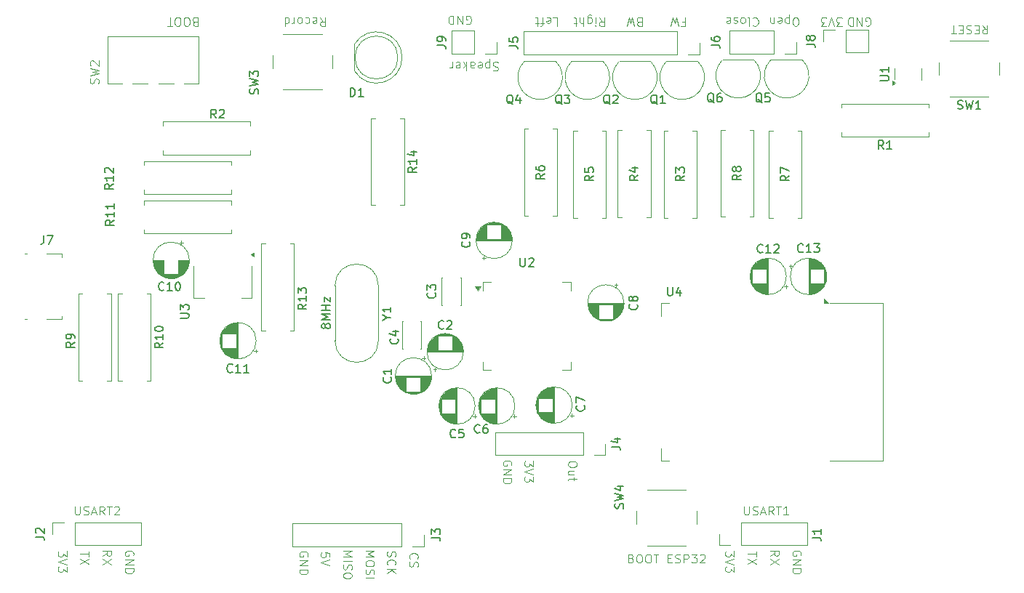
<source format=gbr>
%TF.GenerationSoftware,KiCad,Pcbnew,8.0.3*%
%TF.CreationDate,2025-10-30T11:00:03+03:00*%
%TF.ProjectId,yandex-rover,79616e64-6578-42d7-926f-7665722e6b69,rev?*%
%TF.SameCoordinates,Original*%
%TF.FileFunction,Legend,Top*%
%TF.FilePolarity,Positive*%
%FSLAX46Y46*%
G04 Gerber Fmt 4.6, Leading zero omitted, Abs format (unit mm)*
G04 Created by KiCad (PCBNEW 8.0.3) date 2025-10-30 11:00:03*
%MOMM*%
%LPD*%
G01*
G04 APERTURE LIST*
%ADD10C,0.100000*%
%ADD11C,0.150000*%
%ADD12C,0.120000*%
G04 APERTURE END LIST*
D10*
X135324687Y-29227580D02*
X135658020Y-29703771D01*
X135896115Y-29227580D02*
X135896115Y-30227580D01*
X135896115Y-30227580D02*
X135515163Y-30227580D01*
X135515163Y-30227580D02*
X135419925Y-30179961D01*
X135419925Y-30179961D02*
X135372306Y-30132342D01*
X135372306Y-30132342D02*
X135324687Y-30037104D01*
X135324687Y-30037104D02*
X135324687Y-29894247D01*
X135324687Y-29894247D02*
X135372306Y-29799009D01*
X135372306Y-29799009D02*
X135419925Y-29751390D01*
X135419925Y-29751390D02*
X135515163Y-29703771D01*
X135515163Y-29703771D02*
X135896115Y-29703771D01*
X134515163Y-29275200D02*
X134610401Y-29227580D01*
X134610401Y-29227580D02*
X134800877Y-29227580D01*
X134800877Y-29227580D02*
X134896115Y-29275200D01*
X134896115Y-29275200D02*
X134943734Y-29370438D01*
X134943734Y-29370438D02*
X134943734Y-29751390D01*
X134943734Y-29751390D02*
X134896115Y-29846628D01*
X134896115Y-29846628D02*
X134800877Y-29894247D01*
X134800877Y-29894247D02*
X134610401Y-29894247D01*
X134610401Y-29894247D02*
X134515163Y-29846628D01*
X134515163Y-29846628D02*
X134467544Y-29751390D01*
X134467544Y-29751390D02*
X134467544Y-29656152D01*
X134467544Y-29656152D02*
X134943734Y-29560914D01*
X133610401Y-29275200D02*
X133705639Y-29227580D01*
X133705639Y-29227580D02*
X133896115Y-29227580D01*
X133896115Y-29227580D02*
X133991353Y-29275200D01*
X133991353Y-29275200D02*
X134038972Y-29322819D01*
X134038972Y-29322819D02*
X134086591Y-29418057D01*
X134086591Y-29418057D02*
X134086591Y-29703771D01*
X134086591Y-29703771D02*
X134038972Y-29799009D01*
X134038972Y-29799009D02*
X133991353Y-29846628D01*
X133991353Y-29846628D02*
X133896115Y-29894247D01*
X133896115Y-29894247D02*
X133705639Y-29894247D01*
X133705639Y-29894247D02*
X133610401Y-29846628D01*
X133038972Y-29227580D02*
X133134210Y-29275200D01*
X133134210Y-29275200D02*
X133181829Y-29322819D01*
X133181829Y-29322819D02*
X133229448Y-29418057D01*
X133229448Y-29418057D02*
X133229448Y-29703771D01*
X133229448Y-29703771D02*
X133181829Y-29799009D01*
X133181829Y-29799009D02*
X133134210Y-29846628D01*
X133134210Y-29846628D02*
X133038972Y-29894247D01*
X133038972Y-29894247D02*
X132896115Y-29894247D01*
X132896115Y-29894247D02*
X132800877Y-29846628D01*
X132800877Y-29846628D02*
X132753258Y-29799009D01*
X132753258Y-29799009D02*
X132705639Y-29703771D01*
X132705639Y-29703771D02*
X132705639Y-29418057D01*
X132705639Y-29418057D02*
X132753258Y-29322819D01*
X132753258Y-29322819D02*
X132800877Y-29275200D01*
X132800877Y-29275200D02*
X132896115Y-29227580D01*
X132896115Y-29227580D02*
X133038972Y-29227580D01*
X132277067Y-29227580D02*
X132277067Y-29894247D01*
X132277067Y-29703771D02*
X132229448Y-29799009D01*
X132229448Y-29799009D02*
X132181829Y-29846628D01*
X132181829Y-29846628D02*
X132086591Y-29894247D01*
X132086591Y-29894247D02*
X131991353Y-29894247D01*
X131229448Y-29227580D02*
X131229448Y-30227580D01*
X131229448Y-29275200D02*
X131324686Y-29227580D01*
X131324686Y-29227580D02*
X131515162Y-29227580D01*
X131515162Y-29227580D02*
X131610400Y-29275200D01*
X131610400Y-29275200D02*
X131658019Y-29322819D01*
X131658019Y-29322819D02*
X131705638Y-29418057D01*
X131705638Y-29418057D02*
X131705638Y-29703771D01*
X131705638Y-29703771D02*
X131658019Y-29799009D01*
X131658019Y-29799009D02*
X131610400Y-29846628D01*
X131610400Y-29846628D02*
X131515162Y-29894247D01*
X131515162Y-29894247D02*
X131324686Y-29894247D01*
X131324686Y-29894247D02*
X131229448Y-29846628D01*
X133879961Y-92027693D02*
X133927580Y-91932455D01*
X133927580Y-91932455D02*
X133927580Y-91789598D01*
X133927580Y-91789598D02*
X133879961Y-91646741D01*
X133879961Y-91646741D02*
X133784723Y-91551503D01*
X133784723Y-91551503D02*
X133689485Y-91503884D01*
X133689485Y-91503884D02*
X133499009Y-91456265D01*
X133499009Y-91456265D02*
X133356152Y-91456265D01*
X133356152Y-91456265D02*
X133165676Y-91503884D01*
X133165676Y-91503884D02*
X133070438Y-91551503D01*
X133070438Y-91551503D02*
X132975200Y-91646741D01*
X132975200Y-91646741D02*
X132927580Y-91789598D01*
X132927580Y-91789598D02*
X132927580Y-91884836D01*
X132927580Y-91884836D02*
X132975200Y-92027693D01*
X132975200Y-92027693D02*
X133022819Y-92075312D01*
X133022819Y-92075312D02*
X133356152Y-92075312D01*
X133356152Y-92075312D02*
X133356152Y-91884836D01*
X132927580Y-92503884D02*
X133927580Y-92503884D01*
X133927580Y-92503884D02*
X132927580Y-93075312D01*
X132927580Y-93075312D02*
X133927580Y-93075312D01*
X132927580Y-93551503D02*
X133927580Y-93551503D01*
X133927580Y-93551503D02*
X133927580Y-93789598D01*
X133927580Y-93789598D02*
X133879961Y-93932455D01*
X133879961Y-93932455D02*
X133784723Y-94027693D01*
X133784723Y-94027693D02*
X133689485Y-94075312D01*
X133689485Y-94075312D02*
X133499009Y-94122931D01*
X133499009Y-94122931D02*
X133356152Y-94122931D01*
X133356152Y-94122931D02*
X133165676Y-94075312D01*
X133165676Y-94075312D02*
X133070438Y-94027693D01*
X133070438Y-94027693D02*
X132975200Y-93932455D01*
X132975200Y-93932455D02*
X132927580Y-93789598D01*
X132927580Y-93789598D02*
X132927580Y-93551503D01*
X106803884Y-86172419D02*
X106803884Y-86981942D01*
X106803884Y-86981942D02*
X106851503Y-87077180D01*
X106851503Y-87077180D02*
X106899122Y-87124800D01*
X106899122Y-87124800D02*
X106994360Y-87172419D01*
X106994360Y-87172419D02*
X107184836Y-87172419D01*
X107184836Y-87172419D02*
X107280074Y-87124800D01*
X107280074Y-87124800D02*
X107327693Y-87077180D01*
X107327693Y-87077180D02*
X107375312Y-86981942D01*
X107375312Y-86981942D02*
X107375312Y-86172419D01*
X107803884Y-87124800D02*
X107946741Y-87172419D01*
X107946741Y-87172419D02*
X108184836Y-87172419D01*
X108184836Y-87172419D02*
X108280074Y-87124800D01*
X108280074Y-87124800D02*
X108327693Y-87077180D01*
X108327693Y-87077180D02*
X108375312Y-86981942D01*
X108375312Y-86981942D02*
X108375312Y-86886704D01*
X108375312Y-86886704D02*
X108327693Y-86791466D01*
X108327693Y-86791466D02*
X108280074Y-86743847D01*
X108280074Y-86743847D02*
X108184836Y-86696228D01*
X108184836Y-86696228D02*
X107994360Y-86648609D01*
X107994360Y-86648609D02*
X107899122Y-86600990D01*
X107899122Y-86600990D02*
X107851503Y-86553371D01*
X107851503Y-86553371D02*
X107803884Y-86458133D01*
X107803884Y-86458133D02*
X107803884Y-86362895D01*
X107803884Y-86362895D02*
X107851503Y-86267657D01*
X107851503Y-86267657D02*
X107899122Y-86220038D01*
X107899122Y-86220038D02*
X107994360Y-86172419D01*
X107994360Y-86172419D02*
X108232455Y-86172419D01*
X108232455Y-86172419D02*
X108375312Y-86220038D01*
X108756265Y-86886704D02*
X109232455Y-86886704D01*
X108661027Y-87172419D02*
X108994360Y-86172419D01*
X108994360Y-86172419D02*
X109327693Y-87172419D01*
X110232455Y-87172419D02*
X109899122Y-86696228D01*
X109661027Y-87172419D02*
X109661027Y-86172419D01*
X109661027Y-86172419D02*
X110041979Y-86172419D01*
X110041979Y-86172419D02*
X110137217Y-86220038D01*
X110137217Y-86220038D02*
X110184836Y-86267657D01*
X110184836Y-86267657D02*
X110232455Y-86362895D01*
X110232455Y-86362895D02*
X110232455Y-86505752D01*
X110232455Y-86505752D02*
X110184836Y-86600990D01*
X110184836Y-86600990D02*
X110137217Y-86648609D01*
X110137217Y-86648609D02*
X110041979Y-86696228D01*
X110041979Y-86696228D02*
X109661027Y-86696228D01*
X110518170Y-86172419D02*
X111089598Y-86172419D01*
X110803884Y-87172419D02*
X110803884Y-86172419D01*
X111375313Y-86267657D02*
X111422932Y-86220038D01*
X111422932Y-86220038D02*
X111518170Y-86172419D01*
X111518170Y-86172419D02*
X111756265Y-86172419D01*
X111756265Y-86172419D02*
X111851503Y-86220038D01*
X111851503Y-86220038D02*
X111899122Y-86267657D01*
X111899122Y-86267657D02*
X111946741Y-86362895D01*
X111946741Y-86362895D02*
X111946741Y-86458133D01*
X111946741Y-86458133D02*
X111899122Y-86600990D01*
X111899122Y-86600990D02*
X111327694Y-87172419D01*
X111327694Y-87172419D02*
X111946741Y-87172419D01*
X140627580Y-91403884D02*
X141627580Y-91403884D01*
X141627580Y-91403884D02*
X140913295Y-91737217D01*
X140913295Y-91737217D02*
X141627580Y-92070550D01*
X141627580Y-92070550D02*
X140627580Y-92070550D01*
X141627580Y-92737217D02*
X141627580Y-92927693D01*
X141627580Y-92927693D02*
X141579961Y-93022931D01*
X141579961Y-93022931D02*
X141484723Y-93118169D01*
X141484723Y-93118169D02*
X141294247Y-93165788D01*
X141294247Y-93165788D02*
X140960914Y-93165788D01*
X140960914Y-93165788D02*
X140770438Y-93118169D01*
X140770438Y-93118169D02*
X140675200Y-93022931D01*
X140675200Y-93022931D02*
X140627580Y-92927693D01*
X140627580Y-92927693D02*
X140627580Y-92737217D01*
X140627580Y-92737217D02*
X140675200Y-92641979D01*
X140675200Y-92641979D02*
X140770438Y-92546741D01*
X140770438Y-92546741D02*
X140960914Y-92499122D01*
X140960914Y-92499122D02*
X141294247Y-92499122D01*
X141294247Y-92499122D02*
X141484723Y-92546741D01*
X141484723Y-92546741D02*
X141579961Y-92641979D01*
X141579961Y-92641979D02*
X141627580Y-92737217D01*
X140675200Y-93546741D02*
X140627580Y-93689598D01*
X140627580Y-93689598D02*
X140627580Y-93927693D01*
X140627580Y-93927693D02*
X140675200Y-94022931D01*
X140675200Y-94022931D02*
X140722819Y-94070550D01*
X140722819Y-94070550D02*
X140818057Y-94118169D01*
X140818057Y-94118169D02*
X140913295Y-94118169D01*
X140913295Y-94118169D02*
X141008533Y-94070550D01*
X141008533Y-94070550D02*
X141056152Y-94022931D01*
X141056152Y-94022931D02*
X141103771Y-93927693D01*
X141103771Y-93927693D02*
X141151390Y-93737217D01*
X141151390Y-93737217D02*
X141199009Y-93641979D01*
X141199009Y-93641979D02*
X141246628Y-93594360D01*
X141246628Y-93594360D02*
X141341866Y-93546741D01*
X141341866Y-93546741D02*
X141437104Y-93546741D01*
X141437104Y-93546741D02*
X141532342Y-93594360D01*
X141532342Y-93594360D02*
X141579961Y-93641979D01*
X141579961Y-93641979D02*
X141627580Y-93737217D01*
X141627580Y-93737217D02*
X141627580Y-93975312D01*
X141627580Y-93975312D02*
X141579961Y-94118169D01*
X140627580Y-94546741D02*
X141627580Y-94546741D01*
X113579961Y-91927693D02*
X113627580Y-91832455D01*
X113627580Y-91832455D02*
X113627580Y-91689598D01*
X113627580Y-91689598D02*
X113579961Y-91546741D01*
X113579961Y-91546741D02*
X113484723Y-91451503D01*
X113484723Y-91451503D02*
X113389485Y-91403884D01*
X113389485Y-91403884D02*
X113199009Y-91356265D01*
X113199009Y-91356265D02*
X113056152Y-91356265D01*
X113056152Y-91356265D02*
X112865676Y-91403884D01*
X112865676Y-91403884D02*
X112770438Y-91451503D01*
X112770438Y-91451503D02*
X112675200Y-91546741D01*
X112675200Y-91546741D02*
X112627580Y-91689598D01*
X112627580Y-91689598D02*
X112627580Y-91784836D01*
X112627580Y-91784836D02*
X112675200Y-91927693D01*
X112675200Y-91927693D02*
X112722819Y-91975312D01*
X112722819Y-91975312D02*
X113056152Y-91975312D01*
X113056152Y-91975312D02*
X113056152Y-91784836D01*
X112627580Y-92403884D02*
X113627580Y-92403884D01*
X113627580Y-92403884D02*
X112627580Y-92975312D01*
X112627580Y-92975312D02*
X113627580Y-92975312D01*
X112627580Y-93451503D02*
X113627580Y-93451503D01*
X113627580Y-93451503D02*
X113627580Y-93689598D01*
X113627580Y-93689598D02*
X113579961Y-93832455D01*
X113579961Y-93832455D02*
X113484723Y-93927693D01*
X113484723Y-93927693D02*
X113389485Y-93975312D01*
X113389485Y-93975312D02*
X113199009Y-94022931D01*
X113199009Y-94022931D02*
X113056152Y-94022931D01*
X113056152Y-94022931D02*
X112865676Y-93975312D01*
X112865676Y-93975312D02*
X112770438Y-93927693D01*
X112770438Y-93927693D02*
X112675200Y-93832455D01*
X112675200Y-93832455D02*
X112627580Y-93689598D01*
X112627580Y-93689598D02*
X112627580Y-93451503D01*
X212424687Y-30127580D02*
X212758020Y-30603771D01*
X212996115Y-30127580D02*
X212996115Y-31127580D01*
X212996115Y-31127580D02*
X212615163Y-31127580D01*
X212615163Y-31127580D02*
X212519925Y-31079961D01*
X212519925Y-31079961D02*
X212472306Y-31032342D01*
X212472306Y-31032342D02*
X212424687Y-30937104D01*
X212424687Y-30937104D02*
X212424687Y-30794247D01*
X212424687Y-30794247D02*
X212472306Y-30699009D01*
X212472306Y-30699009D02*
X212519925Y-30651390D01*
X212519925Y-30651390D02*
X212615163Y-30603771D01*
X212615163Y-30603771D02*
X212996115Y-30603771D01*
X211996115Y-30651390D02*
X211662782Y-30651390D01*
X211519925Y-30127580D02*
X211996115Y-30127580D01*
X211996115Y-30127580D02*
X211996115Y-31127580D01*
X211996115Y-31127580D02*
X211519925Y-31127580D01*
X211138972Y-30175200D02*
X210996115Y-30127580D01*
X210996115Y-30127580D02*
X210758020Y-30127580D01*
X210758020Y-30127580D02*
X210662782Y-30175200D01*
X210662782Y-30175200D02*
X210615163Y-30222819D01*
X210615163Y-30222819D02*
X210567544Y-30318057D01*
X210567544Y-30318057D02*
X210567544Y-30413295D01*
X210567544Y-30413295D02*
X210615163Y-30508533D01*
X210615163Y-30508533D02*
X210662782Y-30556152D01*
X210662782Y-30556152D02*
X210758020Y-30603771D01*
X210758020Y-30603771D02*
X210948496Y-30651390D01*
X210948496Y-30651390D02*
X211043734Y-30699009D01*
X211043734Y-30699009D02*
X211091353Y-30746628D01*
X211091353Y-30746628D02*
X211138972Y-30841866D01*
X211138972Y-30841866D02*
X211138972Y-30937104D01*
X211138972Y-30937104D02*
X211091353Y-31032342D01*
X211091353Y-31032342D02*
X211043734Y-31079961D01*
X211043734Y-31079961D02*
X210948496Y-31127580D01*
X210948496Y-31127580D02*
X210710401Y-31127580D01*
X210710401Y-31127580D02*
X210567544Y-31079961D01*
X210138972Y-30651390D02*
X209805639Y-30651390D01*
X209662782Y-30127580D02*
X210138972Y-30127580D01*
X210138972Y-30127580D02*
X210138972Y-31127580D01*
X210138972Y-31127580D02*
X209662782Y-31127580D01*
X209377067Y-31127580D02*
X208805639Y-31127580D01*
X209091353Y-30127580D02*
X209091353Y-31127580D01*
X198872306Y-30179961D02*
X198967544Y-30227580D01*
X198967544Y-30227580D02*
X199110401Y-30227580D01*
X199110401Y-30227580D02*
X199253258Y-30179961D01*
X199253258Y-30179961D02*
X199348496Y-30084723D01*
X199348496Y-30084723D02*
X199396115Y-29989485D01*
X199396115Y-29989485D02*
X199443734Y-29799009D01*
X199443734Y-29799009D02*
X199443734Y-29656152D01*
X199443734Y-29656152D02*
X199396115Y-29465676D01*
X199396115Y-29465676D02*
X199348496Y-29370438D01*
X199348496Y-29370438D02*
X199253258Y-29275200D01*
X199253258Y-29275200D02*
X199110401Y-29227580D01*
X199110401Y-29227580D02*
X199015163Y-29227580D01*
X199015163Y-29227580D02*
X198872306Y-29275200D01*
X198872306Y-29275200D02*
X198824687Y-29322819D01*
X198824687Y-29322819D02*
X198824687Y-29656152D01*
X198824687Y-29656152D02*
X199015163Y-29656152D01*
X198396115Y-29227580D02*
X198396115Y-30227580D01*
X198396115Y-30227580D02*
X197824687Y-29227580D01*
X197824687Y-29227580D02*
X197824687Y-30227580D01*
X197348496Y-29227580D02*
X197348496Y-30227580D01*
X197348496Y-30227580D02*
X197110401Y-30227580D01*
X197110401Y-30227580D02*
X196967544Y-30179961D01*
X196967544Y-30179961D02*
X196872306Y-30084723D01*
X196872306Y-30084723D02*
X196824687Y-29989485D01*
X196824687Y-29989485D02*
X196777068Y-29799009D01*
X196777068Y-29799009D02*
X196777068Y-29656152D01*
X196777068Y-29656152D02*
X196824687Y-29465676D01*
X196824687Y-29465676D02*
X196872306Y-29370438D01*
X196872306Y-29370438D02*
X196967544Y-29275200D01*
X196967544Y-29275200D02*
X197110401Y-29227580D01*
X197110401Y-29227580D02*
X197348496Y-29227580D01*
X187727580Y-91975312D02*
X188203771Y-91641979D01*
X187727580Y-91403884D02*
X188727580Y-91403884D01*
X188727580Y-91403884D02*
X188727580Y-91784836D01*
X188727580Y-91784836D02*
X188679961Y-91880074D01*
X188679961Y-91880074D02*
X188632342Y-91927693D01*
X188632342Y-91927693D02*
X188537104Y-91975312D01*
X188537104Y-91975312D02*
X188394247Y-91975312D01*
X188394247Y-91975312D02*
X188299009Y-91927693D01*
X188299009Y-91927693D02*
X188251390Y-91880074D01*
X188251390Y-91880074D02*
X188203771Y-91784836D01*
X188203771Y-91784836D02*
X188203771Y-91403884D01*
X188727580Y-92308646D02*
X187727580Y-92975312D01*
X188727580Y-92975312D02*
X187727580Y-92308646D01*
X160127580Y-80908646D02*
X160127580Y-81527693D01*
X160127580Y-81527693D02*
X159746628Y-81194360D01*
X159746628Y-81194360D02*
X159746628Y-81337217D01*
X159746628Y-81337217D02*
X159699009Y-81432455D01*
X159699009Y-81432455D02*
X159651390Y-81480074D01*
X159651390Y-81480074D02*
X159556152Y-81527693D01*
X159556152Y-81527693D02*
X159318057Y-81527693D01*
X159318057Y-81527693D02*
X159222819Y-81480074D01*
X159222819Y-81480074D02*
X159175200Y-81432455D01*
X159175200Y-81432455D02*
X159127580Y-81337217D01*
X159127580Y-81337217D02*
X159127580Y-81051503D01*
X159127580Y-81051503D02*
X159175200Y-80956265D01*
X159175200Y-80956265D02*
X159222819Y-80908646D01*
X160127580Y-81813408D02*
X159127580Y-82146741D01*
X159127580Y-82146741D02*
X160127580Y-82480074D01*
X160127580Y-82718170D02*
X160127580Y-83337217D01*
X160127580Y-83337217D02*
X159746628Y-83003884D01*
X159746628Y-83003884D02*
X159746628Y-83146741D01*
X159746628Y-83146741D02*
X159699009Y-83241979D01*
X159699009Y-83241979D02*
X159651390Y-83289598D01*
X159651390Y-83289598D02*
X159556152Y-83337217D01*
X159556152Y-83337217D02*
X159318057Y-83337217D01*
X159318057Y-83337217D02*
X159222819Y-83289598D01*
X159222819Y-83289598D02*
X159175200Y-83241979D01*
X159175200Y-83241979D02*
X159127580Y-83146741D01*
X159127580Y-83146741D02*
X159127580Y-82861027D01*
X159127580Y-82861027D02*
X159175200Y-82765789D01*
X159175200Y-82765789D02*
X159222819Y-82718170D01*
X185724687Y-29322819D02*
X185772306Y-29275200D01*
X185772306Y-29275200D02*
X185915163Y-29227580D01*
X185915163Y-29227580D02*
X186010401Y-29227580D01*
X186010401Y-29227580D02*
X186153258Y-29275200D01*
X186153258Y-29275200D02*
X186248496Y-29370438D01*
X186248496Y-29370438D02*
X186296115Y-29465676D01*
X186296115Y-29465676D02*
X186343734Y-29656152D01*
X186343734Y-29656152D02*
X186343734Y-29799009D01*
X186343734Y-29799009D02*
X186296115Y-29989485D01*
X186296115Y-29989485D02*
X186248496Y-30084723D01*
X186248496Y-30084723D02*
X186153258Y-30179961D01*
X186153258Y-30179961D02*
X186010401Y-30227580D01*
X186010401Y-30227580D02*
X185915163Y-30227580D01*
X185915163Y-30227580D02*
X185772306Y-30179961D01*
X185772306Y-30179961D02*
X185724687Y-30132342D01*
X185153258Y-29227580D02*
X185248496Y-29275200D01*
X185248496Y-29275200D02*
X185296115Y-29370438D01*
X185296115Y-29370438D02*
X185296115Y-30227580D01*
X184629448Y-29227580D02*
X184724686Y-29275200D01*
X184724686Y-29275200D02*
X184772305Y-29322819D01*
X184772305Y-29322819D02*
X184819924Y-29418057D01*
X184819924Y-29418057D02*
X184819924Y-29703771D01*
X184819924Y-29703771D02*
X184772305Y-29799009D01*
X184772305Y-29799009D02*
X184724686Y-29846628D01*
X184724686Y-29846628D02*
X184629448Y-29894247D01*
X184629448Y-29894247D02*
X184486591Y-29894247D01*
X184486591Y-29894247D02*
X184391353Y-29846628D01*
X184391353Y-29846628D02*
X184343734Y-29799009D01*
X184343734Y-29799009D02*
X184296115Y-29703771D01*
X184296115Y-29703771D02*
X184296115Y-29418057D01*
X184296115Y-29418057D02*
X184343734Y-29322819D01*
X184343734Y-29322819D02*
X184391353Y-29275200D01*
X184391353Y-29275200D02*
X184486591Y-29227580D01*
X184486591Y-29227580D02*
X184629448Y-29227580D01*
X183915162Y-29275200D02*
X183819924Y-29227580D01*
X183819924Y-29227580D02*
X183629448Y-29227580D01*
X183629448Y-29227580D02*
X183534210Y-29275200D01*
X183534210Y-29275200D02*
X183486591Y-29370438D01*
X183486591Y-29370438D02*
X183486591Y-29418057D01*
X183486591Y-29418057D02*
X183534210Y-29513295D01*
X183534210Y-29513295D02*
X183629448Y-29560914D01*
X183629448Y-29560914D02*
X183772305Y-29560914D01*
X183772305Y-29560914D02*
X183867543Y-29608533D01*
X183867543Y-29608533D02*
X183915162Y-29703771D01*
X183915162Y-29703771D02*
X183915162Y-29751390D01*
X183915162Y-29751390D02*
X183867543Y-29846628D01*
X183867543Y-29846628D02*
X183772305Y-29894247D01*
X183772305Y-29894247D02*
X183629448Y-29894247D01*
X183629448Y-29894247D02*
X183534210Y-29846628D01*
X182677067Y-29275200D02*
X182772305Y-29227580D01*
X182772305Y-29227580D02*
X182962781Y-29227580D01*
X182962781Y-29227580D02*
X183058019Y-29275200D01*
X183058019Y-29275200D02*
X183105638Y-29370438D01*
X183105638Y-29370438D02*
X183105638Y-29751390D01*
X183105638Y-29751390D02*
X183058019Y-29846628D01*
X183058019Y-29846628D02*
X182962781Y-29894247D01*
X182962781Y-29894247D02*
X182772305Y-29894247D01*
X182772305Y-29894247D02*
X182677067Y-29846628D01*
X182677067Y-29846628D02*
X182629448Y-29751390D01*
X182629448Y-29751390D02*
X182629448Y-29656152D01*
X182629448Y-29656152D02*
X183105638Y-29560914D01*
X171537217Y-92248609D02*
X171680074Y-92296228D01*
X171680074Y-92296228D02*
X171727693Y-92343847D01*
X171727693Y-92343847D02*
X171775312Y-92439085D01*
X171775312Y-92439085D02*
X171775312Y-92581942D01*
X171775312Y-92581942D02*
X171727693Y-92677180D01*
X171727693Y-92677180D02*
X171680074Y-92724800D01*
X171680074Y-92724800D02*
X171584836Y-92772419D01*
X171584836Y-92772419D02*
X171203884Y-92772419D01*
X171203884Y-92772419D02*
X171203884Y-91772419D01*
X171203884Y-91772419D02*
X171537217Y-91772419D01*
X171537217Y-91772419D02*
X171632455Y-91820038D01*
X171632455Y-91820038D02*
X171680074Y-91867657D01*
X171680074Y-91867657D02*
X171727693Y-91962895D01*
X171727693Y-91962895D02*
X171727693Y-92058133D01*
X171727693Y-92058133D02*
X171680074Y-92153371D01*
X171680074Y-92153371D02*
X171632455Y-92200990D01*
X171632455Y-92200990D02*
X171537217Y-92248609D01*
X171537217Y-92248609D02*
X171203884Y-92248609D01*
X172394360Y-91772419D02*
X172584836Y-91772419D01*
X172584836Y-91772419D02*
X172680074Y-91820038D01*
X172680074Y-91820038D02*
X172775312Y-91915276D01*
X172775312Y-91915276D02*
X172822931Y-92105752D01*
X172822931Y-92105752D02*
X172822931Y-92439085D01*
X172822931Y-92439085D02*
X172775312Y-92629561D01*
X172775312Y-92629561D02*
X172680074Y-92724800D01*
X172680074Y-92724800D02*
X172584836Y-92772419D01*
X172584836Y-92772419D02*
X172394360Y-92772419D01*
X172394360Y-92772419D02*
X172299122Y-92724800D01*
X172299122Y-92724800D02*
X172203884Y-92629561D01*
X172203884Y-92629561D02*
X172156265Y-92439085D01*
X172156265Y-92439085D02*
X172156265Y-92105752D01*
X172156265Y-92105752D02*
X172203884Y-91915276D01*
X172203884Y-91915276D02*
X172299122Y-91820038D01*
X172299122Y-91820038D02*
X172394360Y-91772419D01*
X173441979Y-91772419D02*
X173632455Y-91772419D01*
X173632455Y-91772419D02*
X173727693Y-91820038D01*
X173727693Y-91820038D02*
X173822931Y-91915276D01*
X173822931Y-91915276D02*
X173870550Y-92105752D01*
X173870550Y-92105752D02*
X173870550Y-92439085D01*
X173870550Y-92439085D02*
X173822931Y-92629561D01*
X173822931Y-92629561D02*
X173727693Y-92724800D01*
X173727693Y-92724800D02*
X173632455Y-92772419D01*
X173632455Y-92772419D02*
X173441979Y-92772419D01*
X173441979Y-92772419D02*
X173346741Y-92724800D01*
X173346741Y-92724800D02*
X173251503Y-92629561D01*
X173251503Y-92629561D02*
X173203884Y-92439085D01*
X173203884Y-92439085D02*
X173203884Y-92105752D01*
X173203884Y-92105752D02*
X173251503Y-91915276D01*
X173251503Y-91915276D02*
X173346741Y-91820038D01*
X173346741Y-91820038D02*
X173441979Y-91772419D01*
X174156265Y-91772419D02*
X174727693Y-91772419D01*
X174441979Y-92772419D02*
X174441979Y-91772419D01*
X175822932Y-92248609D02*
X176156265Y-92248609D01*
X176299122Y-92772419D02*
X175822932Y-92772419D01*
X175822932Y-92772419D02*
X175822932Y-91772419D01*
X175822932Y-91772419D02*
X176299122Y-91772419D01*
X176680075Y-92724800D02*
X176822932Y-92772419D01*
X176822932Y-92772419D02*
X177061027Y-92772419D01*
X177061027Y-92772419D02*
X177156265Y-92724800D01*
X177156265Y-92724800D02*
X177203884Y-92677180D01*
X177203884Y-92677180D02*
X177251503Y-92581942D01*
X177251503Y-92581942D02*
X177251503Y-92486704D01*
X177251503Y-92486704D02*
X177203884Y-92391466D01*
X177203884Y-92391466D02*
X177156265Y-92343847D01*
X177156265Y-92343847D02*
X177061027Y-92296228D01*
X177061027Y-92296228D02*
X176870551Y-92248609D01*
X176870551Y-92248609D02*
X176775313Y-92200990D01*
X176775313Y-92200990D02*
X176727694Y-92153371D01*
X176727694Y-92153371D02*
X176680075Y-92058133D01*
X176680075Y-92058133D02*
X176680075Y-91962895D01*
X176680075Y-91962895D02*
X176727694Y-91867657D01*
X176727694Y-91867657D02*
X176775313Y-91820038D01*
X176775313Y-91820038D02*
X176870551Y-91772419D01*
X176870551Y-91772419D02*
X177108646Y-91772419D01*
X177108646Y-91772419D02*
X177251503Y-91820038D01*
X177680075Y-92772419D02*
X177680075Y-91772419D01*
X177680075Y-91772419D02*
X178061027Y-91772419D01*
X178061027Y-91772419D02*
X178156265Y-91820038D01*
X178156265Y-91820038D02*
X178203884Y-91867657D01*
X178203884Y-91867657D02*
X178251503Y-91962895D01*
X178251503Y-91962895D02*
X178251503Y-92105752D01*
X178251503Y-92105752D02*
X178203884Y-92200990D01*
X178203884Y-92200990D02*
X178156265Y-92248609D01*
X178156265Y-92248609D02*
X178061027Y-92296228D01*
X178061027Y-92296228D02*
X177680075Y-92296228D01*
X178584837Y-91772419D02*
X179203884Y-91772419D01*
X179203884Y-91772419D02*
X178870551Y-92153371D01*
X178870551Y-92153371D02*
X179013408Y-92153371D01*
X179013408Y-92153371D02*
X179108646Y-92200990D01*
X179108646Y-92200990D02*
X179156265Y-92248609D01*
X179156265Y-92248609D02*
X179203884Y-92343847D01*
X179203884Y-92343847D02*
X179203884Y-92581942D01*
X179203884Y-92581942D02*
X179156265Y-92677180D01*
X179156265Y-92677180D02*
X179108646Y-92724800D01*
X179108646Y-92724800D02*
X179013408Y-92772419D01*
X179013408Y-92772419D02*
X178727694Y-92772419D01*
X178727694Y-92772419D02*
X178632456Y-92724800D01*
X178632456Y-92724800D02*
X178584837Y-92677180D01*
X179584837Y-91867657D02*
X179632456Y-91820038D01*
X179632456Y-91820038D02*
X179727694Y-91772419D01*
X179727694Y-91772419D02*
X179965789Y-91772419D01*
X179965789Y-91772419D02*
X180061027Y-91820038D01*
X180061027Y-91820038D02*
X180108646Y-91867657D01*
X180108646Y-91867657D02*
X180156265Y-91962895D01*
X180156265Y-91962895D02*
X180156265Y-92058133D01*
X180156265Y-92058133D02*
X180108646Y-92200990D01*
X180108646Y-92200990D02*
X179537218Y-92772419D01*
X179537218Y-92772419D02*
X180156265Y-92772419D01*
X105827580Y-91408646D02*
X105827580Y-92027693D01*
X105827580Y-92027693D02*
X105446628Y-91694360D01*
X105446628Y-91694360D02*
X105446628Y-91837217D01*
X105446628Y-91837217D02*
X105399009Y-91932455D01*
X105399009Y-91932455D02*
X105351390Y-91980074D01*
X105351390Y-91980074D02*
X105256152Y-92027693D01*
X105256152Y-92027693D02*
X105018057Y-92027693D01*
X105018057Y-92027693D02*
X104922819Y-91980074D01*
X104922819Y-91980074D02*
X104875200Y-91932455D01*
X104875200Y-91932455D02*
X104827580Y-91837217D01*
X104827580Y-91837217D02*
X104827580Y-91551503D01*
X104827580Y-91551503D02*
X104875200Y-91456265D01*
X104875200Y-91456265D02*
X104922819Y-91408646D01*
X105827580Y-92313408D02*
X104827580Y-92646741D01*
X104827580Y-92646741D02*
X105827580Y-92980074D01*
X105827580Y-93218170D02*
X105827580Y-93837217D01*
X105827580Y-93837217D02*
X105446628Y-93503884D01*
X105446628Y-93503884D02*
X105446628Y-93646741D01*
X105446628Y-93646741D02*
X105399009Y-93741979D01*
X105399009Y-93741979D02*
X105351390Y-93789598D01*
X105351390Y-93789598D02*
X105256152Y-93837217D01*
X105256152Y-93837217D02*
X105018057Y-93837217D01*
X105018057Y-93837217D02*
X104922819Y-93789598D01*
X104922819Y-93789598D02*
X104875200Y-93741979D01*
X104875200Y-93741979D02*
X104827580Y-93646741D01*
X104827580Y-93646741D02*
X104827580Y-93361027D01*
X104827580Y-93361027D02*
X104875200Y-93265789D01*
X104875200Y-93265789D02*
X104922819Y-93218170D01*
X165227580Y-81194360D02*
X165227580Y-81384836D01*
X165227580Y-81384836D02*
X165179961Y-81480074D01*
X165179961Y-81480074D02*
X165084723Y-81575312D01*
X165084723Y-81575312D02*
X164894247Y-81622931D01*
X164894247Y-81622931D02*
X164560914Y-81622931D01*
X164560914Y-81622931D02*
X164370438Y-81575312D01*
X164370438Y-81575312D02*
X164275200Y-81480074D01*
X164275200Y-81480074D02*
X164227580Y-81384836D01*
X164227580Y-81384836D02*
X164227580Y-81194360D01*
X164227580Y-81194360D02*
X164275200Y-81099122D01*
X164275200Y-81099122D02*
X164370438Y-81003884D01*
X164370438Y-81003884D02*
X164560914Y-80956265D01*
X164560914Y-80956265D02*
X164894247Y-80956265D01*
X164894247Y-80956265D02*
X165084723Y-81003884D01*
X165084723Y-81003884D02*
X165179961Y-81099122D01*
X165179961Y-81099122D02*
X165227580Y-81194360D01*
X164894247Y-82480074D02*
X164227580Y-82480074D01*
X164894247Y-82051503D02*
X164370438Y-82051503D01*
X164370438Y-82051503D02*
X164275200Y-82099122D01*
X164275200Y-82099122D02*
X164227580Y-82194360D01*
X164227580Y-82194360D02*
X164227580Y-82337217D01*
X164227580Y-82337217D02*
X164275200Y-82432455D01*
X164275200Y-82432455D02*
X164322819Y-82480074D01*
X164894247Y-82813408D02*
X164894247Y-83194360D01*
X165227580Y-82956265D02*
X164370438Y-82956265D01*
X164370438Y-82956265D02*
X164275200Y-83003884D01*
X164275200Y-83003884D02*
X164227580Y-83099122D01*
X164227580Y-83099122D02*
X164227580Y-83194360D01*
X184703884Y-86172419D02*
X184703884Y-86981942D01*
X184703884Y-86981942D02*
X184751503Y-87077180D01*
X184751503Y-87077180D02*
X184799122Y-87124800D01*
X184799122Y-87124800D02*
X184894360Y-87172419D01*
X184894360Y-87172419D02*
X185084836Y-87172419D01*
X185084836Y-87172419D02*
X185180074Y-87124800D01*
X185180074Y-87124800D02*
X185227693Y-87077180D01*
X185227693Y-87077180D02*
X185275312Y-86981942D01*
X185275312Y-86981942D02*
X185275312Y-86172419D01*
X185703884Y-87124800D02*
X185846741Y-87172419D01*
X185846741Y-87172419D02*
X186084836Y-87172419D01*
X186084836Y-87172419D02*
X186180074Y-87124800D01*
X186180074Y-87124800D02*
X186227693Y-87077180D01*
X186227693Y-87077180D02*
X186275312Y-86981942D01*
X186275312Y-86981942D02*
X186275312Y-86886704D01*
X186275312Y-86886704D02*
X186227693Y-86791466D01*
X186227693Y-86791466D02*
X186180074Y-86743847D01*
X186180074Y-86743847D02*
X186084836Y-86696228D01*
X186084836Y-86696228D02*
X185894360Y-86648609D01*
X185894360Y-86648609D02*
X185799122Y-86600990D01*
X185799122Y-86600990D02*
X185751503Y-86553371D01*
X185751503Y-86553371D02*
X185703884Y-86458133D01*
X185703884Y-86458133D02*
X185703884Y-86362895D01*
X185703884Y-86362895D02*
X185751503Y-86267657D01*
X185751503Y-86267657D02*
X185799122Y-86220038D01*
X185799122Y-86220038D02*
X185894360Y-86172419D01*
X185894360Y-86172419D02*
X186132455Y-86172419D01*
X186132455Y-86172419D02*
X186275312Y-86220038D01*
X186656265Y-86886704D02*
X187132455Y-86886704D01*
X186561027Y-87172419D02*
X186894360Y-86172419D01*
X186894360Y-86172419D02*
X187227693Y-87172419D01*
X188132455Y-87172419D02*
X187799122Y-86696228D01*
X187561027Y-87172419D02*
X187561027Y-86172419D01*
X187561027Y-86172419D02*
X187941979Y-86172419D01*
X187941979Y-86172419D02*
X188037217Y-86220038D01*
X188037217Y-86220038D02*
X188084836Y-86267657D01*
X188084836Y-86267657D02*
X188132455Y-86362895D01*
X188132455Y-86362895D02*
X188132455Y-86505752D01*
X188132455Y-86505752D02*
X188084836Y-86600990D01*
X188084836Y-86600990D02*
X188037217Y-86648609D01*
X188037217Y-86648609D02*
X187941979Y-86696228D01*
X187941979Y-86696228D02*
X187561027Y-86696228D01*
X188418170Y-86172419D02*
X188989598Y-86172419D01*
X188703884Y-87172419D02*
X188703884Y-86172419D01*
X189846741Y-87172419D02*
X189275313Y-87172419D01*
X189561027Y-87172419D02*
X189561027Y-86172419D01*
X189561027Y-86172419D02*
X189465789Y-86315276D01*
X189465789Y-86315276D02*
X189370551Y-86410514D01*
X189370551Y-86410514D02*
X189275313Y-86458133D01*
X136427580Y-92080074D02*
X136427580Y-91603884D01*
X136427580Y-91603884D02*
X135951390Y-91556265D01*
X135951390Y-91556265D02*
X135999009Y-91603884D01*
X135999009Y-91603884D02*
X136046628Y-91699122D01*
X136046628Y-91699122D02*
X136046628Y-91937217D01*
X136046628Y-91937217D02*
X135999009Y-92032455D01*
X135999009Y-92032455D02*
X135951390Y-92080074D01*
X135951390Y-92080074D02*
X135856152Y-92127693D01*
X135856152Y-92127693D02*
X135618057Y-92127693D01*
X135618057Y-92127693D02*
X135522819Y-92080074D01*
X135522819Y-92080074D02*
X135475200Y-92032455D01*
X135475200Y-92032455D02*
X135427580Y-91937217D01*
X135427580Y-91937217D02*
X135427580Y-91699122D01*
X135427580Y-91699122D02*
X135475200Y-91603884D01*
X135475200Y-91603884D02*
X135522819Y-91556265D01*
X136427580Y-92413408D02*
X135427580Y-92746741D01*
X135427580Y-92746741D02*
X136427580Y-93080074D01*
X172462782Y-29751390D02*
X172319925Y-29703771D01*
X172319925Y-29703771D02*
X172272306Y-29656152D01*
X172272306Y-29656152D02*
X172224687Y-29560914D01*
X172224687Y-29560914D02*
X172224687Y-29418057D01*
X172224687Y-29418057D02*
X172272306Y-29322819D01*
X172272306Y-29322819D02*
X172319925Y-29275200D01*
X172319925Y-29275200D02*
X172415163Y-29227580D01*
X172415163Y-29227580D02*
X172796115Y-29227580D01*
X172796115Y-29227580D02*
X172796115Y-30227580D01*
X172796115Y-30227580D02*
X172462782Y-30227580D01*
X172462782Y-30227580D02*
X172367544Y-30179961D01*
X172367544Y-30179961D02*
X172319925Y-30132342D01*
X172319925Y-30132342D02*
X172272306Y-30037104D01*
X172272306Y-30037104D02*
X172272306Y-29941866D01*
X172272306Y-29941866D02*
X172319925Y-29846628D01*
X172319925Y-29846628D02*
X172367544Y-29799009D01*
X172367544Y-29799009D02*
X172462782Y-29751390D01*
X172462782Y-29751390D02*
X172796115Y-29751390D01*
X171891353Y-30227580D02*
X171653258Y-29227580D01*
X171653258Y-29227580D02*
X171462782Y-29941866D01*
X171462782Y-29941866D02*
X171272306Y-29227580D01*
X171272306Y-29227580D02*
X171034211Y-30227580D01*
X108427580Y-91461027D02*
X108427580Y-92032455D01*
X107427580Y-91746741D02*
X108427580Y-91746741D01*
X108427580Y-92270551D02*
X107427580Y-92937217D01*
X108427580Y-92937217D02*
X107427580Y-92270551D01*
X183527580Y-91408646D02*
X183527580Y-92027693D01*
X183527580Y-92027693D02*
X183146628Y-91694360D01*
X183146628Y-91694360D02*
X183146628Y-91837217D01*
X183146628Y-91837217D02*
X183099009Y-91932455D01*
X183099009Y-91932455D02*
X183051390Y-91980074D01*
X183051390Y-91980074D02*
X182956152Y-92027693D01*
X182956152Y-92027693D02*
X182718057Y-92027693D01*
X182718057Y-92027693D02*
X182622819Y-91980074D01*
X182622819Y-91980074D02*
X182575200Y-91932455D01*
X182575200Y-91932455D02*
X182527580Y-91837217D01*
X182527580Y-91837217D02*
X182527580Y-91551503D01*
X182527580Y-91551503D02*
X182575200Y-91456265D01*
X182575200Y-91456265D02*
X182622819Y-91408646D01*
X183527580Y-92313408D02*
X182527580Y-92646741D01*
X182527580Y-92646741D02*
X183527580Y-92980074D01*
X183527580Y-93218170D02*
X183527580Y-93837217D01*
X183527580Y-93837217D02*
X183146628Y-93503884D01*
X183146628Y-93503884D02*
X183146628Y-93646741D01*
X183146628Y-93646741D02*
X183099009Y-93741979D01*
X183099009Y-93741979D02*
X183051390Y-93789598D01*
X183051390Y-93789598D02*
X182956152Y-93837217D01*
X182956152Y-93837217D02*
X182718057Y-93837217D01*
X182718057Y-93837217D02*
X182622819Y-93789598D01*
X182622819Y-93789598D02*
X182575200Y-93741979D01*
X182575200Y-93741979D02*
X182527580Y-93646741D01*
X182527580Y-93646741D02*
X182527580Y-93361027D01*
X182527580Y-93361027D02*
X182575200Y-93265789D01*
X182575200Y-93265789D02*
X182622819Y-93218170D01*
X167824687Y-29227580D02*
X168158020Y-29703771D01*
X168396115Y-29227580D02*
X168396115Y-30227580D01*
X168396115Y-30227580D02*
X168015163Y-30227580D01*
X168015163Y-30227580D02*
X167919925Y-30179961D01*
X167919925Y-30179961D02*
X167872306Y-30132342D01*
X167872306Y-30132342D02*
X167824687Y-30037104D01*
X167824687Y-30037104D02*
X167824687Y-29894247D01*
X167824687Y-29894247D02*
X167872306Y-29799009D01*
X167872306Y-29799009D02*
X167919925Y-29751390D01*
X167919925Y-29751390D02*
X168015163Y-29703771D01*
X168015163Y-29703771D02*
X168396115Y-29703771D01*
X167396115Y-29227580D02*
X167396115Y-29894247D01*
X167396115Y-30227580D02*
X167443734Y-30179961D01*
X167443734Y-30179961D02*
X167396115Y-30132342D01*
X167396115Y-30132342D02*
X167348496Y-30179961D01*
X167348496Y-30179961D02*
X167396115Y-30227580D01*
X167396115Y-30227580D02*
X167396115Y-30132342D01*
X166491354Y-29894247D02*
X166491354Y-29084723D01*
X166491354Y-29084723D02*
X166538973Y-28989485D01*
X166538973Y-28989485D02*
X166586592Y-28941866D01*
X166586592Y-28941866D02*
X166681830Y-28894247D01*
X166681830Y-28894247D02*
X166824687Y-28894247D01*
X166824687Y-28894247D02*
X166919925Y-28941866D01*
X166491354Y-29275200D02*
X166586592Y-29227580D01*
X166586592Y-29227580D02*
X166777068Y-29227580D01*
X166777068Y-29227580D02*
X166872306Y-29275200D01*
X166872306Y-29275200D02*
X166919925Y-29322819D01*
X166919925Y-29322819D02*
X166967544Y-29418057D01*
X166967544Y-29418057D02*
X166967544Y-29703771D01*
X166967544Y-29703771D02*
X166919925Y-29799009D01*
X166919925Y-29799009D02*
X166872306Y-29846628D01*
X166872306Y-29846628D02*
X166777068Y-29894247D01*
X166777068Y-29894247D02*
X166586592Y-29894247D01*
X166586592Y-29894247D02*
X166491354Y-29846628D01*
X166015163Y-29227580D02*
X166015163Y-30227580D01*
X165586592Y-29227580D02*
X165586592Y-29751390D01*
X165586592Y-29751390D02*
X165634211Y-29846628D01*
X165634211Y-29846628D02*
X165729449Y-29894247D01*
X165729449Y-29894247D02*
X165872306Y-29894247D01*
X165872306Y-29894247D02*
X165967544Y-29846628D01*
X165967544Y-29846628D02*
X166015163Y-29799009D01*
X165253258Y-29894247D02*
X164872306Y-29894247D01*
X165110401Y-30227580D02*
X165110401Y-29370438D01*
X165110401Y-29370438D02*
X165062782Y-29275200D01*
X165062782Y-29275200D02*
X164967544Y-29227580D01*
X164967544Y-29227580D02*
X164872306Y-29227580D01*
X162419925Y-29227580D02*
X162896115Y-29227580D01*
X162896115Y-29227580D02*
X162896115Y-30227580D01*
X161705639Y-29275200D02*
X161800877Y-29227580D01*
X161800877Y-29227580D02*
X161991353Y-29227580D01*
X161991353Y-29227580D02*
X162086591Y-29275200D01*
X162086591Y-29275200D02*
X162134210Y-29370438D01*
X162134210Y-29370438D02*
X162134210Y-29751390D01*
X162134210Y-29751390D02*
X162086591Y-29846628D01*
X162086591Y-29846628D02*
X161991353Y-29894247D01*
X161991353Y-29894247D02*
X161800877Y-29894247D01*
X161800877Y-29894247D02*
X161705639Y-29846628D01*
X161705639Y-29846628D02*
X161658020Y-29751390D01*
X161658020Y-29751390D02*
X161658020Y-29656152D01*
X161658020Y-29656152D02*
X162134210Y-29560914D01*
X161372305Y-29894247D02*
X160991353Y-29894247D01*
X161229448Y-29227580D02*
X161229448Y-30084723D01*
X161229448Y-30084723D02*
X161181829Y-30179961D01*
X161181829Y-30179961D02*
X161086591Y-30227580D01*
X161086591Y-30227580D02*
X160991353Y-30227580D01*
X160800876Y-29894247D02*
X160419924Y-29894247D01*
X160658019Y-30227580D02*
X160658019Y-29370438D01*
X160658019Y-29370438D02*
X160610400Y-29275200D01*
X160610400Y-29275200D02*
X160515162Y-29227580D01*
X160515162Y-29227580D02*
X160419924Y-29227580D01*
X191279961Y-91927693D02*
X191327580Y-91832455D01*
X191327580Y-91832455D02*
X191327580Y-91689598D01*
X191327580Y-91689598D02*
X191279961Y-91546741D01*
X191279961Y-91546741D02*
X191184723Y-91451503D01*
X191184723Y-91451503D02*
X191089485Y-91403884D01*
X191089485Y-91403884D02*
X190899009Y-91356265D01*
X190899009Y-91356265D02*
X190756152Y-91356265D01*
X190756152Y-91356265D02*
X190565676Y-91403884D01*
X190565676Y-91403884D02*
X190470438Y-91451503D01*
X190470438Y-91451503D02*
X190375200Y-91546741D01*
X190375200Y-91546741D02*
X190327580Y-91689598D01*
X190327580Y-91689598D02*
X190327580Y-91784836D01*
X190327580Y-91784836D02*
X190375200Y-91927693D01*
X190375200Y-91927693D02*
X190422819Y-91975312D01*
X190422819Y-91975312D02*
X190756152Y-91975312D01*
X190756152Y-91975312D02*
X190756152Y-91784836D01*
X190327580Y-92403884D02*
X191327580Y-92403884D01*
X191327580Y-92403884D02*
X190327580Y-92975312D01*
X190327580Y-92975312D02*
X191327580Y-92975312D01*
X190327580Y-93451503D02*
X191327580Y-93451503D01*
X191327580Y-93451503D02*
X191327580Y-93689598D01*
X191327580Y-93689598D02*
X191279961Y-93832455D01*
X191279961Y-93832455D02*
X191184723Y-93927693D01*
X191184723Y-93927693D02*
X191089485Y-93975312D01*
X191089485Y-93975312D02*
X190899009Y-94022931D01*
X190899009Y-94022931D02*
X190756152Y-94022931D01*
X190756152Y-94022931D02*
X190565676Y-93975312D01*
X190565676Y-93975312D02*
X190470438Y-93927693D01*
X190470438Y-93927693D02*
X190375200Y-93832455D01*
X190375200Y-93832455D02*
X190327580Y-93689598D01*
X190327580Y-93689598D02*
X190327580Y-93451503D01*
X177462782Y-29751390D02*
X177796115Y-29751390D01*
X177796115Y-29227580D02*
X177796115Y-30227580D01*
X177796115Y-30227580D02*
X177319925Y-30227580D01*
X177034210Y-30227580D02*
X176796115Y-29227580D01*
X176796115Y-29227580D02*
X176605639Y-29941866D01*
X176605639Y-29941866D02*
X176415163Y-29227580D01*
X176415163Y-29227580D02*
X176177068Y-30227580D01*
X196091353Y-30227580D02*
X195472306Y-30227580D01*
X195472306Y-30227580D02*
X195805639Y-29846628D01*
X195805639Y-29846628D02*
X195662782Y-29846628D01*
X195662782Y-29846628D02*
X195567544Y-29799009D01*
X195567544Y-29799009D02*
X195519925Y-29751390D01*
X195519925Y-29751390D02*
X195472306Y-29656152D01*
X195472306Y-29656152D02*
X195472306Y-29418057D01*
X195472306Y-29418057D02*
X195519925Y-29322819D01*
X195519925Y-29322819D02*
X195567544Y-29275200D01*
X195567544Y-29275200D02*
X195662782Y-29227580D01*
X195662782Y-29227580D02*
X195948496Y-29227580D01*
X195948496Y-29227580D02*
X196043734Y-29275200D01*
X196043734Y-29275200D02*
X196091353Y-29322819D01*
X195186591Y-30227580D02*
X194853258Y-29227580D01*
X194853258Y-29227580D02*
X194519925Y-30227580D01*
X194281829Y-30227580D02*
X193662782Y-30227580D01*
X193662782Y-30227580D02*
X193996115Y-29846628D01*
X193996115Y-29846628D02*
X193853258Y-29846628D01*
X193853258Y-29846628D02*
X193758020Y-29799009D01*
X193758020Y-29799009D02*
X193710401Y-29751390D01*
X193710401Y-29751390D02*
X193662782Y-29656152D01*
X193662782Y-29656152D02*
X193662782Y-29418057D01*
X193662782Y-29418057D02*
X193710401Y-29322819D01*
X193710401Y-29322819D02*
X193758020Y-29275200D01*
X193758020Y-29275200D02*
X193853258Y-29227580D01*
X193853258Y-29227580D02*
X194138972Y-29227580D01*
X194138972Y-29227580D02*
X194234210Y-29275200D01*
X194234210Y-29275200D02*
X194281829Y-29322819D01*
X190805639Y-30227580D02*
X190615163Y-30227580D01*
X190615163Y-30227580D02*
X190519925Y-30179961D01*
X190519925Y-30179961D02*
X190424687Y-30084723D01*
X190424687Y-30084723D02*
X190377068Y-29894247D01*
X190377068Y-29894247D02*
X190377068Y-29560914D01*
X190377068Y-29560914D02*
X190424687Y-29370438D01*
X190424687Y-29370438D02*
X190519925Y-29275200D01*
X190519925Y-29275200D02*
X190615163Y-29227580D01*
X190615163Y-29227580D02*
X190805639Y-29227580D01*
X190805639Y-29227580D02*
X190900877Y-29275200D01*
X190900877Y-29275200D02*
X190996115Y-29370438D01*
X190996115Y-29370438D02*
X191043734Y-29560914D01*
X191043734Y-29560914D02*
X191043734Y-29894247D01*
X191043734Y-29894247D02*
X190996115Y-30084723D01*
X190996115Y-30084723D02*
X190900877Y-30179961D01*
X190900877Y-30179961D02*
X190805639Y-30227580D01*
X189948496Y-29894247D02*
X189948496Y-28894247D01*
X189948496Y-29846628D02*
X189853258Y-29894247D01*
X189853258Y-29894247D02*
X189662782Y-29894247D01*
X189662782Y-29894247D02*
X189567544Y-29846628D01*
X189567544Y-29846628D02*
X189519925Y-29799009D01*
X189519925Y-29799009D02*
X189472306Y-29703771D01*
X189472306Y-29703771D02*
X189472306Y-29418057D01*
X189472306Y-29418057D02*
X189519925Y-29322819D01*
X189519925Y-29322819D02*
X189567544Y-29275200D01*
X189567544Y-29275200D02*
X189662782Y-29227580D01*
X189662782Y-29227580D02*
X189853258Y-29227580D01*
X189853258Y-29227580D02*
X189948496Y-29275200D01*
X188662782Y-29275200D02*
X188758020Y-29227580D01*
X188758020Y-29227580D02*
X188948496Y-29227580D01*
X188948496Y-29227580D02*
X189043734Y-29275200D01*
X189043734Y-29275200D02*
X189091353Y-29370438D01*
X189091353Y-29370438D02*
X189091353Y-29751390D01*
X189091353Y-29751390D02*
X189043734Y-29846628D01*
X189043734Y-29846628D02*
X188948496Y-29894247D01*
X188948496Y-29894247D02*
X188758020Y-29894247D01*
X188758020Y-29894247D02*
X188662782Y-29846628D01*
X188662782Y-29846628D02*
X188615163Y-29751390D01*
X188615163Y-29751390D02*
X188615163Y-29656152D01*
X188615163Y-29656152D02*
X189091353Y-29560914D01*
X188186591Y-29894247D02*
X188186591Y-29227580D01*
X188186591Y-29799009D02*
X188138972Y-29846628D01*
X188138972Y-29846628D02*
X188043734Y-29894247D01*
X188043734Y-29894247D02*
X187900877Y-29894247D01*
X187900877Y-29894247D02*
X187805639Y-29846628D01*
X187805639Y-29846628D02*
X187758020Y-29751390D01*
X187758020Y-29751390D02*
X187758020Y-29227580D01*
X110027580Y-91975312D02*
X110503771Y-91641979D01*
X110027580Y-91403884D02*
X111027580Y-91403884D01*
X111027580Y-91403884D02*
X111027580Y-91784836D01*
X111027580Y-91784836D02*
X110979961Y-91880074D01*
X110979961Y-91880074D02*
X110932342Y-91927693D01*
X110932342Y-91927693D02*
X110837104Y-91975312D01*
X110837104Y-91975312D02*
X110694247Y-91975312D01*
X110694247Y-91975312D02*
X110599009Y-91927693D01*
X110599009Y-91927693D02*
X110551390Y-91880074D01*
X110551390Y-91880074D02*
X110503771Y-91784836D01*
X110503771Y-91784836D02*
X110503771Y-91403884D01*
X111027580Y-92308646D02*
X110027580Y-92975312D01*
X111027580Y-92975312D02*
X110027580Y-92308646D01*
X186127580Y-91461027D02*
X186127580Y-92032455D01*
X185127580Y-91746741D02*
X186127580Y-91746741D01*
X186127580Y-92270551D02*
X185127580Y-92937217D01*
X186127580Y-92937217D02*
X185127580Y-92270551D01*
X143175200Y-91456265D02*
X143127580Y-91599122D01*
X143127580Y-91599122D02*
X143127580Y-91837217D01*
X143127580Y-91837217D02*
X143175200Y-91932455D01*
X143175200Y-91932455D02*
X143222819Y-91980074D01*
X143222819Y-91980074D02*
X143318057Y-92027693D01*
X143318057Y-92027693D02*
X143413295Y-92027693D01*
X143413295Y-92027693D02*
X143508533Y-91980074D01*
X143508533Y-91980074D02*
X143556152Y-91932455D01*
X143556152Y-91932455D02*
X143603771Y-91837217D01*
X143603771Y-91837217D02*
X143651390Y-91646741D01*
X143651390Y-91646741D02*
X143699009Y-91551503D01*
X143699009Y-91551503D02*
X143746628Y-91503884D01*
X143746628Y-91503884D02*
X143841866Y-91456265D01*
X143841866Y-91456265D02*
X143937104Y-91456265D01*
X143937104Y-91456265D02*
X144032342Y-91503884D01*
X144032342Y-91503884D02*
X144079961Y-91551503D01*
X144079961Y-91551503D02*
X144127580Y-91646741D01*
X144127580Y-91646741D02*
X144127580Y-91884836D01*
X144127580Y-91884836D02*
X144079961Y-92027693D01*
X143222819Y-93027693D02*
X143175200Y-92980074D01*
X143175200Y-92980074D02*
X143127580Y-92837217D01*
X143127580Y-92837217D02*
X143127580Y-92741979D01*
X143127580Y-92741979D02*
X143175200Y-92599122D01*
X143175200Y-92599122D02*
X143270438Y-92503884D01*
X143270438Y-92503884D02*
X143365676Y-92456265D01*
X143365676Y-92456265D02*
X143556152Y-92408646D01*
X143556152Y-92408646D02*
X143699009Y-92408646D01*
X143699009Y-92408646D02*
X143889485Y-92456265D01*
X143889485Y-92456265D02*
X143984723Y-92503884D01*
X143984723Y-92503884D02*
X144079961Y-92599122D01*
X144079961Y-92599122D02*
X144127580Y-92741979D01*
X144127580Y-92741979D02*
X144127580Y-92837217D01*
X144127580Y-92837217D02*
X144079961Y-92980074D01*
X144079961Y-92980074D02*
X144032342Y-93027693D01*
X143127580Y-93456265D02*
X144127580Y-93456265D01*
X143127580Y-94027693D02*
X143699009Y-93599122D01*
X144127580Y-94027693D02*
X143556152Y-93456265D01*
X138027580Y-91403884D02*
X139027580Y-91403884D01*
X139027580Y-91403884D02*
X138313295Y-91737217D01*
X138313295Y-91737217D02*
X139027580Y-92070550D01*
X139027580Y-92070550D02*
X138027580Y-92070550D01*
X138027580Y-92546741D02*
X139027580Y-92546741D01*
X138075200Y-92975312D02*
X138027580Y-93118169D01*
X138027580Y-93118169D02*
X138027580Y-93356264D01*
X138027580Y-93356264D02*
X138075200Y-93451502D01*
X138075200Y-93451502D02*
X138122819Y-93499121D01*
X138122819Y-93499121D02*
X138218057Y-93546740D01*
X138218057Y-93546740D02*
X138313295Y-93546740D01*
X138313295Y-93546740D02*
X138408533Y-93499121D01*
X138408533Y-93499121D02*
X138456152Y-93451502D01*
X138456152Y-93451502D02*
X138503771Y-93356264D01*
X138503771Y-93356264D02*
X138551390Y-93165788D01*
X138551390Y-93165788D02*
X138599009Y-93070550D01*
X138599009Y-93070550D02*
X138646628Y-93022931D01*
X138646628Y-93022931D02*
X138741866Y-92975312D01*
X138741866Y-92975312D02*
X138837104Y-92975312D01*
X138837104Y-92975312D02*
X138932342Y-93022931D01*
X138932342Y-93022931D02*
X138979961Y-93070550D01*
X138979961Y-93070550D02*
X139027580Y-93165788D01*
X139027580Y-93165788D02*
X139027580Y-93403883D01*
X139027580Y-93403883D02*
X138979961Y-93546740D01*
X139027580Y-94165788D02*
X139027580Y-94356264D01*
X139027580Y-94356264D02*
X138979961Y-94451502D01*
X138979961Y-94451502D02*
X138884723Y-94546740D01*
X138884723Y-94546740D02*
X138694247Y-94594359D01*
X138694247Y-94594359D02*
X138360914Y-94594359D01*
X138360914Y-94594359D02*
X138170438Y-94546740D01*
X138170438Y-94546740D02*
X138075200Y-94451502D01*
X138075200Y-94451502D02*
X138027580Y-94356264D01*
X138027580Y-94356264D02*
X138027580Y-94165788D01*
X138027580Y-94165788D02*
X138075200Y-94070550D01*
X138075200Y-94070550D02*
X138170438Y-93975312D01*
X138170438Y-93975312D02*
X138360914Y-93927693D01*
X138360914Y-93927693D02*
X138694247Y-93927693D01*
X138694247Y-93927693D02*
X138884723Y-93975312D01*
X138884723Y-93975312D02*
X138979961Y-94070550D01*
X138979961Y-94070550D02*
X139027580Y-94165788D01*
X157579961Y-81427693D02*
X157627580Y-81332455D01*
X157627580Y-81332455D02*
X157627580Y-81189598D01*
X157627580Y-81189598D02*
X157579961Y-81046741D01*
X157579961Y-81046741D02*
X157484723Y-80951503D01*
X157484723Y-80951503D02*
X157389485Y-80903884D01*
X157389485Y-80903884D02*
X157199009Y-80856265D01*
X157199009Y-80856265D02*
X157056152Y-80856265D01*
X157056152Y-80856265D02*
X156865676Y-80903884D01*
X156865676Y-80903884D02*
X156770438Y-80951503D01*
X156770438Y-80951503D02*
X156675200Y-81046741D01*
X156675200Y-81046741D02*
X156627580Y-81189598D01*
X156627580Y-81189598D02*
X156627580Y-81284836D01*
X156627580Y-81284836D02*
X156675200Y-81427693D01*
X156675200Y-81427693D02*
X156722819Y-81475312D01*
X156722819Y-81475312D02*
X157056152Y-81475312D01*
X157056152Y-81475312D02*
X157056152Y-81284836D01*
X156627580Y-81903884D02*
X157627580Y-81903884D01*
X157627580Y-81903884D02*
X156627580Y-82475312D01*
X156627580Y-82475312D02*
X157627580Y-82475312D01*
X156627580Y-82951503D02*
X157627580Y-82951503D01*
X157627580Y-82951503D02*
X157627580Y-83189598D01*
X157627580Y-83189598D02*
X157579961Y-83332455D01*
X157579961Y-83332455D02*
X157484723Y-83427693D01*
X157484723Y-83427693D02*
X157389485Y-83475312D01*
X157389485Y-83475312D02*
X157199009Y-83522931D01*
X157199009Y-83522931D02*
X157056152Y-83522931D01*
X157056152Y-83522931D02*
X156865676Y-83475312D01*
X156865676Y-83475312D02*
X156770438Y-83427693D01*
X156770438Y-83427693D02*
X156675200Y-83332455D01*
X156675200Y-83332455D02*
X156627580Y-83189598D01*
X156627580Y-83189598D02*
X156627580Y-82951503D01*
X120762782Y-29751390D02*
X120619925Y-29703771D01*
X120619925Y-29703771D02*
X120572306Y-29656152D01*
X120572306Y-29656152D02*
X120524687Y-29560914D01*
X120524687Y-29560914D02*
X120524687Y-29418057D01*
X120524687Y-29418057D02*
X120572306Y-29322819D01*
X120572306Y-29322819D02*
X120619925Y-29275200D01*
X120619925Y-29275200D02*
X120715163Y-29227580D01*
X120715163Y-29227580D02*
X121096115Y-29227580D01*
X121096115Y-29227580D02*
X121096115Y-30227580D01*
X121096115Y-30227580D02*
X120762782Y-30227580D01*
X120762782Y-30227580D02*
X120667544Y-30179961D01*
X120667544Y-30179961D02*
X120619925Y-30132342D01*
X120619925Y-30132342D02*
X120572306Y-30037104D01*
X120572306Y-30037104D02*
X120572306Y-29941866D01*
X120572306Y-29941866D02*
X120619925Y-29846628D01*
X120619925Y-29846628D02*
X120667544Y-29799009D01*
X120667544Y-29799009D02*
X120762782Y-29751390D01*
X120762782Y-29751390D02*
X121096115Y-29751390D01*
X119905639Y-30227580D02*
X119715163Y-30227580D01*
X119715163Y-30227580D02*
X119619925Y-30179961D01*
X119619925Y-30179961D02*
X119524687Y-30084723D01*
X119524687Y-30084723D02*
X119477068Y-29894247D01*
X119477068Y-29894247D02*
X119477068Y-29560914D01*
X119477068Y-29560914D02*
X119524687Y-29370438D01*
X119524687Y-29370438D02*
X119619925Y-29275200D01*
X119619925Y-29275200D02*
X119715163Y-29227580D01*
X119715163Y-29227580D02*
X119905639Y-29227580D01*
X119905639Y-29227580D02*
X120000877Y-29275200D01*
X120000877Y-29275200D02*
X120096115Y-29370438D01*
X120096115Y-29370438D02*
X120143734Y-29560914D01*
X120143734Y-29560914D02*
X120143734Y-29894247D01*
X120143734Y-29894247D02*
X120096115Y-30084723D01*
X120096115Y-30084723D02*
X120000877Y-30179961D01*
X120000877Y-30179961D02*
X119905639Y-30227580D01*
X118858020Y-30227580D02*
X118667544Y-30227580D01*
X118667544Y-30227580D02*
X118572306Y-30179961D01*
X118572306Y-30179961D02*
X118477068Y-30084723D01*
X118477068Y-30084723D02*
X118429449Y-29894247D01*
X118429449Y-29894247D02*
X118429449Y-29560914D01*
X118429449Y-29560914D02*
X118477068Y-29370438D01*
X118477068Y-29370438D02*
X118572306Y-29275200D01*
X118572306Y-29275200D02*
X118667544Y-29227580D01*
X118667544Y-29227580D02*
X118858020Y-29227580D01*
X118858020Y-29227580D02*
X118953258Y-29275200D01*
X118953258Y-29275200D02*
X119048496Y-29370438D01*
X119048496Y-29370438D02*
X119096115Y-29560914D01*
X119096115Y-29560914D02*
X119096115Y-29894247D01*
X119096115Y-29894247D02*
X119048496Y-30084723D01*
X119048496Y-30084723D02*
X118953258Y-30179961D01*
X118953258Y-30179961D02*
X118858020Y-30227580D01*
X118143734Y-30227580D02*
X117572306Y-30227580D01*
X117858020Y-29227580D02*
X117858020Y-30227580D01*
X145822819Y-92275312D02*
X145775200Y-92227693D01*
X145775200Y-92227693D02*
X145727580Y-92084836D01*
X145727580Y-92084836D02*
X145727580Y-91989598D01*
X145727580Y-91989598D02*
X145775200Y-91846741D01*
X145775200Y-91846741D02*
X145870438Y-91751503D01*
X145870438Y-91751503D02*
X145965676Y-91703884D01*
X145965676Y-91703884D02*
X146156152Y-91656265D01*
X146156152Y-91656265D02*
X146299009Y-91656265D01*
X146299009Y-91656265D02*
X146489485Y-91703884D01*
X146489485Y-91703884D02*
X146584723Y-91751503D01*
X146584723Y-91751503D02*
X146679961Y-91846741D01*
X146679961Y-91846741D02*
X146727580Y-91989598D01*
X146727580Y-91989598D02*
X146727580Y-92084836D01*
X146727580Y-92084836D02*
X146679961Y-92227693D01*
X146679961Y-92227693D02*
X146632342Y-92275312D01*
X145775200Y-92656265D02*
X145727580Y-92799122D01*
X145727580Y-92799122D02*
X145727580Y-93037217D01*
X145727580Y-93037217D02*
X145775200Y-93132455D01*
X145775200Y-93132455D02*
X145822819Y-93180074D01*
X145822819Y-93180074D02*
X145918057Y-93227693D01*
X145918057Y-93227693D02*
X146013295Y-93227693D01*
X146013295Y-93227693D02*
X146108533Y-93180074D01*
X146108533Y-93180074D02*
X146156152Y-93132455D01*
X146156152Y-93132455D02*
X146203771Y-93037217D01*
X146203771Y-93037217D02*
X146251390Y-92846741D01*
X146251390Y-92846741D02*
X146299009Y-92751503D01*
X146299009Y-92751503D02*
X146346628Y-92703884D01*
X146346628Y-92703884D02*
X146441866Y-92656265D01*
X146441866Y-92656265D02*
X146537104Y-92656265D01*
X146537104Y-92656265D02*
X146632342Y-92703884D01*
X146632342Y-92703884D02*
X146679961Y-92751503D01*
X146679961Y-92751503D02*
X146727580Y-92846741D01*
X146727580Y-92846741D02*
X146727580Y-93084836D01*
X146727580Y-93084836D02*
X146679961Y-93227693D01*
X156043734Y-34475200D02*
X155900877Y-34427580D01*
X155900877Y-34427580D02*
X155662782Y-34427580D01*
X155662782Y-34427580D02*
X155567544Y-34475200D01*
X155567544Y-34475200D02*
X155519925Y-34522819D01*
X155519925Y-34522819D02*
X155472306Y-34618057D01*
X155472306Y-34618057D02*
X155472306Y-34713295D01*
X155472306Y-34713295D02*
X155519925Y-34808533D01*
X155519925Y-34808533D02*
X155567544Y-34856152D01*
X155567544Y-34856152D02*
X155662782Y-34903771D01*
X155662782Y-34903771D02*
X155853258Y-34951390D01*
X155853258Y-34951390D02*
X155948496Y-34999009D01*
X155948496Y-34999009D02*
X155996115Y-35046628D01*
X155996115Y-35046628D02*
X156043734Y-35141866D01*
X156043734Y-35141866D02*
X156043734Y-35237104D01*
X156043734Y-35237104D02*
X155996115Y-35332342D01*
X155996115Y-35332342D02*
X155948496Y-35379961D01*
X155948496Y-35379961D02*
X155853258Y-35427580D01*
X155853258Y-35427580D02*
X155615163Y-35427580D01*
X155615163Y-35427580D02*
X155472306Y-35379961D01*
X155043734Y-35094247D02*
X155043734Y-34094247D01*
X155043734Y-35046628D02*
X154948496Y-35094247D01*
X154948496Y-35094247D02*
X154758020Y-35094247D01*
X154758020Y-35094247D02*
X154662782Y-35046628D01*
X154662782Y-35046628D02*
X154615163Y-34999009D01*
X154615163Y-34999009D02*
X154567544Y-34903771D01*
X154567544Y-34903771D02*
X154567544Y-34618057D01*
X154567544Y-34618057D02*
X154615163Y-34522819D01*
X154615163Y-34522819D02*
X154662782Y-34475200D01*
X154662782Y-34475200D02*
X154758020Y-34427580D01*
X154758020Y-34427580D02*
X154948496Y-34427580D01*
X154948496Y-34427580D02*
X155043734Y-34475200D01*
X153758020Y-34475200D02*
X153853258Y-34427580D01*
X153853258Y-34427580D02*
X154043734Y-34427580D01*
X154043734Y-34427580D02*
X154138972Y-34475200D01*
X154138972Y-34475200D02*
X154186591Y-34570438D01*
X154186591Y-34570438D02*
X154186591Y-34951390D01*
X154186591Y-34951390D02*
X154138972Y-35046628D01*
X154138972Y-35046628D02*
X154043734Y-35094247D01*
X154043734Y-35094247D02*
X153853258Y-35094247D01*
X153853258Y-35094247D02*
X153758020Y-35046628D01*
X153758020Y-35046628D02*
X153710401Y-34951390D01*
X153710401Y-34951390D02*
X153710401Y-34856152D01*
X153710401Y-34856152D02*
X154186591Y-34760914D01*
X152853258Y-34427580D02*
X152853258Y-34951390D01*
X152853258Y-34951390D02*
X152900877Y-35046628D01*
X152900877Y-35046628D02*
X152996115Y-35094247D01*
X152996115Y-35094247D02*
X153186591Y-35094247D01*
X153186591Y-35094247D02*
X153281829Y-35046628D01*
X152853258Y-34475200D02*
X152948496Y-34427580D01*
X152948496Y-34427580D02*
X153186591Y-34427580D01*
X153186591Y-34427580D02*
X153281829Y-34475200D01*
X153281829Y-34475200D02*
X153329448Y-34570438D01*
X153329448Y-34570438D02*
X153329448Y-34665676D01*
X153329448Y-34665676D02*
X153281829Y-34760914D01*
X153281829Y-34760914D02*
X153186591Y-34808533D01*
X153186591Y-34808533D02*
X152948496Y-34808533D01*
X152948496Y-34808533D02*
X152853258Y-34856152D01*
X152377067Y-34427580D02*
X152377067Y-35427580D01*
X152281829Y-34808533D02*
X151996115Y-34427580D01*
X151996115Y-35094247D02*
X152377067Y-34713295D01*
X151186591Y-34475200D02*
X151281829Y-34427580D01*
X151281829Y-34427580D02*
X151472305Y-34427580D01*
X151472305Y-34427580D02*
X151567543Y-34475200D01*
X151567543Y-34475200D02*
X151615162Y-34570438D01*
X151615162Y-34570438D02*
X151615162Y-34951390D01*
X151615162Y-34951390D02*
X151567543Y-35046628D01*
X151567543Y-35046628D02*
X151472305Y-35094247D01*
X151472305Y-35094247D02*
X151281829Y-35094247D01*
X151281829Y-35094247D02*
X151186591Y-35046628D01*
X151186591Y-35046628D02*
X151138972Y-34951390D01*
X151138972Y-34951390D02*
X151138972Y-34856152D01*
X151138972Y-34856152D02*
X151615162Y-34760914D01*
X150710400Y-34427580D02*
X150710400Y-35094247D01*
X150710400Y-34903771D02*
X150662781Y-34999009D01*
X150662781Y-34999009D02*
X150615162Y-35046628D01*
X150615162Y-35046628D02*
X150519924Y-35094247D01*
X150519924Y-35094247D02*
X150424686Y-35094247D01*
X152372306Y-29979961D02*
X152467544Y-30027580D01*
X152467544Y-30027580D02*
X152610401Y-30027580D01*
X152610401Y-30027580D02*
X152753258Y-29979961D01*
X152753258Y-29979961D02*
X152848496Y-29884723D01*
X152848496Y-29884723D02*
X152896115Y-29789485D01*
X152896115Y-29789485D02*
X152943734Y-29599009D01*
X152943734Y-29599009D02*
X152943734Y-29456152D01*
X152943734Y-29456152D02*
X152896115Y-29265676D01*
X152896115Y-29265676D02*
X152848496Y-29170438D01*
X152848496Y-29170438D02*
X152753258Y-29075200D01*
X152753258Y-29075200D02*
X152610401Y-29027580D01*
X152610401Y-29027580D02*
X152515163Y-29027580D01*
X152515163Y-29027580D02*
X152372306Y-29075200D01*
X152372306Y-29075200D02*
X152324687Y-29122819D01*
X152324687Y-29122819D02*
X152324687Y-29456152D01*
X152324687Y-29456152D02*
X152515163Y-29456152D01*
X151896115Y-29027580D02*
X151896115Y-30027580D01*
X151896115Y-30027580D02*
X151324687Y-29027580D01*
X151324687Y-29027580D02*
X151324687Y-30027580D01*
X150848496Y-29027580D02*
X150848496Y-30027580D01*
X150848496Y-30027580D02*
X150610401Y-30027580D01*
X150610401Y-30027580D02*
X150467544Y-29979961D01*
X150467544Y-29979961D02*
X150372306Y-29884723D01*
X150372306Y-29884723D02*
X150324687Y-29789485D01*
X150324687Y-29789485D02*
X150277068Y-29599009D01*
X150277068Y-29599009D02*
X150277068Y-29456152D01*
X150277068Y-29456152D02*
X150324687Y-29265676D01*
X150324687Y-29265676D02*
X150372306Y-29170438D01*
X150372306Y-29170438D02*
X150467544Y-29075200D01*
X150467544Y-29075200D02*
X150610401Y-29027580D01*
X150610401Y-29027580D02*
X150848496Y-29027580D01*
D11*
X146574819Y-46692857D02*
X146098628Y-47026190D01*
X146574819Y-47264285D02*
X145574819Y-47264285D01*
X145574819Y-47264285D02*
X145574819Y-46883333D01*
X145574819Y-46883333D02*
X145622438Y-46788095D01*
X145622438Y-46788095D02*
X145670057Y-46740476D01*
X145670057Y-46740476D02*
X145765295Y-46692857D01*
X145765295Y-46692857D02*
X145908152Y-46692857D01*
X145908152Y-46692857D02*
X146003390Y-46740476D01*
X146003390Y-46740476D02*
X146051009Y-46788095D01*
X146051009Y-46788095D02*
X146098628Y-46883333D01*
X146098628Y-46883333D02*
X146098628Y-47264285D01*
X146574819Y-45740476D02*
X146574819Y-46311904D01*
X146574819Y-46026190D02*
X145574819Y-46026190D01*
X145574819Y-46026190D02*
X145717676Y-46121428D01*
X145717676Y-46121428D02*
X145812914Y-46216666D01*
X145812914Y-46216666D02*
X145860533Y-46311904D01*
X145908152Y-44883333D02*
X146574819Y-44883333D01*
X145527200Y-45121428D02*
X146241485Y-45359523D01*
X146241485Y-45359523D02*
X146241485Y-44740476D01*
X138861905Y-38454819D02*
X138861905Y-37454819D01*
X138861905Y-37454819D02*
X139100000Y-37454819D01*
X139100000Y-37454819D02*
X139242857Y-37502438D01*
X139242857Y-37502438D02*
X139338095Y-37597676D01*
X139338095Y-37597676D02*
X139385714Y-37692914D01*
X139385714Y-37692914D02*
X139433333Y-37883390D01*
X139433333Y-37883390D02*
X139433333Y-38026247D01*
X139433333Y-38026247D02*
X139385714Y-38216723D01*
X139385714Y-38216723D02*
X139338095Y-38311961D01*
X139338095Y-38311961D02*
X139242857Y-38407200D01*
X139242857Y-38407200D02*
X139100000Y-38454819D01*
X139100000Y-38454819D02*
X138861905Y-38454819D01*
X140385714Y-38454819D02*
X139814286Y-38454819D01*
X140100000Y-38454819D02*
X140100000Y-37454819D01*
X140100000Y-37454819D02*
X140004762Y-37597676D01*
X140004762Y-37597676D02*
X139909524Y-37692914D01*
X139909524Y-37692914D02*
X139814286Y-37740533D01*
X148954819Y-32458333D02*
X149669104Y-32458333D01*
X149669104Y-32458333D02*
X149811961Y-32505952D01*
X149811961Y-32505952D02*
X149907200Y-32601190D01*
X149907200Y-32601190D02*
X149954819Y-32744047D01*
X149954819Y-32744047D02*
X149954819Y-32839285D01*
X149954819Y-31934523D02*
X149954819Y-31744047D01*
X149954819Y-31744047D02*
X149907200Y-31648809D01*
X149907200Y-31648809D02*
X149859580Y-31601190D01*
X149859580Y-31601190D02*
X149716723Y-31505952D01*
X149716723Y-31505952D02*
X149526247Y-31458333D01*
X149526247Y-31458333D02*
X149145295Y-31458333D01*
X149145295Y-31458333D02*
X149050057Y-31505952D01*
X149050057Y-31505952D02*
X149002438Y-31553571D01*
X149002438Y-31553571D02*
X148954819Y-31648809D01*
X148954819Y-31648809D02*
X148954819Y-31839285D01*
X148954819Y-31839285D02*
X149002438Y-31934523D01*
X149002438Y-31934523D02*
X149050057Y-31982142D01*
X149050057Y-31982142D02*
X149145295Y-32029761D01*
X149145295Y-32029761D02*
X149383390Y-32029761D01*
X149383390Y-32029761D02*
X149478628Y-31982142D01*
X149478628Y-31982142D02*
X149526247Y-31934523D01*
X149526247Y-31934523D02*
X149573866Y-31839285D01*
X149573866Y-31839285D02*
X149573866Y-31648809D01*
X149573866Y-31648809D02*
X149526247Y-31553571D01*
X149526247Y-31553571D02*
X149478628Y-31505952D01*
X149478628Y-31505952D02*
X149383390Y-31458333D01*
X133754819Y-62642857D02*
X133278628Y-62976190D01*
X133754819Y-63214285D02*
X132754819Y-63214285D01*
X132754819Y-63214285D02*
X132754819Y-62833333D01*
X132754819Y-62833333D02*
X132802438Y-62738095D01*
X132802438Y-62738095D02*
X132850057Y-62690476D01*
X132850057Y-62690476D02*
X132945295Y-62642857D01*
X132945295Y-62642857D02*
X133088152Y-62642857D01*
X133088152Y-62642857D02*
X133183390Y-62690476D01*
X133183390Y-62690476D02*
X133231009Y-62738095D01*
X133231009Y-62738095D02*
X133278628Y-62833333D01*
X133278628Y-62833333D02*
X133278628Y-63214285D01*
X133754819Y-61690476D02*
X133754819Y-62261904D01*
X133754819Y-61976190D02*
X132754819Y-61976190D01*
X132754819Y-61976190D02*
X132897676Y-62071428D01*
X132897676Y-62071428D02*
X132992914Y-62166666D01*
X132992914Y-62166666D02*
X133040533Y-62261904D01*
X132754819Y-61357142D02*
X132754819Y-60738095D01*
X132754819Y-60738095D02*
X133135771Y-61071428D01*
X133135771Y-61071428D02*
X133135771Y-60928571D01*
X133135771Y-60928571D02*
X133183390Y-60833333D01*
X133183390Y-60833333D02*
X133231009Y-60785714D01*
X133231009Y-60785714D02*
X133326247Y-60738095D01*
X133326247Y-60738095D02*
X133564342Y-60738095D01*
X133564342Y-60738095D02*
X133659580Y-60785714D01*
X133659580Y-60785714D02*
X133707200Y-60833333D01*
X133707200Y-60833333D02*
X133754819Y-60928571D01*
X133754819Y-60928571D02*
X133754819Y-61214285D01*
X133754819Y-61214285D02*
X133707200Y-61309523D01*
X133707200Y-61309523D02*
X133659580Y-61357142D01*
X191944819Y-32333333D02*
X192659104Y-32333333D01*
X192659104Y-32333333D02*
X192801961Y-32380952D01*
X192801961Y-32380952D02*
X192897200Y-32476190D01*
X192897200Y-32476190D02*
X192944819Y-32619047D01*
X192944819Y-32619047D02*
X192944819Y-32714285D01*
X192373390Y-31714285D02*
X192325771Y-31809523D01*
X192325771Y-31809523D02*
X192278152Y-31857142D01*
X192278152Y-31857142D02*
X192182914Y-31904761D01*
X192182914Y-31904761D02*
X192135295Y-31904761D01*
X192135295Y-31904761D02*
X192040057Y-31857142D01*
X192040057Y-31857142D02*
X191992438Y-31809523D01*
X191992438Y-31809523D02*
X191944819Y-31714285D01*
X191944819Y-31714285D02*
X191944819Y-31523809D01*
X191944819Y-31523809D02*
X191992438Y-31428571D01*
X191992438Y-31428571D02*
X192040057Y-31380952D01*
X192040057Y-31380952D02*
X192135295Y-31333333D01*
X192135295Y-31333333D02*
X192182914Y-31333333D01*
X192182914Y-31333333D02*
X192278152Y-31380952D01*
X192278152Y-31380952D02*
X192325771Y-31428571D01*
X192325771Y-31428571D02*
X192373390Y-31523809D01*
X192373390Y-31523809D02*
X192373390Y-31714285D01*
X192373390Y-31714285D02*
X192421009Y-31809523D01*
X192421009Y-31809523D02*
X192468628Y-31857142D01*
X192468628Y-31857142D02*
X192563866Y-31904761D01*
X192563866Y-31904761D02*
X192754342Y-31904761D01*
X192754342Y-31904761D02*
X192849580Y-31857142D01*
X192849580Y-31857142D02*
X192897200Y-31809523D01*
X192897200Y-31809523D02*
X192944819Y-31714285D01*
X192944819Y-31714285D02*
X192944819Y-31523809D01*
X192944819Y-31523809D02*
X192897200Y-31428571D01*
X192897200Y-31428571D02*
X192849580Y-31380952D01*
X192849580Y-31380952D02*
X192754342Y-31333333D01*
X192754342Y-31333333D02*
X192563866Y-31333333D01*
X192563866Y-31333333D02*
X192468628Y-31380952D01*
X192468628Y-31380952D02*
X192421009Y-31428571D01*
X192421009Y-31428571D02*
X192373390Y-31523809D01*
X192654819Y-89833333D02*
X193369104Y-89833333D01*
X193369104Y-89833333D02*
X193511961Y-89880952D01*
X193511961Y-89880952D02*
X193607200Y-89976190D01*
X193607200Y-89976190D02*
X193654819Y-90119047D01*
X193654819Y-90119047D02*
X193654819Y-90214285D01*
X193654819Y-88833333D02*
X193654819Y-89404761D01*
X193654819Y-89119047D02*
X192654819Y-89119047D01*
X192654819Y-89119047D02*
X192797676Y-89214285D01*
X192797676Y-89214285D02*
X192892914Y-89309523D01*
X192892914Y-89309523D02*
X192940533Y-89404761D01*
X153933333Y-77559580D02*
X153885714Y-77607200D01*
X153885714Y-77607200D02*
X153742857Y-77654819D01*
X153742857Y-77654819D02*
X153647619Y-77654819D01*
X153647619Y-77654819D02*
X153504762Y-77607200D01*
X153504762Y-77607200D02*
X153409524Y-77511961D01*
X153409524Y-77511961D02*
X153361905Y-77416723D01*
X153361905Y-77416723D02*
X153314286Y-77226247D01*
X153314286Y-77226247D02*
X153314286Y-77083390D01*
X153314286Y-77083390D02*
X153361905Y-76892914D01*
X153361905Y-76892914D02*
X153409524Y-76797676D01*
X153409524Y-76797676D02*
X153504762Y-76702438D01*
X153504762Y-76702438D02*
X153647619Y-76654819D01*
X153647619Y-76654819D02*
X153742857Y-76654819D01*
X153742857Y-76654819D02*
X153885714Y-76702438D01*
X153885714Y-76702438D02*
X153933333Y-76750057D01*
X154790476Y-76654819D02*
X154600000Y-76654819D01*
X154600000Y-76654819D02*
X154504762Y-76702438D01*
X154504762Y-76702438D02*
X154457143Y-76750057D01*
X154457143Y-76750057D02*
X154361905Y-76892914D01*
X154361905Y-76892914D02*
X154314286Y-77083390D01*
X154314286Y-77083390D02*
X154314286Y-77464342D01*
X154314286Y-77464342D02*
X154361905Y-77559580D01*
X154361905Y-77559580D02*
X154409524Y-77607200D01*
X154409524Y-77607200D02*
X154504762Y-77654819D01*
X154504762Y-77654819D02*
X154695238Y-77654819D01*
X154695238Y-77654819D02*
X154790476Y-77607200D01*
X154790476Y-77607200D02*
X154838095Y-77559580D01*
X154838095Y-77559580D02*
X154885714Y-77464342D01*
X154885714Y-77464342D02*
X154885714Y-77226247D01*
X154885714Y-77226247D02*
X154838095Y-77131009D01*
X154838095Y-77131009D02*
X154790476Y-77083390D01*
X154790476Y-77083390D02*
X154695238Y-77035771D01*
X154695238Y-77035771D02*
X154504762Y-77035771D01*
X154504762Y-77035771D02*
X154409524Y-77083390D01*
X154409524Y-77083390D02*
X154361905Y-77131009D01*
X154361905Y-77131009D02*
X154314286Y-77226247D01*
X158638095Y-57254819D02*
X158638095Y-58064342D01*
X158638095Y-58064342D02*
X158685714Y-58159580D01*
X158685714Y-58159580D02*
X158733333Y-58207200D01*
X158733333Y-58207200D02*
X158828571Y-58254819D01*
X158828571Y-58254819D02*
X159019047Y-58254819D01*
X159019047Y-58254819D02*
X159114285Y-58207200D01*
X159114285Y-58207200D02*
X159161904Y-58159580D01*
X159161904Y-58159580D02*
X159209523Y-58064342D01*
X159209523Y-58064342D02*
X159209523Y-57254819D01*
X159638095Y-57350057D02*
X159685714Y-57302438D01*
X159685714Y-57302438D02*
X159780952Y-57254819D01*
X159780952Y-57254819D02*
X160019047Y-57254819D01*
X160019047Y-57254819D02*
X160114285Y-57302438D01*
X160114285Y-57302438D02*
X160161904Y-57350057D01*
X160161904Y-57350057D02*
X160209523Y-57445295D01*
X160209523Y-57445295D02*
X160209523Y-57540533D01*
X160209523Y-57540533D02*
X160161904Y-57683390D01*
X160161904Y-57683390D02*
X159590476Y-58254819D01*
X159590476Y-58254819D02*
X160209523Y-58254819D01*
X119054819Y-64261904D02*
X119864342Y-64261904D01*
X119864342Y-64261904D02*
X119959580Y-64214285D01*
X119959580Y-64214285D02*
X120007200Y-64166666D01*
X120007200Y-64166666D02*
X120054819Y-64071428D01*
X120054819Y-64071428D02*
X120054819Y-63880952D01*
X120054819Y-63880952D02*
X120007200Y-63785714D01*
X120007200Y-63785714D02*
X119959580Y-63738095D01*
X119959580Y-63738095D02*
X119864342Y-63690476D01*
X119864342Y-63690476D02*
X119054819Y-63690476D01*
X119054819Y-63309523D02*
X119054819Y-62690476D01*
X119054819Y-62690476D02*
X119435771Y-63023809D01*
X119435771Y-63023809D02*
X119435771Y-62880952D01*
X119435771Y-62880952D02*
X119483390Y-62785714D01*
X119483390Y-62785714D02*
X119531009Y-62738095D01*
X119531009Y-62738095D02*
X119626247Y-62690476D01*
X119626247Y-62690476D02*
X119864342Y-62690476D01*
X119864342Y-62690476D02*
X119959580Y-62738095D01*
X119959580Y-62738095D02*
X120007200Y-62785714D01*
X120007200Y-62785714D02*
X120054819Y-62880952D01*
X120054819Y-62880952D02*
X120054819Y-63166666D01*
X120054819Y-63166666D02*
X120007200Y-63261904D01*
X120007200Y-63261904D02*
X119959580Y-63309523D01*
X128107200Y-38133332D02*
X128154819Y-37990475D01*
X128154819Y-37990475D02*
X128154819Y-37752380D01*
X128154819Y-37752380D02*
X128107200Y-37657142D01*
X128107200Y-37657142D02*
X128059580Y-37609523D01*
X128059580Y-37609523D02*
X127964342Y-37561904D01*
X127964342Y-37561904D02*
X127869104Y-37561904D01*
X127869104Y-37561904D02*
X127773866Y-37609523D01*
X127773866Y-37609523D02*
X127726247Y-37657142D01*
X127726247Y-37657142D02*
X127678628Y-37752380D01*
X127678628Y-37752380D02*
X127631009Y-37942856D01*
X127631009Y-37942856D02*
X127583390Y-38038094D01*
X127583390Y-38038094D02*
X127535771Y-38085713D01*
X127535771Y-38085713D02*
X127440533Y-38133332D01*
X127440533Y-38133332D02*
X127345295Y-38133332D01*
X127345295Y-38133332D02*
X127250057Y-38085713D01*
X127250057Y-38085713D02*
X127202438Y-38038094D01*
X127202438Y-38038094D02*
X127154819Y-37942856D01*
X127154819Y-37942856D02*
X127154819Y-37704761D01*
X127154819Y-37704761D02*
X127202438Y-37561904D01*
X127154819Y-37228570D02*
X128154819Y-36990475D01*
X128154819Y-36990475D02*
X127440533Y-36799999D01*
X127440533Y-36799999D02*
X128154819Y-36609523D01*
X128154819Y-36609523D02*
X127154819Y-36371428D01*
X127154819Y-36085713D02*
X127154819Y-35466666D01*
X127154819Y-35466666D02*
X127535771Y-35799999D01*
X127535771Y-35799999D02*
X127535771Y-35657142D01*
X127535771Y-35657142D02*
X127583390Y-35561904D01*
X127583390Y-35561904D02*
X127631009Y-35514285D01*
X127631009Y-35514285D02*
X127726247Y-35466666D01*
X127726247Y-35466666D02*
X127964342Y-35466666D01*
X127964342Y-35466666D02*
X128059580Y-35514285D01*
X128059580Y-35514285D02*
X128107200Y-35561904D01*
X128107200Y-35561904D02*
X128154819Y-35657142D01*
X128154819Y-35657142D02*
X128154819Y-35942856D01*
X128154819Y-35942856D02*
X128107200Y-36038094D01*
X128107200Y-36038094D02*
X128059580Y-36085713D01*
X102204819Y-89733333D02*
X102919104Y-89733333D01*
X102919104Y-89733333D02*
X103061961Y-89780952D01*
X103061961Y-89780952D02*
X103157200Y-89876190D01*
X103157200Y-89876190D02*
X103204819Y-90019047D01*
X103204819Y-90019047D02*
X103204819Y-90114285D01*
X102300057Y-89304761D02*
X102252438Y-89257142D01*
X102252438Y-89257142D02*
X102204819Y-89161904D01*
X102204819Y-89161904D02*
X102204819Y-88923809D01*
X102204819Y-88923809D02*
X102252438Y-88828571D01*
X102252438Y-88828571D02*
X102300057Y-88780952D01*
X102300057Y-88780952D02*
X102395295Y-88733333D01*
X102395295Y-88733333D02*
X102490533Y-88733333D01*
X102490533Y-88733333D02*
X102633390Y-88780952D01*
X102633390Y-88780952D02*
X103204819Y-89352380D01*
X103204819Y-89352380D02*
X103204819Y-88733333D01*
X169104761Y-39350057D02*
X169009523Y-39302438D01*
X169009523Y-39302438D02*
X168914285Y-39207200D01*
X168914285Y-39207200D02*
X168771428Y-39064342D01*
X168771428Y-39064342D02*
X168676190Y-39016723D01*
X168676190Y-39016723D02*
X168580952Y-39016723D01*
X168628571Y-39254819D02*
X168533333Y-39207200D01*
X168533333Y-39207200D02*
X168438095Y-39111961D01*
X168438095Y-39111961D02*
X168390476Y-38921485D01*
X168390476Y-38921485D02*
X168390476Y-38588152D01*
X168390476Y-38588152D02*
X168438095Y-38397676D01*
X168438095Y-38397676D02*
X168533333Y-38302438D01*
X168533333Y-38302438D02*
X168628571Y-38254819D01*
X168628571Y-38254819D02*
X168819047Y-38254819D01*
X168819047Y-38254819D02*
X168914285Y-38302438D01*
X168914285Y-38302438D02*
X169009523Y-38397676D01*
X169009523Y-38397676D02*
X169057142Y-38588152D01*
X169057142Y-38588152D02*
X169057142Y-38921485D01*
X169057142Y-38921485D02*
X169009523Y-39111961D01*
X169009523Y-39111961D02*
X168914285Y-39207200D01*
X168914285Y-39207200D02*
X168819047Y-39254819D01*
X168819047Y-39254819D02*
X168628571Y-39254819D01*
X169438095Y-38350057D02*
X169485714Y-38302438D01*
X169485714Y-38302438D02*
X169580952Y-38254819D01*
X169580952Y-38254819D02*
X169819047Y-38254819D01*
X169819047Y-38254819D02*
X169914285Y-38302438D01*
X169914285Y-38302438D02*
X169961904Y-38350057D01*
X169961904Y-38350057D02*
X170009523Y-38445295D01*
X170009523Y-38445295D02*
X170009523Y-38540533D01*
X170009523Y-38540533D02*
X169961904Y-38683390D01*
X169961904Y-38683390D02*
X169390476Y-39254819D01*
X169390476Y-39254819D02*
X170009523Y-39254819D01*
X209566667Y-39857200D02*
X209709524Y-39904819D01*
X209709524Y-39904819D02*
X209947619Y-39904819D01*
X209947619Y-39904819D02*
X210042857Y-39857200D01*
X210042857Y-39857200D02*
X210090476Y-39809580D01*
X210090476Y-39809580D02*
X210138095Y-39714342D01*
X210138095Y-39714342D02*
X210138095Y-39619104D01*
X210138095Y-39619104D02*
X210090476Y-39523866D01*
X210090476Y-39523866D02*
X210042857Y-39476247D01*
X210042857Y-39476247D02*
X209947619Y-39428628D01*
X209947619Y-39428628D02*
X209757143Y-39381009D01*
X209757143Y-39381009D02*
X209661905Y-39333390D01*
X209661905Y-39333390D02*
X209614286Y-39285771D01*
X209614286Y-39285771D02*
X209566667Y-39190533D01*
X209566667Y-39190533D02*
X209566667Y-39095295D01*
X209566667Y-39095295D02*
X209614286Y-39000057D01*
X209614286Y-39000057D02*
X209661905Y-38952438D01*
X209661905Y-38952438D02*
X209757143Y-38904819D01*
X209757143Y-38904819D02*
X209995238Y-38904819D01*
X209995238Y-38904819D02*
X210138095Y-38952438D01*
X210471429Y-38904819D02*
X210709524Y-39904819D01*
X210709524Y-39904819D02*
X210900000Y-39190533D01*
X210900000Y-39190533D02*
X211090476Y-39904819D01*
X211090476Y-39904819D02*
X211328572Y-38904819D01*
X212233333Y-39904819D02*
X211661905Y-39904819D01*
X211947619Y-39904819D02*
X211947619Y-38904819D01*
X211947619Y-38904819D02*
X211852381Y-39047676D01*
X211852381Y-39047676D02*
X211757143Y-39142914D01*
X211757143Y-39142914D02*
X211661905Y-39190533D01*
X163504761Y-39350057D02*
X163409523Y-39302438D01*
X163409523Y-39302438D02*
X163314285Y-39207200D01*
X163314285Y-39207200D02*
X163171428Y-39064342D01*
X163171428Y-39064342D02*
X163076190Y-39016723D01*
X163076190Y-39016723D02*
X162980952Y-39016723D01*
X163028571Y-39254819D02*
X162933333Y-39207200D01*
X162933333Y-39207200D02*
X162838095Y-39111961D01*
X162838095Y-39111961D02*
X162790476Y-38921485D01*
X162790476Y-38921485D02*
X162790476Y-38588152D01*
X162790476Y-38588152D02*
X162838095Y-38397676D01*
X162838095Y-38397676D02*
X162933333Y-38302438D01*
X162933333Y-38302438D02*
X163028571Y-38254819D01*
X163028571Y-38254819D02*
X163219047Y-38254819D01*
X163219047Y-38254819D02*
X163314285Y-38302438D01*
X163314285Y-38302438D02*
X163409523Y-38397676D01*
X163409523Y-38397676D02*
X163457142Y-38588152D01*
X163457142Y-38588152D02*
X163457142Y-38921485D01*
X163457142Y-38921485D02*
X163409523Y-39111961D01*
X163409523Y-39111961D02*
X163314285Y-39207200D01*
X163314285Y-39207200D02*
X163219047Y-39254819D01*
X163219047Y-39254819D02*
X163028571Y-39254819D01*
X163790476Y-38254819D02*
X164409523Y-38254819D01*
X164409523Y-38254819D02*
X164076190Y-38635771D01*
X164076190Y-38635771D02*
X164219047Y-38635771D01*
X164219047Y-38635771D02*
X164314285Y-38683390D01*
X164314285Y-38683390D02*
X164361904Y-38731009D01*
X164361904Y-38731009D02*
X164409523Y-38826247D01*
X164409523Y-38826247D02*
X164409523Y-39064342D01*
X164409523Y-39064342D02*
X164361904Y-39159580D01*
X164361904Y-39159580D02*
X164314285Y-39207200D01*
X164314285Y-39207200D02*
X164219047Y-39254819D01*
X164219047Y-39254819D02*
X163933333Y-39254819D01*
X163933333Y-39254819D02*
X163838095Y-39207200D01*
X163838095Y-39207200D02*
X163790476Y-39159580D01*
X167154819Y-47666666D02*
X166678628Y-47999999D01*
X167154819Y-48238094D02*
X166154819Y-48238094D01*
X166154819Y-48238094D02*
X166154819Y-47857142D01*
X166154819Y-47857142D02*
X166202438Y-47761904D01*
X166202438Y-47761904D02*
X166250057Y-47714285D01*
X166250057Y-47714285D02*
X166345295Y-47666666D01*
X166345295Y-47666666D02*
X166488152Y-47666666D01*
X166488152Y-47666666D02*
X166583390Y-47714285D01*
X166583390Y-47714285D02*
X166631009Y-47761904D01*
X166631009Y-47761904D02*
X166678628Y-47857142D01*
X166678628Y-47857142D02*
X166678628Y-48238094D01*
X166154819Y-46761904D02*
X166154819Y-47238094D01*
X166154819Y-47238094D02*
X166631009Y-47285713D01*
X166631009Y-47285713D02*
X166583390Y-47238094D01*
X166583390Y-47238094D02*
X166535771Y-47142856D01*
X166535771Y-47142856D02*
X166535771Y-46904761D01*
X166535771Y-46904761D02*
X166583390Y-46809523D01*
X166583390Y-46809523D02*
X166631009Y-46761904D01*
X166631009Y-46761904D02*
X166726247Y-46714285D01*
X166726247Y-46714285D02*
X166964342Y-46714285D01*
X166964342Y-46714285D02*
X167059580Y-46761904D01*
X167059580Y-46761904D02*
X167107200Y-46809523D01*
X167107200Y-46809523D02*
X167154819Y-46904761D01*
X167154819Y-46904761D02*
X167154819Y-47142856D01*
X167154819Y-47142856D02*
X167107200Y-47238094D01*
X167107200Y-47238094D02*
X167059580Y-47285713D01*
X148709580Y-61316666D02*
X148757200Y-61364285D01*
X148757200Y-61364285D02*
X148804819Y-61507142D01*
X148804819Y-61507142D02*
X148804819Y-61602380D01*
X148804819Y-61602380D02*
X148757200Y-61745237D01*
X148757200Y-61745237D02*
X148661961Y-61840475D01*
X148661961Y-61840475D02*
X148566723Y-61888094D01*
X148566723Y-61888094D02*
X148376247Y-61935713D01*
X148376247Y-61935713D02*
X148233390Y-61935713D01*
X148233390Y-61935713D02*
X148042914Y-61888094D01*
X148042914Y-61888094D02*
X147947676Y-61840475D01*
X147947676Y-61840475D02*
X147852438Y-61745237D01*
X147852438Y-61745237D02*
X147804819Y-61602380D01*
X147804819Y-61602380D02*
X147804819Y-61507142D01*
X147804819Y-61507142D02*
X147852438Y-61364285D01*
X147852438Y-61364285D02*
X147900057Y-61316666D01*
X147804819Y-60983332D02*
X147804819Y-60364285D01*
X147804819Y-60364285D02*
X148185771Y-60697618D01*
X148185771Y-60697618D02*
X148185771Y-60554761D01*
X148185771Y-60554761D02*
X148233390Y-60459523D01*
X148233390Y-60459523D02*
X148281009Y-60411904D01*
X148281009Y-60411904D02*
X148376247Y-60364285D01*
X148376247Y-60364285D02*
X148614342Y-60364285D01*
X148614342Y-60364285D02*
X148709580Y-60411904D01*
X148709580Y-60411904D02*
X148757200Y-60459523D01*
X148757200Y-60459523D02*
X148804819Y-60554761D01*
X148804819Y-60554761D02*
X148804819Y-60840475D01*
X148804819Y-60840475D02*
X148757200Y-60935713D01*
X148757200Y-60935713D02*
X148709580Y-60983332D01*
X157804761Y-39350057D02*
X157709523Y-39302438D01*
X157709523Y-39302438D02*
X157614285Y-39207200D01*
X157614285Y-39207200D02*
X157471428Y-39064342D01*
X157471428Y-39064342D02*
X157376190Y-39016723D01*
X157376190Y-39016723D02*
X157280952Y-39016723D01*
X157328571Y-39254819D02*
X157233333Y-39207200D01*
X157233333Y-39207200D02*
X157138095Y-39111961D01*
X157138095Y-39111961D02*
X157090476Y-38921485D01*
X157090476Y-38921485D02*
X157090476Y-38588152D01*
X157090476Y-38588152D02*
X157138095Y-38397676D01*
X157138095Y-38397676D02*
X157233333Y-38302438D01*
X157233333Y-38302438D02*
X157328571Y-38254819D01*
X157328571Y-38254819D02*
X157519047Y-38254819D01*
X157519047Y-38254819D02*
X157614285Y-38302438D01*
X157614285Y-38302438D02*
X157709523Y-38397676D01*
X157709523Y-38397676D02*
X157757142Y-38588152D01*
X157757142Y-38588152D02*
X157757142Y-38921485D01*
X157757142Y-38921485D02*
X157709523Y-39111961D01*
X157709523Y-39111961D02*
X157614285Y-39207200D01*
X157614285Y-39207200D02*
X157519047Y-39254819D01*
X157519047Y-39254819D02*
X157328571Y-39254819D01*
X158614285Y-38588152D02*
X158614285Y-39254819D01*
X158376190Y-38207200D02*
X158138095Y-38921485D01*
X158138095Y-38921485D02*
X158757142Y-38921485D01*
X111354819Y-52842857D02*
X110878628Y-53176190D01*
X111354819Y-53414285D02*
X110354819Y-53414285D01*
X110354819Y-53414285D02*
X110354819Y-53033333D01*
X110354819Y-53033333D02*
X110402438Y-52938095D01*
X110402438Y-52938095D02*
X110450057Y-52890476D01*
X110450057Y-52890476D02*
X110545295Y-52842857D01*
X110545295Y-52842857D02*
X110688152Y-52842857D01*
X110688152Y-52842857D02*
X110783390Y-52890476D01*
X110783390Y-52890476D02*
X110831009Y-52938095D01*
X110831009Y-52938095D02*
X110878628Y-53033333D01*
X110878628Y-53033333D02*
X110878628Y-53414285D01*
X111354819Y-51890476D02*
X111354819Y-52461904D01*
X111354819Y-52176190D02*
X110354819Y-52176190D01*
X110354819Y-52176190D02*
X110497676Y-52271428D01*
X110497676Y-52271428D02*
X110592914Y-52366666D01*
X110592914Y-52366666D02*
X110640533Y-52461904D01*
X111354819Y-50938095D02*
X111354819Y-51509523D01*
X111354819Y-51223809D02*
X110354819Y-51223809D01*
X110354819Y-51223809D02*
X110497676Y-51319047D01*
X110497676Y-51319047D02*
X110592914Y-51414285D01*
X110592914Y-51414285D02*
X110640533Y-51509523D01*
X172354819Y-47616666D02*
X171878628Y-47949999D01*
X172354819Y-48188094D02*
X171354819Y-48188094D01*
X171354819Y-48188094D02*
X171354819Y-47807142D01*
X171354819Y-47807142D02*
X171402438Y-47711904D01*
X171402438Y-47711904D02*
X171450057Y-47664285D01*
X171450057Y-47664285D02*
X171545295Y-47616666D01*
X171545295Y-47616666D02*
X171688152Y-47616666D01*
X171688152Y-47616666D02*
X171783390Y-47664285D01*
X171783390Y-47664285D02*
X171831009Y-47711904D01*
X171831009Y-47711904D02*
X171878628Y-47807142D01*
X171878628Y-47807142D02*
X171878628Y-48188094D01*
X171688152Y-46759523D02*
X172354819Y-46759523D01*
X171307200Y-46997618D02*
X172021485Y-47235713D01*
X172021485Y-47235713D02*
X172021485Y-46616666D01*
X186857142Y-56559580D02*
X186809523Y-56607200D01*
X186809523Y-56607200D02*
X186666666Y-56654819D01*
X186666666Y-56654819D02*
X186571428Y-56654819D01*
X186571428Y-56654819D02*
X186428571Y-56607200D01*
X186428571Y-56607200D02*
X186333333Y-56511961D01*
X186333333Y-56511961D02*
X186285714Y-56416723D01*
X186285714Y-56416723D02*
X186238095Y-56226247D01*
X186238095Y-56226247D02*
X186238095Y-56083390D01*
X186238095Y-56083390D02*
X186285714Y-55892914D01*
X186285714Y-55892914D02*
X186333333Y-55797676D01*
X186333333Y-55797676D02*
X186428571Y-55702438D01*
X186428571Y-55702438D02*
X186571428Y-55654819D01*
X186571428Y-55654819D02*
X186666666Y-55654819D01*
X186666666Y-55654819D02*
X186809523Y-55702438D01*
X186809523Y-55702438D02*
X186857142Y-55750057D01*
X187809523Y-56654819D02*
X187238095Y-56654819D01*
X187523809Y-56654819D02*
X187523809Y-55654819D01*
X187523809Y-55654819D02*
X187428571Y-55797676D01*
X187428571Y-55797676D02*
X187333333Y-55892914D01*
X187333333Y-55892914D02*
X187238095Y-55940533D01*
X188190476Y-55750057D02*
X188238095Y-55702438D01*
X188238095Y-55702438D02*
X188333333Y-55654819D01*
X188333333Y-55654819D02*
X188571428Y-55654819D01*
X188571428Y-55654819D02*
X188666666Y-55702438D01*
X188666666Y-55702438D02*
X188714285Y-55750057D01*
X188714285Y-55750057D02*
X188761904Y-55845295D01*
X188761904Y-55845295D02*
X188761904Y-55940533D01*
X188761904Y-55940533D02*
X188714285Y-56083390D01*
X188714285Y-56083390D02*
X188142857Y-56654819D01*
X188142857Y-56654819D02*
X188761904Y-56654819D01*
X152709580Y-55366666D02*
X152757200Y-55414285D01*
X152757200Y-55414285D02*
X152804819Y-55557142D01*
X152804819Y-55557142D02*
X152804819Y-55652380D01*
X152804819Y-55652380D02*
X152757200Y-55795237D01*
X152757200Y-55795237D02*
X152661961Y-55890475D01*
X152661961Y-55890475D02*
X152566723Y-55938094D01*
X152566723Y-55938094D02*
X152376247Y-55985713D01*
X152376247Y-55985713D02*
X152233390Y-55985713D01*
X152233390Y-55985713D02*
X152042914Y-55938094D01*
X152042914Y-55938094D02*
X151947676Y-55890475D01*
X151947676Y-55890475D02*
X151852438Y-55795237D01*
X151852438Y-55795237D02*
X151804819Y-55652380D01*
X151804819Y-55652380D02*
X151804819Y-55557142D01*
X151804819Y-55557142D02*
X151852438Y-55414285D01*
X151852438Y-55414285D02*
X151900057Y-55366666D01*
X152804819Y-54890475D02*
X152804819Y-54699999D01*
X152804819Y-54699999D02*
X152757200Y-54604761D01*
X152757200Y-54604761D02*
X152709580Y-54557142D01*
X152709580Y-54557142D02*
X152566723Y-54461904D01*
X152566723Y-54461904D02*
X152376247Y-54414285D01*
X152376247Y-54414285D02*
X151995295Y-54414285D01*
X151995295Y-54414285D02*
X151900057Y-54461904D01*
X151900057Y-54461904D02*
X151852438Y-54509523D01*
X151852438Y-54509523D02*
X151804819Y-54604761D01*
X151804819Y-54604761D02*
X151804819Y-54795237D01*
X151804819Y-54795237D02*
X151852438Y-54890475D01*
X151852438Y-54890475D02*
X151900057Y-54938094D01*
X151900057Y-54938094D02*
X151995295Y-54985713D01*
X151995295Y-54985713D02*
X152233390Y-54985713D01*
X152233390Y-54985713D02*
X152328628Y-54938094D01*
X152328628Y-54938094D02*
X152376247Y-54890475D01*
X152376247Y-54890475D02*
X152423866Y-54795237D01*
X152423866Y-54795237D02*
X152423866Y-54604761D01*
X152423866Y-54604761D02*
X152376247Y-54509523D01*
X152376247Y-54509523D02*
X152328628Y-54461904D01*
X152328628Y-54461904D02*
X152233390Y-54414285D01*
X148324819Y-89833333D02*
X149039104Y-89833333D01*
X149039104Y-89833333D02*
X149181961Y-89880952D01*
X149181961Y-89880952D02*
X149277200Y-89976190D01*
X149277200Y-89976190D02*
X149324819Y-90119047D01*
X149324819Y-90119047D02*
X149324819Y-90214285D01*
X148324819Y-89452380D02*
X148324819Y-88833333D01*
X148324819Y-88833333D02*
X148705771Y-89166666D01*
X148705771Y-89166666D02*
X148705771Y-89023809D01*
X148705771Y-89023809D02*
X148753390Y-88928571D01*
X148753390Y-88928571D02*
X148801009Y-88880952D01*
X148801009Y-88880952D02*
X148896247Y-88833333D01*
X148896247Y-88833333D02*
X149134342Y-88833333D01*
X149134342Y-88833333D02*
X149229580Y-88880952D01*
X149229580Y-88880952D02*
X149277200Y-88928571D01*
X149277200Y-88928571D02*
X149324819Y-89023809D01*
X149324819Y-89023809D02*
X149324819Y-89309523D01*
X149324819Y-89309523D02*
X149277200Y-89404761D01*
X149277200Y-89404761D02*
X149229580Y-89452380D01*
X166059580Y-74466666D02*
X166107200Y-74514285D01*
X166107200Y-74514285D02*
X166154819Y-74657142D01*
X166154819Y-74657142D02*
X166154819Y-74752380D01*
X166154819Y-74752380D02*
X166107200Y-74895237D01*
X166107200Y-74895237D02*
X166011961Y-74990475D01*
X166011961Y-74990475D02*
X165916723Y-75038094D01*
X165916723Y-75038094D02*
X165726247Y-75085713D01*
X165726247Y-75085713D02*
X165583390Y-75085713D01*
X165583390Y-75085713D02*
X165392914Y-75038094D01*
X165392914Y-75038094D02*
X165297676Y-74990475D01*
X165297676Y-74990475D02*
X165202438Y-74895237D01*
X165202438Y-74895237D02*
X165154819Y-74752380D01*
X165154819Y-74752380D02*
X165154819Y-74657142D01*
X165154819Y-74657142D02*
X165202438Y-74514285D01*
X165202438Y-74514285D02*
X165250057Y-74466666D01*
X165154819Y-74133332D02*
X165154819Y-73466666D01*
X165154819Y-73466666D02*
X166154819Y-73895237D01*
X181204761Y-39175057D02*
X181109523Y-39127438D01*
X181109523Y-39127438D02*
X181014285Y-39032200D01*
X181014285Y-39032200D02*
X180871428Y-38889342D01*
X180871428Y-38889342D02*
X180776190Y-38841723D01*
X180776190Y-38841723D02*
X180680952Y-38841723D01*
X180728571Y-39079819D02*
X180633333Y-39032200D01*
X180633333Y-39032200D02*
X180538095Y-38936961D01*
X180538095Y-38936961D02*
X180490476Y-38746485D01*
X180490476Y-38746485D02*
X180490476Y-38413152D01*
X180490476Y-38413152D02*
X180538095Y-38222676D01*
X180538095Y-38222676D02*
X180633333Y-38127438D01*
X180633333Y-38127438D02*
X180728571Y-38079819D01*
X180728571Y-38079819D02*
X180919047Y-38079819D01*
X180919047Y-38079819D02*
X181014285Y-38127438D01*
X181014285Y-38127438D02*
X181109523Y-38222676D01*
X181109523Y-38222676D02*
X181157142Y-38413152D01*
X181157142Y-38413152D02*
X181157142Y-38746485D01*
X181157142Y-38746485D02*
X181109523Y-38936961D01*
X181109523Y-38936961D02*
X181014285Y-39032200D01*
X181014285Y-39032200D02*
X180919047Y-39079819D01*
X180919047Y-39079819D02*
X180728571Y-39079819D01*
X182014285Y-38079819D02*
X181823809Y-38079819D01*
X181823809Y-38079819D02*
X181728571Y-38127438D01*
X181728571Y-38127438D02*
X181680952Y-38175057D01*
X181680952Y-38175057D02*
X181585714Y-38317914D01*
X181585714Y-38317914D02*
X181538095Y-38508390D01*
X181538095Y-38508390D02*
X181538095Y-38889342D01*
X181538095Y-38889342D02*
X181585714Y-38984580D01*
X181585714Y-38984580D02*
X181633333Y-39032200D01*
X181633333Y-39032200D02*
X181728571Y-39079819D01*
X181728571Y-39079819D02*
X181919047Y-39079819D01*
X181919047Y-39079819D02*
X182014285Y-39032200D01*
X182014285Y-39032200D02*
X182061904Y-38984580D01*
X182061904Y-38984580D02*
X182109523Y-38889342D01*
X182109523Y-38889342D02*
X182109523Y-38651247D01*
X182109523Y-38651247D02*
X182061904Y-38556009D01*
X182061904Y-38556009D02*
X182014285Y-38508390D01*
X182014285Y-38508390D02*
X181919047Y-38460771D01*
X181919047Y-38460771D02*
X181728571Y-38460771D01*
X181728571Y-38460771D02*
X181633333Y-38508390D01*
X181633333Y-38508390D02*
X181585714Y-38556009D01*
X181585714Y-38556009D02*
X181538095Y-38651247D01*
X111254819Y-48642857D02*
X110778628Y-48976190D01*
X111254819Y-49214285D02*
X110254819Y-49214285D01*
X110254819Y-49214285D02*
X110254819Y-48833333D01*
X110254819Y-48833333D02*
X110302438Y-48738095D01*
X110302438Y-48738095D02*
X110350057Y-48690476D01*
X110350057Y-48690476D02*
X110445295Y-48642857D01*
X110445295Y-48642857D02*
X110588152Y-48642857D01*
X110588152Y-48642857D02*
X110683390Y-48690476D01*
X110683390Y-48690476D02*
X110731009Y-48738095D01*
X110731009Y-48738095D02*
X110778628Y-48833333D01*
X110778628Y-48833333D02*
X110778628Y-49214285D01*
X111254819Y-47690476D02*
X111254819Y-48261904D01*
X111254819Y-47976190D02*
X110254819Y-47976190D01*
X110254819Y-47976190D02*
X110397676Y-48071428D01*
X110397676Y-48071428D02*
X110492914Y-48166666D01*
X110492914Y-48166666D02*
X110540533Y-48261904D01*
X110350057Y-47309523D02*
X110302438Y-47261904D01*
X110302438Y-47261904D02*
X110254819Y-47166666D01*
X110254819Y-47166666D02*
X110254819Y-46928571D01*
X110254819Y-46928571D02*
X110302438Y-46833333D01*
X110302438Y-46833333D02*
X110350057Y-46785714D01*
X110350057Y-46785714D02*
X110445295Y-46738095D01*
X110445295Y-46738095D02*
X110540533Y-46738095D01*
X110540533Y-46738095D02*
X110683390Y-46785714D01*
X110683390Y-46785714D02*
X111254819Y-47357142D01*
X111254819Y-47357142D02*
X111254819Y-46738095D01*
X189954819Y-47666666D02*
X189478628Y-47999999D01*
X189954819Y-48238094D02*
X188954819Y-48238094D01*
X188954819Y-48238094D02*
X188954819Y-47857142D01*
X188954819Y-47857142D02*
X189002438Y-47761904D01*
X189002438Y-47761904D02*
X189050057Y-47714285D01*
X189050057Y-47714285D02*
X189145295Y-47666666D01*
X189145295Y-47666666D02*
X189288152Y-47666666D01*
X189288152Y-47666666D02*
X189383390Y-47714285D01*
X189383390Y-47714285D02*
X189431009Y-47761904D01*
X189431009Y-47761904D02*
X189478628Y-47857142D01*
X189478628Y-47857142D02*
X189478628Y-48238094D01*
X188954819Y-47333332D02*
X188954819Y-46666666D01*
X188954819Y-46666666D02*
X189954819Y-47095237D01*
X175798095Y-60654819D02*
X175798095Y-61464342D01*
X175798095Y-61464342D02*
X175845714Y-61559580D01*
X175845714Y-61559580D02*
X175893333Y-61607200D01*
X175893333Y-61607200D02*
X175988571Y-61654819D01*
X175988571Y-61654819D02*
X176179047Y-61654819D01*
X176179047Y-61654819D02*
X176274285Y-61607200D01*
X176274285Y-61607200D02*
X176321904Y-61559580D01*
X176321904Y-61559580D02*
X176369523Y-61464342D01*
X176369523Y-61464342D02*
X176369523Y-60654819D01*
X177274285Y-60988152D02*
X177274285Y-61654819D01*
X177036190Y-60607200D02*
X176798095Y-61321485D01*
X176798095Y-61321485D02*
X177417142Y-61321485D01*
X123233333Y-40954819D02*
X122900000Y-40478628D01*
X122661905Y-40954819D02*
X122661905Y-39954819D01*
X122661905Y-39954819D02*
X123042857Y-39954819D01*
X123042857Y-39954819D02*
X123138095Y-40002438D01*
X123138095Y-40002438D02*
X123185714Y-40050057D01*
X123185714Y-40050057D02*
X123233333Y-40145295D01*
X123233333Y-40145295D02*
X123233333Y-40288152D01*
X123233333Y-40288152D02*
X123185714Y-40383390D01*
X123185714Y-40383390D02*
X123138095Y-40431009D01*
X123138095Y-40431009D02*
X123042857Y-40478628D01*
X123042857Y-40478628D02*
X122661905Y-40478628D01*
X123614286Y-40050057D02*
X123661905Y-40002438D01*
X123661905Y-40002438D02*
X123757143Y-39954819D01*
X123757143Y-39954819D02*
X123995238Y-39954819D01*
X123995238Y-39954819D02*
X124090476Y-40002438D01*
X124090476Y-40002438D02*
X124138095Y-40050057D01*
X124138095Y-40050057D02*
X124185714Y-40145295D01*
X124185714Y-40145295D02*
X124185714Y-40240533D01*
X124185714Y-40240533D02*
X124138095Y-40383390D01*
X124138095Y-40383390D02*
X123566667Y-40954819D01*
X123566667Y-40954819D02*
X124185714Y-40954819D01*
X157354819Y-32533333D02*
X158069104Y-32533333D01*
X158069104Y-32533333D02*
X158211961Y-32580952D01*
X158211961Y-32580952D02*
X158307200Y-32676190D01*
X158307200Y-32676190D02*
X158354819Y-32819047D01*
X158354819Y-32819047D02*
X158354819Y-32914285D01*
X157354819Y-31580952D02*
X157354819Y-32057142D01*
X157354819Y-32057142D02*
X157831009Y-32104761D01*
X157831009Y-32104761D02*
X157783390Y-32057142D01*
X157783390Y-32057142D02*
X157735771Y-31961904D01*
X157735771Y-31961904D02*
X157735771Y-31723809D01*
X157735771Y-31723809D02*
X157783390Y-31628571D01*
X157783390Y-31628571D02*
X157831009Y-31580952D01*
X157831009Y-31580952D02*
X157926247Y-31533333D01*
X157926247Y-31533333D02*
X158164342Y-31533333D01*
X158164342Y-31533333D02*
X158259580Y-31580952D01*
X158259580Y-31580952D02*
X158307200Y-31628571D01*
X158307200Y-31628571D02*
X158354819Y-31723809D01*
X158354819Y-31723809D02*
X158354819Y-31961904D01*
X158354819Y-31961904D02*
X158307200Y-32057142D01*
X158307200Y-32057142D02*
X158259580Y-32104761D01*
X186804761Y-39175057D02*
X186709523Y-39127438D01*
X186709523Y-39127438D02*
X186614285Y-39032200D01*
X186614285Y-39032200D02*
X186471428Y-38889342D01*
X186471428Y-38889342D02*
X186376190Y-38841723D01*
X186376190Y-38841723D02*
X186280952Y-38841723D01*
X186328571Y-39079819D02*
X186233333Y-39032200D01*
X186233333Y-39032200D02*
X186138095Y-38936961D01*
X186138095Y-38936961D02*
X186090476Y-38746485D01*
X186090476Y-38746485D02*
X186090476Y-38413152D01*
X186090476Y-38413152D02*
X186138095Y-38222676D01*
X186138095Y-38222676D02*
X186233333Y-38127438D01*
X186233333Y-38127438D02*
X186328571Y-38079819D01*
X186328571Y-38079819D02*
X186519047Y-38079819D01*
X186519047Y-38079819D02*
X186614285Y-38127438D01*
X186614285Y-38127438D02*
X186709523Y-38222676D01*
X186709523Y-38222676D02*
X186757142Y-38413152D01*
X186757142Y-38413152D02*
X186757142Y-38746485D01*
X186757142Y-38746485D02*
X186709523Y-38936961D01*
X186709523Y-38936961D02*
X186614285Y-39032200D01*
X186614285Y-39032200D02*
X186519047Y-39079819D01*
X186519047Y-39079819D02*
X186328571Y-39079819D01*
X187661904Y-38079819D02*
X187185714Y-38079819D01*
X187185714Y-38079819D02*
X187138095Y-38556009D01*
X187138095Y-38556009D02*
X187185714Y-38508390D01*
X187185714Y-38508390D02*
X187280952Y-38460771D01*
X187280952Y-38460771D02*
X187519047Y-38460771D01*
X187519047Y-38460771D02*
X187614285Y-38508390D01*
X187614285Y-38508390D02*
X187661904Y-38556009D01*
X187661904Y-38556009D02*
X187709523Y-38651247D01*
X187709523Y-38651247D02*
X187709523Y-38889342D01*
X187709523Y-38889342D02*
X187661904Y-38984580D01*
X187661904Y-38984580D02*
X187614285Y-39032200D01*
X187614285Y-39032200D02*
X187519047Y-39079819D01*
X187519047Y-39079819D02*
X187280952Y-39079819D01*
X187280952Y-39079819D02*
X187185714Y-39032200D01*
X187185714Y-39032200D02*
X187138095Y-38984580D01*
X177754819Y-47666666D02*
X177278628Y-47999999D01*
X177754819Y-48238094D02*
X176754819Y-48238094D01*
X176754819Y-48238094D02*
X176754819Y-47857142D01*
X176754819Y-47857142D02*
X176802438Y-47761904D01*
X176802438Y-47761904D02*
X176850057Y-47714285D01*
X176850057Y-47714285D02*
X176945295Y-47666666D01*
X176945295Y-47666666D02*
X177088152Y-47666666D01*
X177088152Y-47666666D02*
X177183390Y-47714285D01*
X177183390Y-47714285D02*
X177231009Y-47761904D01*
X177231009Y-47761904D02*
X177278628Y-47857142D01*
X177278628Y-47857142D02*
X177278628Y-48238094D01*
X176754819Y-47333332D02*
X176754819Y-46714285D01*
X176754819Y-46714285D02*
X177135771Y-47047618D01*
X177135771Y-47047618D02*
X177135771Y-46904761D01*
X177135771Y-46904761D02*
X177183390Y-46809523D01*
X177183390Y-46809523D02*
X177231009Y-46761904D01*
X177231009Y-46761904D02*
X177326247Y-46714285D01*
X177326247Y-46714285D02*
X177564342Y-46714285D01*
X177564342Y-46714285D02*
X177659580Y-46761904D01*
X177659580Y-46761904D02*
X177707200Y-46809523D01*
X177707200Y-46809523D02*
X177754819Y-46904761D01*
X177754819Y-46904761D02*
X177754819Y-47190475D01*
X177754819Y-47190475D02*
X177707200Y-47285713D01*
X177707200Y-47285713D02*
X177659580Y-47333332D01*
X184354819Y-47566666D02*
X183878628Y-47899999D01*
X184354819Y-48138094D02*
X183354819Y-48138094D01*
X183354819Y-48138094D02*
X183354819Y-47757142D01*
X183354819Y-47757142D02*
X183402438Y-47661904D01*
X183402438Y-47661904D02*
X183450057Y-47614285D01*
X183450057Y-47614285D02*
X183545295Y-47566666D01*
X183545295Y-47566666D02*
X183688152Y-47566666D01*
X183688152Y-47566666D02*
X183783390Y-47614285D01*
X183783390Y-47614285D02*
X183831009Y-47661904D01*
X183831009Y-47661904D02*
X183878628Y-47757142D01*
X183878628Y-47757142D02*
X183878628Y-48138094D01*
X183783390Y-46995237D02*
X183735771Y-47090475D01*
X183735771Y-47090475D02*
X183688152Y-47138094D01*
X183688152Y-47138094D02*
X183592914Y-47185713D01*
X183592914Y-47185713D02*
X183545295Y-47185713D01*
X183545295Y-47185713D02*
X183450057Y-47138094D01*
X183450057Y-47138094D02*
X183402438Y-47090475D01*
X183402438Y-47090475D02*
X183354819Y-46995237D01*
X183354819Y-46995237D02*
X183354819Y-46804761D01*
X183354819Y-46804761D02*
X183402438Y-46709523D01*
X183402438Y-46709523D02*
X183450057Y-46661904D01*
X183450057Y-46661904D02*
X183545295Y-46614285D01*
X183545295Y-46614285D02*
X183592914Y-46614285D01*
X183592914Y-46614285D02*
X183688152Y-46661904D01*
X183688152Y-46661904D02*
X183735771Y-46709523D01*
X183735771Y-46709523D02*
X183783390Y-46804761D01*
X183783390Y-46804761D02*
X183783390Y-46995237D01*
X183783390Y-46995237D02*
X183831009Y-47090475D01*
X183831009Y-47090475D02*
X183878628Y-47138094D01*
X183878628Y-47138094D02*
X183973866Y-47185713D01*
X183973866Y-47185713D02*
X184164342Y-47185713D01*
X184164342Y-47185713D02*
X184259580Y-47138094D01*
X184259580Y-47138094D02*
X184307200Y-47090475D01*
X184307200Y-47090475D02*
X184354819Y-46995237D01*
X184354819Y-46995237D02*
X184354819Y-46804761D01*
X184354819Y-46804761D02*
X184307200Y-46709523D01*
X184307200Y-46709523D02*
X184259580Y-46661904D01*
X184259580Y-46661904D02*
X184164342Y-46614285D01*
X184164342Y-46614285D02*
X183973866Y-46614285D01*
X183973866Y-46614285D02*
X183878628Y-46661904D01*
X183878628Y-46661904D02*
X183831009Y-46709523D01*
X183831009Y-46709523D02*
X183783390Y-46804761D01*
X200554819Y-36591904D02*
X201364342Y-36591904D01*
X201364342Y-36591904D02*
X201459580Y-36544285D01*
X201459580Y-36544285D02*
X201507200Y-36496666D01*
X201507200Y-36496666D02*
X201554819Y-36401428D01*
X201554819Y-36401428D02*
X201554819Y-36210952D01*
X201554819Y-36210952D02*
X201507200Y-36115714D01*
X201507200Y-36115714D02*
X201459580Y-36068095D01*
X201459580Y-36068095D02*
X201364342Y-36020476D01*
X201364342Y-36020476D02*
X200554819Y-36020476D01*
X201554819Y-35020476D02*
X201554819Y-35591904D01*
X201554819Y-35306190D02*
X200554819Y-35306190D01*
X200554819Y-35306190D02*
X200697676Y-35401428D01*
X200697676Y-35401428D02*
X200792914Y-35496666D01*
X200792914Y-35496666D02*
X200840533Y-35591904D01*
X117074819Y-67142857D02*
X116598628Y-67476190D01*
X117074819Y-67714285D02*
X116074819Y-67714285D01*
X116074819Y-67714285D02*
X116074819Y-67333333D01*
X116074819Y-67333333D02*
X116122438Y-67238095D01*
X116122438Y-67238095D02*
X116170057Y-67190476D01*
X116170057Y-67190476D02*
X116265295Y-67142857D01*
X116265295Y-67142857D02*
X116408152Y-67142857D01*
X116408152Y-67142857D02*
X116503390Y-67190476D01*
X116503390Y-67190476D02*
X116551009Y-67238095D01*
X116551009Y-67238095D02*
X116598628Y-67333333D01*
X116598628Y-67333333D02*
X116598628Y-67714285D01*
X117074819Y-66190476D02*
X117074819Y-66761904D01*
X117074819Y-66476190D02*
X116074819Y-66476190D01*
X116074819Y-66476190D02*
X116217676Y-66571428D01*
X116217676Y-66571428D02*
X116312914Y-66666666D01*
X116312914Y-66666666D02*
X116360533Y-66761904D01*
X116074819Y-65571428D02*
X116074819Y-65476190D01*
X116074819Y-65476190D02*
X116122438Y-65380952D01*
X116122438Y-65380952D02*
X116170057Y-65333333D01*
X116170057Y-65333333D02*
X116265295Y-65285714D01*
X116265295Y-65285714D02*
X116455771Y-65238095D01*
X116455771Y-65238095D02*
X116693866Y-65238095D01*
X116693866Y-65238095D02*
X116884342Y-65285714D01*
X116884342Y-65285714D02*
X116979580Y-65333333D01*
X116979580Y-65333333D02*
X117027200Y-65380952D01*
X117027200Y-65380952D02*
X117074819Y-65476190D01*
X117074819Y-65476190D02*
X117074819Y-65571428D01*
X117074819Y-65571428D02*
X117027200Y-65666666D01*
X117027200Y-65666666D02*
X116979580Y-65714285D01*
X116979580Y-65714285D02*
X116884342Y-65761904D01*
X116884342Y-65761904D02*
X116693866Y-65809523D01*
X116693866Y-65809523D02*
X116455771Y-65809523D01*
X116455771Y-65809523D02*
X116265295Y-65761904D01*
X116265295Y-65761904D02*
X116170057Y-65714285D01*
X116170057Y-65714285D02*
X116122438Y-65666666D01*
X116122438Y-65666666D02*
X116074819Y-65571428D01*
X144359580Y-66666666D02*
X144407200Y-66714285D01*
X144407200Y-66714285D02*
X144454819Y-66857142D01*
X144454819Y-66857142D02*
X144454819Y-66952380D01*
X144454819Y-66952380D02*
X144407200Y-67095237D01*
X144407200Y-67095237D02*
X144311961Y-67190475D01*
X144311961Y-67190475D02*
X144216723Y-67238094D01*
X144216723Y-67238094D02*
X144026247Y-67285713D01*
X144026247Y-67285713D02*
X143883390Y-67285713D01*
X143883390Y-67285713D02*
X143692914Y-67238094D01*
X143692914Y-67238094D02*
X143597676Y-67190475D01*
X143597676Y-67190475D02*
X143502438Y-67095237D01*
X143502438Y-67095237D02*
X143454819Y-66952380D01*
X143454819Y-66952380D02*
X143454819Y-66857142D01*
X143454819Y-66857142D02*
X143502438Y-66714285D01*
X143502438Y-66714285D02*
X143550057Y-66666666D01*
X143788152Y-65809523D02*
X144454819Y-65809523D01*
X143407200Y-66047618D02*
X144121485Y-66285713D01*
X144121485Y-66285713D02*
X144121485Y-65666666D01*
X191557142Y-56509580D02*
X191509523Y-56557200D01*
X191509523Y-56557200D02*
X191366666Y-56604819D01*
X191366666Y-56604819D02*
X191271428Y-56604819D01*
X191271428Y-56604819D02*
X191128571Y-56557200D01*
X191128571Y-56557200D02*
X191033333Y-56461961D01*
X191033333Y-56461961D02*
X190985714Y-56366723D01*
X190985714Y-56366723D02*
X190938095Y-56176247D01*
X190938095Y-56176247D02*
X190938095Y-56033390D01*
X190938095Y-56033390D02*
X190985714Y-55842914D01*
X190985714Y-55842914D02*
X191033333Y-55747676D01*
X191033333Y-55747676D02*
X191128571Y-55652438D01*
X191128571Y-55652438D02*
X191271428Y-55604819D01*
X191271428Y-55604819D02*
X191366666Y-55604819D01*
X191366666Y-55604819D02*
X191509523Y-55652438D01*
X191509523Y-55652438D02*
X191557142Y-55700057D01*
X192509523Y-56604819D02*
X191938095Y-56604819D01*
X192223809Y-56604819D02*
X192223809Y-55604819D01*
X192223809Y-55604819D02*
X192128571Y-55747676D01*
X192128571Y-55747676D02*
X192033333Y-55842914D01*
X192033333Y-55842914D02*
X191938095Y-55890533D01*
X192842857Y-55604819D02*
X193461904Y-55604819D01*
X193461904Y-55604819D02*
X193128571Y-55985771D01*
X193128571Y-55985771D02*
X193271428Y-55985771D01*
X193271428Y-55985771D02*
X193366666Y-56033390D01*
X193366666Y-56033390D02*
X193414285Y-56081009D01*
X193414285Y-56081009D02*
X193461904Y-56176247D01*
X193461904Y-56176247D02*
X193461904Y-56414342D01*
X193461904Y-56414342D02*
X193414285Y-56509580D01*
X193414285Y-56509580D02*
X193366666Y-56557200D01*
X193366666Y-56557200D02*
X193271428Y-56604819D01*
X193271428Y-56604819D02*
X192985714Y-56604819D01*
X192985714Y-56604819D02*
X192890476Y-56557200D01*
X192890476Y-56557200D02*
X192842857Y-56509580D01*
X143559580Y-71166666D02*
X143607200Y-71214285D01*
X143607200Y-71214285D02*
X143654819Y-71357142D01*
X143654819Y-71357142D02*
X143654819Y-71452380D01*
X143654819Y-71452380D02*
X143607200Y-71595237D01*
X143607200Y-71595237D02*
X143511961Y-71690475D01*
X143511961Y-71690475D02*
X143416723Y-71738094D01*
X143416723Y-71738094D02*
X143226247Y-71785713D01*
X143226247Y-71785713D02*
X143083390Y-71785713D01*
X143083390Y-71785713D02*
X142892914Y-71738094D01*
X142892914Y-71738094D02*
X142797676Y-71690475D01*
X142797676Y-71690475D02*
X142702438Y-71595237D01*
X142702438Y-71595237D02*
X142654819Y-71452380D01*
X142654819Y-71452380D02*
X142654819Y-71357142D01*
X142654819Y-71357142D02*
X142702438Y-71214285D01*
X142702438Y-71214285D02*
X142750057Y-71166666D01*
X143654819Y-70214285D02*
X143654819Y-70785713D01*
X143654819Y-70499999D02*
X142654819Y-70499999D01*
X142654819Y-70499999D02*
X142797676Y-70595237D01*
X142797676Y-70595237D02*
X142892914Y-70690475D01*
X142892914Y-70690475D02*
X142940533Y-70785713D01*
D10*
X109509800Y-36933332D02*
X109557419Y-36790475D01*
X109557419Y-36790475D02*
X109557419Y-36552380D01*
X109557419Y-36552380D02*
X109509800Y-36457142D01*
X109509800Y-36457142D02*
X109462180Y-36409523D01*
X109462180Y-36409523D02*
X109366942Y-36361904D01*
X109366942Y-36361904D02*
X109271704Y-36361904D01*
X109271704Y-36361904D02*
X109176466Y-36409523D01*
X109176466Y-36409523D02*
X109128847Y-36457142D01*
X109128847Y-36457142D02*
X109081228Y-36552380D01*
X109081228Y-36552380D02*
X109033609Y-36742856D01*
X109033609Y-36742856D02*
X108985990Y-36838094D01*
X108985990Y-36838094D02*
X108938371Y-36885713D01*
X108938371Y-36885713D02*
X108843133Y-36933332D01*
X108843133Y-36933332D02*
X108747895Y-36933332D01*
X108747895Y-36933332D02*
X108652657Y-36885713D01*
X108652657Y-36885713D02*
X108605038Y-36838094D01*
X108605038Y-36838094D02*
X108557419Y-36742856D01*
X108557419Y-36742856D02*
X108557419Y-36504761D01*
X108557419Y-36504761D02*
X108605038Y-36361904D01*
X108557419Y-36028570D02*
X109557419Y-35790475D01*
X109557419Y-35790475D02*
X108843133Y-35599999D01*
X108843133Y-35599999D02*
X109557419Y-35409523D01*
X109557419Y-35409523D02*
X108557419Y-35171428D01*
X108652657Y-34838094D02*
X108605038Y-34790475D01*
X108605038Y-34790475D02*
X108557419Y-34695237D01*
X108557419Y-34695237D02*
X108557419Y-34457142D01*
X108557419Y-34457142D02*
X108605038Y-34361904D01*
X108605038Y-34361904D02*
X108652657Y-34314285D01*
X108652657Y-34314285D02*
X108747895Y-34266666D01*
X108747895Y-34266666D02*
X108843133Y-34266666D01*
X108843133Y-34266666D02*
X108985990Y-34314285D01*
X108985990Y-34314285D02*
X109557419Y-34885713D01*
X109557419Y-34885713D02*
X109557419Y-34266666D01*
D11*
X125129742Y-70509580D02*
X125082123Y-70557200D01*
X125082123Y-70557200D02*
X124939266Y-70604819D01*
X124939266Y-70604819D02*
X124844028Y-70604819D01*
X124844028Y-70604819D02*
X124701171Y-70557200D01*
X124701171Y-70557200D02*
X124605933Y-70461961D01*
X124605933Y-70461961D02*
X124558314Y-70366723D01*
X124558314Y-70366723D02*
X124510695Y-70176247D01*
X124510695Y-70176247D02*
X124510695Y-70033390D01*
X124510695Y-70033390D02*
X124558314Y-69842914D01*
X124558314Y-69842914D02*
X124605933Y-69747676D01*
X124605933Y-69747676D02*
X124701171Y-69652438D01*
X124701171Y-69652438D02*
X124844028Y-69604819D01*
X124844028Y-69604819D02*
X124939266Y-69604819D01*
X124939266Y-69604819D02*
X125082123Y-69652438D01*
X125082123Y-69652438D02*
X125129742Y-69700057D01*
X126082123Y-70604819D02*
X125510695Y-70604819D01*
X125796409Y-70604819D02*
X125796409Y-69604819D01*
X125796409Y-69604819D02*
X125701171Y-69747676D01*
X125701171Y-69747676D02*
X125605933Y-69842914D01*
X125605933Y-69842914D02*
X125510695Y-69890533D01*
X127034504Y-70604819D02*
X126463076Y-70604819D01*
X126748790Y-70604819D02*
X126748790Y-69604819D01*
X126748790Y-69604819D02*
X126653552Y-69747676D01*
X126653552Y-69747676D02*
X126558314Y-69842914D01*
X126558314Y-69842914D02*
X126463076Y-69890533D01*
X149733333Y-65459580D02*
X149685714Y-65507200D01*
X149685714Y-65507200D02*
X149542857Y-65554819D01*
X149542857Y-65554819D02*
X149447619Y-65554819D01*
X149447619Y-65554819D02*
X149304762Y-65507200D01*
X149304762Y-65507200D02*
X149209524Y-65411961D01*
X149209524Y-65411961D02*
X149161905Y-65316723D01*
X149161905Y-65316723D02*
X149114286Y-65126247D01*
X149114286Y-65126247D02*
X149114286Y-64983390D01*
X149114286Y-64983390D02*
X149161905Y-64792914D01*
X149161905Y-64792914D02*
X149209524Y-64697676D01*
X149209524Y-64697676D02*
X149304762Y-64602438D01*
X149304762Y-64602438D02*
X149447619Y-64554819D01*
X149447619Y-64554819D02*
X149542857Y-64554819D01*
X149542857Y-64554819D02*
X149685714Y-64602438D01*
X149685714Y-64602438D02*
X149733333Y-64650057D01*
X150114286Y-64650057D02*
X150161905Y-64602438D01*
X150161905Y-64602438D02*
X150257143Y-64554819D01*
X150257143Y-64554819D02*
X150495238Y-64554819D01*
X150495238Y-64554819D02*
X150590476Y-64602438D01*
X150590476Y-64602438D02*
X150638095Y-64650057D01*
X150638095Y-64650057D02*
X150685714Y-64745295D01*
X150685714Y-64745295D02*
X150685714Y-64840533D01*
X150685714Y-64840533D02*
X150638095Y-64983390D01*
X150638095Y-64983390D02*
X150066667Y-65554819D01*
X150066667Y-65554819D02*
X150685714Y-65554819D01*
X143103628Y-64166190D02*
X143579819Y-64166190D01*
X142579819Y-64499523D02*
X143103628Y-64166190D01*
X143103628Y-64166190D02*
X142579819Y-63832857D01*
X143579819Y-62975714D02*
X143579819Y-63547142D01*
X143579819Y-63261428D02*
X142579819Y-63261428D01*
X142579819Y-63261428D02*
X142722676Y-63356666D01*
X142722676Y-63356666D02*
X142817914Y-63451904D01*
X142817914Y-63451904D02*
X142865533Y-63547142D01*
X135958390Y-65285237D02*
X135910771Y-65380475D01*
X135910771Y-65380475D02*
X135863152Y-65428094D01*
X135863152Y-65428094D02*
X135767914Y-65475713D01*
X135767914Y-65475713D02*
X135720295Y-65475713D01*
X135720295Y-65475713D02*
X135625057Y-65428094D01*
X135625057Y-65428094D02*
X135577438Y-65380475D01*
X135577438Y-65380475D02*
X135529819Y-65285237D01*
X135529819Y-65285237D02*
X135529819Y-65094761D01*
X135529819Y-65094761D02*
X135577438Y-64999523D01*
X135577438Y-64999523D02*
X135625057Y-64951904D01*
X135625057Y-64951904D02*
X135720295Y-64904285D01*
X135720295Y-64904285D02*
X135767914Y-64904285D01*
X135767914Y-64904285D02*
X135863152Y-64951904D01*
X135863152Y-64951904D02*
X135910771Y-64999523D01*
X135910771Y-64999523D02*
X135958390Y-65094761D01*
X135958390Y-65094761D02*
X135958390Y-65285237D01*
X135958390Y-65285237D02*
X136006009Y-65380475D01*
X136006009Y-65380475D02*
X136053628Y-65428094D01*
X136053628Y-65428094D02*
X136148866Y-65475713D01*
X136148866Y-65475713D02*
X136339342Y-65475713D01*
X136339342Y-65475713D02*
X136434580Y-65428094D01*
X136434580Y-65428094D02*
X136482200Y-65380475D01*
X136482200Y-65380475D02*
X136529819Y-65285237D01*
X136529819Y-65285237D02*
X136529819Y-65094761D01*
X136529819Y-65094761D02*
X136482200Y-64999523D01*
X136482200Y-64999523D02*
X136434580Y-64951904D01*
X136434580Y-64951904D02*
X136339342Y-64904285D01*
X136339342Y-64904285D02*
X136148866Y-64904285D01*
X136148866Y-64904285D02*
X136053628Y-64951904D01*
X136053628Y-64951904D02*
X136006009Y-64999523D01*
X136006009Y-64999523D02*
X135958390Y-65094761D01*
X136529819Y-64475713D02*
X135529819Y-64475713D01*
X135529819Y-64475713D02*
X136244104Y-64142380D01*
X136244104Y-64142380D02*
X135529819Y-63809047D01*
X135529819Y-63809047D02*
X136529819Y-63809047D01*
X136529819Y-63332856D02*
X135529819Y-63332856D01*
X136006009Y-63332856D02*
X136006009Y-62761428D01*
X136529819Y-62761428D02*
X135529819Y-62761428D01*
X135863152Y-62380475D02*
X135863152Y-61856666D01*
X135863152Y-61856666D02*
X136529819Y-62380475D01*
X136529819Y-62380475D02*
X136529819Y-61856666D01*
X151105933Y-78109580D02*
X151058314Y-78157200D01*
X151058314Y-78157200D02*
X150915457Y-78204819D01*
X150915457Y-78204819D02*
X150820219Y-78204819D01*
X150820219Y-78204819D02*
X150677362Y-78157200D01*
X150677362Y-78157200D02*
X150582124Y-78061961D01*
X150582124Y-78061961D02*
X150534505Y-77966723D01*
X150534505Y-77966723D02*
X150486886Y-77776247D01*
X150486886Y-77776247D02*
X150486886Y-77633390D01*
X150486886Y-77633390D02*
X150534505Y-77442914D01*
X150534505Y-77442914D02*
X150582124Y-77347676D01*
X150582124Y-77347676D02*
X150677362Y-77252438D01*
X150677362Y-77252438D02*
X150820219Y-77204819D01*
X150820219Y-77204819D02*
X150915457Y-77204819D01*
X150915457Y-77204819D02*
X151058314Y-77252438D01*
X151058314Y-77252438D02*
X151105933Y-77300057D01*
X152010695Y-77204819D02*
X151534505Y-77204819D01*
X151534505Y-77204819D02*
X151486886Y-77681009D01*
X151486886Y-77681009D02*
X151534505Y-77633390D01*
X151534505Y-77633390D02*
X151629743Y-77585771D01*
X151629743Y-77585771D02*
X151867838Y-77585771D01*
X151867838Y-77585771D02*
X151963076Y-77633390D01*
X151963076Y-77633390D02*
X152010695Y-77681009D01*
X152010695Y-77681009D02*
X152058314Y-77776247D01*
X152058314Y-77776247D02*
X152058314Y-78014342D01*
X152058314Y-78014342D02*
X152010695Y-78109580D01*
X152010695Y-78109580D02*
X151963076Y-78157200D01*
X151963076Y-78157200D02*
X151867838Y-78204819D01*
X151867838Y-78204819D02*
X151629743Y-78204819D01*
X151629743Y-78204819D02*
X151534505Y-78157200D01*
X151534505Y-78157200D02*
X151486886Y-78109580D01*
X180854819Y-32433333D02*
X181569104Y-32433333D01*
X181569104Y-32433333D02*
X181711961Y-32480952D01*
X181711961Y-32480952D02*
X181807200Y-32576190D01*
X181807200Y-32576190D02*
X181854819Y-32719047D01*
X181854819Y-32719047D02*
X181854819Y-32814285D01*
X180854819Y-31528571D02*
X180854819Y-31719047D01*
X180854819Y-31719047D02*
X180902438Y-31814285D01*
X180902438Y-31814285D02*
X180950057Y-31861904D01*
X180950057Y-31861904D02*
X181092914Y-31957142D01*
X181092914Y-31957142D02*
X181283390Y-32004761D01*
X181283390Y-32004761D02*
X181664342Y-32004761D01*
X181664342Y-32004761D02*
X181759580Y-31957142D01*
X181759580Y-31957142D02*
X181807200Y-31909523D01*
X181807200Y-31909523D02*
X181854819Y-31814285D01*
X181854819Y-31814285D02*
X181854819Y-31623809D01*
X181854819Y-31623809D02*
X181807200Y-31528571D01*
X181807200Y-31528571D02*
X181759580Y-31480952D01*
X181759580Y-31480952D02*
X181664342Y-31433333D01*
X181664342Y-31433333D02*
X181426247Y-31433333D01*
X181426247Y-31433333D02*
X181331009Y-31480952D01*
X181331009Y-31480952D02*
X181283390Y-31528571D01*
X181283390Y-31528571D02*
X181235771Y-31623809D01*
X181235771Y-31623809D02*
X181235771Y-31814285D01*
X181235771Y-31814285D02*
X181283390Y-31909523D01*
X181283390Y-31909523D02*
X181331009Y-31957142D01*
X181331009Y-31957142D02*
X181426247Y-32004761D01*
X200933333Y-44574819D02*
X200600000Y-44098628D01*
X200361905Y-44574819D02*
X200361905Y-43574819D01*
X200361905Y-43574819D02*
X200742857Y-43574819D01*
X200742857Y-43574819D02*
X200838095Y-43622438D01*
X200838095Y-43622438D02*
X200885714Y-43670057D01*
X200885714Y-43670057D02*
X200933333Y-43765295D01*
X200933333Y-43765295D02*
X200933333Y-43908152D01*
X200933333Y-43908152D02*
X200885714Y-44003390D01*
X200885714Y-44003390D02*
X200838095Y-44051009D01*
X200838095Y-44051009D02*
X200742857Y-44098628D01*
X200742857Y-44098628D02*
X200361905Y-44098628D01*
X201885714Y-44574819D02*
X201314286Y-44574819D01*
X201600000Y-44574819D02*
X201600000Y-43574819D01*
X201600000Y-43574819D02*
X201504762Y-43717676D01*
X201504762Y-43717676D02*
X201409524Y-43812914D01*
X201409524Y-43812914D02*
X201314286Y-43860533D01*
X106754819Y-67066666D02*
X106278628Y-67399999D01*
X106754819Y-67638094D02*
X105754819Y-67638094D01*
X105754819Y-67638094D02*
X105754819Y-67257142D01*
X105754819Y-67257142D02*
X105802438Y-67161904D01*
X105802438Y-67161904D02*
X105850057Y-67114285D01*
X105850057Y-67114285D02*
X105945295Y-67066666D01*
X105945295Y-67066666D02*
X106088152Y-67066666D01*
X106088152Y-67066666D02*
X106183390Y-67114285D01*
X106183390Y-67114285D02*
X106231009Y-67161904D01*
X106231009Y-67161904D02*
X106278628Y-67257142D01*
X106278628Y-67257142D02*
X106278628Y-67638094D01*
X106754819Y-66590475D02*
X106754819Y-66399999D01*
X106754819Y-66399999D02*
X106707200Y-66304761D01*
X106707200Y-66304761D02*
X106659580Y-66257142D01*
X106659580Y-66257142D02*
X106516723Y-66161904D01*
X106516723Y-66161904D02*
X106326247Y-66114285D01*
X106326247Y-66114285D02*
X105945295Y-66114285D01*
X105945295Y-66114285D02*
X105850057Y-66161904D01*
X105850057Y-66161904D02*
X105802438Y-66209523D01*
X105802438Y-66209523D02*
X105754819Y-66304761D01*
X105754819Y-66304761D02*
X105754819Y-66495237D01*
X105754819Y-66495237D02*
X105802438Y-66590475D01*
X105802438Y-66590475D02*
X105850057Y-66638094D01*
X105850057Y-66638094D02*
X105945295Y-66685713D01*
X105945295Y-66685713D02*
X106183390Y-66685713D01*
X106183390Y-66685713D02*
X106278628Y-66638094D01*
X106278628Y-66638094D02*
X106326247Y-66590475D01*
X106326247Y-66590475D02*
X106373866Y-66495237D01*
X106373866Y-66495237D02*
X106373866Y-66304761D01*
X106373866Y-66304761D02*
X106326247Y-66209523D01*
X106326247Y-66209523D02*
X106278628Y-66161904D01*
X106278628Y-66161904D02*
X106183390Y-66114285D01*
X103166666Y-54654819D02*
X103166666Y-55369104D01*
X103166666Y-55369104D02*
X103119047Y-55511961D01*
X103119047Y-55511961D02*
X103023809Y-55607200D01*
X103023809Y-55607200D02*
X102880952Y-55654819D01*
X102880952Y-55654819D02*
X102785714Y-55654819D01*
X103547619Y-54654819D02*
X104214285Y-54654819D01*
X104214285Y-54654819D02*
X103785714Y-55654819D01*
X161454819Y-47466666D02*
X160978628Y-47799999D01*
X161454819Y-48038094D02*
X160454819Y-48038094D01*
X160454819Y-48038094D02*
X160454819Y-47657142D01*
X160454819Y-47657142D02*
X160502438Y-47561904D01*
X160502438Y-47561904D02*
X160550057Y-47514285D01*
X160550057Y-47514285D02*
X160645295Y-47466666D01*
X160645295Y-47466666D02*
X160788152Y-47466666D01*
X160788152Y-47466666D02*
X160883390Y-47514285D01*
X160883390Y-47514285D02*
X160931009Y-47561904D01*
X160931009Y-47561904D02*
X160978628Y-47657142D01*
X160978628Y-47657142D02*
X160978628Y-48038094D01*
X160454819Y-46609523D02*
X160454819Y-46799999D01*
X160454819Y-46799999D02*
X160502438Y-46895237D01*
X160502438Y-46895237D02*
X160550057Y-46942856D01*
X160550057Y-46942856D02*
X160692914Y-47038094D01*
X160692914Y-47038094D02*
X160883390Y-47085713D01*
X160883390Y-47085713D02*
X161264342Y-47085713D01*
X161264342Y-47085713D02*
X161359580Y-47038094D01*
X161359580Y-47038094D02*
X161407200Y-46990475D01*
X161407200Y-46990475D02*
X161454819Y-46895237D01*
X161454819Y-46895237D02*
X161454819Y-46704761D01*
X161454819Y-46704761D02*
X161407200Y-46609523D01*
X161407200Y-46609523D02*
X161359580Y-46561904D01*
X161359580Y-46561904D02*
X161264342Y-46514285D01*
X161264342Y-46514285D02*
X161026247Y-46514285D01*
X161026247Y-46514285D02*
X160931009Y-46561904D01*
X160931009Y-46561904D02*
X160883390Y-46609523D01*
X160883390Y-46609523D02*
X160835771Y-46704761D01*
X160835771Y-46704761D02*
X160835771Y-46895237D01*
X160835771Y-46895237D02*
X160883390Y-46990475D01*
X160883390Y-46990475D02*
X160931009Y-47038094D01*
X160931009Y-47038094D02*
X161026247Y-47085713D01*
X172209580Y-62666666D02*
X172257200Y-62714285D01*
X172257200Y-62714285D02*
X172304819Y-62857142D01*
X172304819Y-62857142D02*
X172304819Y-62952380D01*
X172304819Y-62952380D02*
X172257200Y-63095237D01*
X172257200Y-63095237D02*
X172161961Y-63190475D01*
X172161961Y-63190475D02*
X172066723Y-63238094D01*
X172066723Y-63238094D02*
X171876247Y-63285713D01*
X171876247Y-63285713D02*
X171733390Y-63285713D01*
X171733390Y-63285713D02*
X171542914Y-63238094D01*
X171542914Y-63238094D02*
X171447676Y-63190475D01*
X171447676Y-63190475D02*
X171352438Y-63095237D01*
X171352438Y-63095237D02*
X171304819Y-62952380D01*
X171304819Y-62952380D02*
X171304819Y-62857142D01*
X171304819Y-62857142D02*
X171352438Y-62714285D01*
X171352438Y-62714285D02*
X171400057Y-62666666D01*
X171733390Y-62095237D02*
X171685771Y-62190475D01*
X171685771Y-62190475D02*
X171638152Y-62238094D01*
X171638152Y-62238094D02*
X171542914Y-62285713D01*
X171542914Y-62285713D02*
X171495295Y-62285713D01*
X171495295Y-62285713D02*
X171400057Y-62238094D01*
X171400057Y-62238094D02*
X171352438Y-62190475D01*
X171352438Y-62190475D02*
X171304819Y-62095237D01*
X171304819Y-62095237D02*
X171304819Y-61904761D01*
X171304819Y-61904761D02*
X171352438Y-61809523D01*
X171352438Y-61809523D02*
X171400057Y-61761904D01*
X171400057Y-61761904D02*
X171495295Y-61714285D01*
X171495295Y-61714285D02*
X171542914Y-61714285D01*
X171542914Y-61714285D02*
X171638152Y-61761904D01*
X171638152Y-61761904D02*
X171685771Y-61809523D01*
X171685771Y-61809523D02*
X171733390Y-61904761D01*
X171733390Y-61904761D02*
X171733390Y-62095237D01*
X171733390Y-62095237D02*
X171781009Y-62190475D01*
X171781009Y-62190475D02*
X171828628Y-62238094D01*
X171828628Y-62238094D02*
X171923866Y-62285713D01*
X171923866Y-62285713D02*
X172114342Y-62285713D01*
X172114342Y-62285713D02*
X172209580Y-62238094D01*
X172209580Y-62238094D02*
X172257200Y-62190475D01*
X172257200Y-62190475D02*
X172304819Y-62095237D01*
X172304819Y-62095237D02*
X172304819Y-61904761D01*
X172304819Y-61904761D02*
X172257200Y-61809523D01*
X172257200Y-61809523D02*
X172209580Y-61761904D01*
X172209580Y-61761904D02*
X172114342Y-61714285D01*
X172114342Y-61714285D02*
X171923866Y-61714285D01*
X171923866Y-61714285D02*
X171828628Y-61761904D01*
X171828628Y-61761904D02*
X171781009Y-61809523D01*
X171781009Y-61809523D02*
X171733390Y-61904761D01*
X117157142Y-60959580D02*
X117109523Y-61007200D01*
X117109523Y-61007200D02*
X116966666Y-61054819D01*
X116966666Y-61054819D02*
X116871428Y-61054819D01*
X116871428Y-61054819D02*
X116728571Y-61007200D01*
X116728571Y-61007200D02*
X116633333Y-60911961D01*
X116633333Y-60911961D02*
X116585714Y-60816723D01*
X116585714Y-60816723D02*
X116538095Y-60626247D01*
X116538095Y-60626247D02*
X116538095Y-60483390D01*
X116538095Y-60483390D02*
X116585714Y-60292914D01*
X116585714Y-60292914D02*
X116633333Y-60197676D01*
X116633333Y-60197676D02*
X116728571Y-60102438D01*
X116728571Y-60102438D02*
X116871428Y-60054819D01*
X116871428Y-60054819D02*
X116966666Y-60054819D01*
X116966666Y-60054819D02*
X117109523Y-60102438D01*
X117109523Y-60102438D02*
X117157142Y-60150057D01*
X118109523Y-61054819D02*
X117538095Y-61054819D01*
X117823809Y-61054819D02*
X117823809Y-60054819D01*
X117823809Y-60054819D02*
X117728571Y-60197676D01*
X117728571Y-60197676D02*
X117633333Y-60292914D01*
X117633333Y-60292914D02*
X117538095Y-60340533D01*
X118728571Y-60054819D02*
X118823809Y-60054819D01*
X118823809Y-60054819D02*
X118919047Y-60102438D01*
X118919047Y-60102438D02*
X118966666Y-60150057D01*
X118966666Y-60150057D02*
X119014285Y-60245295D01*
X119014285Y-60245295D02*
X119061904Y-60435771D01*
X119061904Y-60435771D02*
X119061904Y-60673866D01*
X119061904Y-60673866D02*
X119014285Y-60864342D01*
X119014285Y-60864342D02*
X118966666Y-60959580D01*
X118966666Y-60959580D02*
X118919047Y-61007200D01*
X118919047Y-61007200D02*
X118823809Y-61054819D01*
X118823809Y-61054819D02*
X118728571Y-61054819D01*
X118728571Y-61054819D02*
X118633333Y-61007200D01*
X118633333Y-61007200D02*
X118585714Y-60959580D01*
X118585714Y-60959580D02*
X118538095Y-60864342D01*
X118538095Y-60864342D02*
X118490476Y-60673866D01*
X118490476Y-60673866D02*
X118490476Y-60435771D01*
X118490476Y-60435771D02*
X118538095Y-60245295D01*
X118538095Y-60245295D02*
X118585714Y-60150057D01*
X118585714Y-60150057D02*
X118633333Y-60102438D01*
X118633333Y-60102438D02*
X118728571Y-60054819D01*
X174604761Y-39350057D02*
X174509523Y-39302438D01*
X174509523Y-39302438D02*
X174414285Y-39207200D01*
X174414285Y-39207200D02*
X174271428Y-39064342D01*
X174271428Y-39064342D02*
X174176190Y-39016723D01*
X174176190Y-39016723D02*
X174080952Y-39016723D01*
X174128571Y-39254819D02*
X174033333Y-39207200D01*
X174033333Y-39207200D02*
X173938095Y-39111961D01*
X173938095Y-39111961D02*
X173890476Y-38921485D01*
X173890476Y-38921485D02*
X173890476Y-38588152D01*
X173890476Y-38588152D02*
X173938095Y-38397676D01*
X173938095Y-38397676D02*
X174033333Y-38302438D01*
X174033333Y-38302438D02*
X174128571Y-38254819D01*
X174128571Y-38254819D02*
X174319047Y-38254819D01*
X174319047Y-38254819D02*
X174414285Y-38302438D01*
X174414285Y-38302438D02*
X174509523Y-38397676D01*
X174509523Y-38397676D02*
X174557142Y-38588152D01*
X174557142Y-38588152D02*
X174557142Y-38921485D01*
X174557142Y-38921485D02*
X174509523Y-39111961D01*
X174509523Y-39111961D02*
X174414285Y-39207200D01*
X174414285Y-39207200D02*
X174319047Y-39254819D01*
X174319047Y-39254819D02*
X174128571Y-39254819D01*
X175509523Y-39254819D02*
X174938095Y-39254819D01*
X175223809Y-39254819D02*
X175223809Y-38254819D01*
X175223809Y-38254819D02*
X175128571Y-38397676D01*
X175128571Y-38397676D02*
X175033333Y-38492914D01*
X175033333Y-38492914D02*
X174938095Y-38540533D01*
X170607200Y-86433332D02*
X170654819Y-86290475D01*
X170654819Y-86290475D02*
X170654819Y-86052380D01*
X170654819Y-86052380D02*
X170607200Y-85957142D01*
X170607200Y-85957142D02*
X170559580Y-85909523D01*
X170559580Y-85909523D02*
X170464342Y-85861904D01*
X170464342Y-85861904D02*
X170369104Y-85861904D01*
X170369104Y-85861904D02*
X170273866Y-85909523D01*
X170273866Y-85909523D02*
X170226247Y-85957142D01*
X170226247Y-85957142D02*
X170178628Y-86052380D01*
X170178628Y-86052380D02*
X170131009Y-86242856D01*
X170131009Y-86242856D02*
X170083390Y-86338094D01*
X170083390Y-86338094D02*
X170035771Y-86385713D01*
X170035771Y-86385713D02*
X169940533Y-86433332D01*
X169940533Y-86433332D02*
X169845295Y-86433332D01*
X169845295Y-86433332D02*
X169750057Y-86385713D01*
X169750057Y-86385713D02*
X169702438Y-86338094D01*
X169702438Y-86338094D02*
X169654819Y-86242856D01*
X169654819Y-86242856D02*
X169654819Y-86004761D01*
X169654819Y-86004761D02*
X169702438Y-85861904D01*
X169654819Y-85528570D02*
X170654819Y-85290475D01*
X170654819Y-85290475D02*
X169940533Y-85099999D01*
X169940533Y-85099999D02*
X170654819Y-84909523D01*
X170654819Y-84909523D02*
X169654819Y-84671428D01*
X169988152Y-83861904D02*
X170654819Y-83861904D01*
X169607200Y-84099999D02*
X170321485Y-84338094D01*
X170321485Y-84338094D02*
X170321485Y-83719047D01*
X169254819Y-79233333D02*
X169969104Y-79233333D01*
X169969104Y-79233333D02*
X170111961Y-79280952D01*
X170111961Y-79280952D02*
X170207200Y-79376190D01*
X170207200Y-79376190D02*
X170254819Y-79519047D01*
X170254819Y-79519047D02*
X170254819Y-79614285D01*
X169588152Y-78328571D02*
X170254819Y-78328571D01*
X169207200Y-78566666D02*
X169921485Y-78804761D01*
X169921485Y-78804761D02*
X169921485Y-78185714D01*
D12*
%TO.C,R14*%
X145120000Y-40980000D02*
X145120000Y-51120000D01*
X144640000Y-40980000D02*
X145120000Y-40980000D01*
X141760000Y-40980000D02*
X141280000Y-40980000D01*
X141280000Y-40980000D02*
X141280000Y-51120000D01*
X145120000Y-51120000D02*
X144640000Y-51120000D01*
X141280000Y-51120000D02*
X141760000Y-51120000D01*
%TO.C,D1*%
X139335000Y-32355000D02*
X139335000Y-35445000D01*
X139335000Y-32355170D02*
G75*
G02*
X144885000Y-33900462I2560000J-1544830D01*
G01*
X144885000Y-33899538D02*
G75*
G02*
X139335000Y-35444830I-2990000J-462D01*
G01*
X144395000Y-33900000D02*
G75*
G02*
X139395000Y-33900000I-2500000J0D01*
G01*
X139395000Y-33900000D02*
G75*
G02*
X144395000Y-33900000I2500000J0D01*
G01*
%TO.C,J9*%
X153280000Y-30795000D02*
X150680000Y-30795000D01*
X153280000Y-30795000D02*
X153280000Y-33455000D01*
X150680000Y-30795000D02*
X150680000Y-33455000D01*
X155880000Y-32125000D02*
X155880000Y-33455000D01*
X155880000Y-33455000D02*
X154550000Y-33455000D01*
X153280000Y-33455000D02*
X150680000Y-33455000D01*
%TO.C,R13*%
X128480000Y-55580000D02*
X128960000Y-55580000D01*
X128480000Y-65720000D02*
X128480000Y-55580000D01*
X128960000Y-65720000D02*
X128480000Y-65720000D01*
X131840000Y-65720000D02*
X132320000Y-65720000D01*
X132320000Y-55580000D02*
X131840000Y-55580000D01*
X132320000Y-65720000D02*
X132320000Y-55580000D01*
%TO.C,J8*%
X193930000Y-30670000D02*
X195260000Y-30670000D01*
X193930000Y-32000000D02*
X193930000Y-30670000D01*
X196530000Y-30670000D02*
X199130000Y-30670000D01*
X196530000Y-33330000D02*
X196530000Y-30670000D01*
X196530000Y-33330000D02*
X199130000Y-33330000D01*
X199130000Y-33330000D02*
X199130000Y-30670000D01*
%TO.C,J1*%
X181770000Y-90730000D02*
X181770000Y-89400000D01*
X183100000Y-90730000D02*
X181770000Y-90730000D01*
X184370000Y-88070000D02*
X192050000Y-88070000D01*
X184370000Y-90730000D02*
X184370000Y-88070000D01*
X184370000Y-90730000D02*
X192050000Y-90730000D01*
X192050000Y-90730000D02*
X192050000Y-88070000D01*
%TO.C,C6*%
X158020000Y-74500000D02*
G75*
G02*
X153780000Y-74500000I-2120000J0D01*
G01*
X153780000Y-74500000D02*
G75*
G02*
X158020000Y-74500000I2120000J0D01*
G01*
X158169801Y-75695000D02*
X157769801Y-75695000D01*
X157969801Y-75895000D02*
X157969801Y-75495000D01*
X155900000Y-76580000D02*
X155900000Y-72420000D01*
X155860000Y-76580000D02*
X155860000Y-72420000D01*
X155820000Y-76579000D02*
X155820000Y-72421000D01*
X155780000Y-76577000D02*
X155780000Y-72423000D01*
X155740000Y-76574000D02*
X155740000Y-72426000D01*
X155700000Y-76571000D02*
X155700000Y-75340000D01*
X155700000Y-73660000D02*
X155700000Y-72429000D01*
X155660000Y-76567000D02*
X155660000Y-75340000D01*
X155660000Y-73660000D02*
X155660000Y-72433000D01*
X155620000Y-76562000D02*
X155620000Y-75340000D01*
X155620000Y-73660000D02*
X155620000Y-72438000D01*
X155580000Y-76556000D02*
X155580000Y-75340000D01*
X155580000Y-73660000D02*
X155580000Y-72444000D01*
X155540000Y-76550000D02*
X155540000Y-75340000D01*
X155540000Y-73660000D02*
X155540000Y-72450000D01*
X155500000Y-76542000D02*
X155500000Y-75340000D01*
X155500000Y-73660000D02*
X155500000Y-72458000D01*
X155460000Y-76534000D02*
X155460000Y-75340000D01*
X155460000Y-73660000D02*
X155460000Y-72466000D01*
X155420000Y-76525000D02*
X155420000Y-75340000D01*
X155420000Y-73660000D02*
X155420000Y-72475000D01*
X155380000Y-76516000D02*
X155380000Y-75340000D01*
X155380000Y-73660000D02*
X155380000Y-72484000D01*
X155340000Y-76505000D02*
X155340000Y-75340000D01*
X155340000Y-73660000D02*
X155340000Y-72495000D01*
X155300000Y-76494000D02*
X155300000Y-75340000D01*
X155300000Y-73660000D02*
X155300000Y-72506000D01*
X155260000Y-76482000D02*
X155260000Y-75340000D01*
X155260000Y-73660000D02*
X155260000Y-72518000D01*
X155220000Y-76468000D02*
X155220000Y-75340000D01*
X155220000Y-73660000D02*
X155220000Y-72532000D01*
X155179000Y-76454000D02*
X155179000Y-75340000D01*
X155179000Y-73660000D02*
X155179000Y-72546000D01*
X155139000Y-76440000D02*
X155139000Y-75340000D01*
X155139000Y-73660000D02*
X155139000Y-72560000D01*
X155099000Y-76424000D02*
X155099000Y-75340000D01*
X155099000Y-73660000D02*
X155099000Y-72576000D01*
X155059000Y-76407000D02*
X155059000Y-75340000D01*
X155059000Y-73660000D02*
X155059000Y-72593000D01*
X155019000Y-76389000D02*
X155019000Y-75340000D01*
X155019000Y-73660000D02*
X155019000Y-72611000D01*
X154979000Y-76370000D02*
X154979000Y-75340000D01*
X154979000Y-73660000D02*
X154979000Y-72630000D01*
X154939000Y-76351000D02*
X154939000Y-75340000D01*
X154939000Y-73660000D02*
X154939000Y-72649000D01*
X154899000Y-76330000D02*
X154899000Y-75340000D01*
X154899000Y-73660000D02*
X154899000Y-72670000D01*
X154859000Y-76308000D02*
X154859000Y-75340000D01*
X154859000Y-73660000D02*
X154859000Y-72692000D01*
X154819000Y-76285000D02*
X154819000Y-75340000D01*
X154819000Y-73660000D02*
X154819000Y-72715000D01*
X154779000Y-76260000D02*
X154779000Y-75340000D01*
X154779000Y-73660000D02*
X154779000Y-72740000D01*
X154739000Y-76235000D02*
X154739000Y-75340000D01*
X154739000Y-73660000D02*
X154739000Y-72765000D01*
X154699000Y-76208000D02*
X154699000Y-75340000D01*
X154699000Y-73660000D02*
X154699000Y-72792000D01*
X154659000Y-76180000D02*
X154659000Y-75340000D01*
X154659000Y-73660000D02*
X154659000Y-72820000D01*
X154619000Y-76150000D02*
X154619000Y-75340000D01*
X154619000Y-73660000D02*
X154619000Y-72850000D01*
X154579000Y-76119000D02*
X154579000Y-75340000D01*
X154579000Y-73660000D02*
X154579000Y-72881000D01*
X154539000Y-76087000D02*
X154539000Y-75340000D01*
X154539000Y-73660000D02*
X154539000Y-72913000D01*
X154499000Y-76052000D02*
X154499000Y-75340000D01*
X154499000Y-73660000D02*
X154499000Y-72948000D01*
X154459000Y-76016000D02*
X154459000Y-75340000D01*
X154459000Y-73660000D02*
X154459000Y-72984000D01*
X154419000Y-75978000D02*
X154419000Y-75340000D01*
X154419000Y-73660000D02*
X154419000Y-73022000D01*
X154379000Y-75938000D02*
X154379000Y-75340000D01*
X154379000Y-73660000D02*
X154379000Y-73062000D01*
X154339000Y-75896000D02*
X154339000Y-75340000D01*
X154339000Y-73660000D02*
X154339000Y-73104000D01*
X154299000Y-75851000D02*
X154299000Y-75340000D01*
X154299000Y-73660000D02*
X154299000Y-73149000D01*
X154259000Y-75804000D02*
X154259000Y-75340000D01*
X154259000Y-73660000D02*
X154259000Y-73196000D01*
X154219000Y-75754000D02*
X154219000Y-75340000D01*
X154219000Y-73660000D02*
X154219000Y-73246000D01*
X154179000Y-75700000D02*
X154179000Y-75340000D01*
X154179000Y-73660000D02*
X154179000Y-73300000D01*
X154139000Y-75642000D02*
X154139000Y-75340000D01*
X154139000Y-73660000D02*
X154139000Y-73358000D01*
X154099000Y-75580000D02*
X154099000Y-75340000D01*
X154099000Y-73660000D02*
X154099000Y-73420000D01*
X154059000Y-75513000D02*
X154059000Y-73487000D01*
X154019000Y-75440000D02*
X154019000Y-73560000D01*
X153979000Y-75359000D02*
X153979000Y-73641000D01*
X153939000Y-75268000D02*
X153939000Y-73732000D01*
X153899000Y-75164000D02*
X153899000Y-73836000D01*
X153859000Y-75037000D02*
X153859000Y-73963000D01*
X153819000Y-74870000D02*
X153819000Y-74130000D01*
%TO.C,U2*%
X154290000Y-60090000D02*
X154290000Y-61040000D01*
X154290000Y-70310000D02*
X154290000Y-69360000D01*
X155240000Y-60090000D02*
X154290000Y-60090000D01*
X155240000Y-70310000D02*
X154290000Y-70310000D01*
X163560000Y-60090000D02*
X164510000Y-60090000D01*
X163560000Y-70310000D02*
X164510000Y-70310000D01*
X164510000Y-60090000D02*
X164510000Y-61040000D01*
X164510000Y-70310000D02*
X164510000Y-69360000D01*
X153675000Y-61040000D02*
X153335000Y-60570000D01*
X154015000Y-60570000D01*
X153675000Y-61040000D01*
G36*
X153675000Y-61040000D02*
G01*
X153335000Y-60570000D01*
X154015000Y-60570000D01*
X153675000Y-61040000D01*
G37*
%TO.C,U3*%
X120590000Y-58150000D02*
X120590000Y-61910000D01*
X120590000Y-61910000D02*
X121850000Y-61910000D01*
X127410000Y-58150000D02*
X127410000Y-61910000D01*
X127410000Y-61910000D02*
X126150000Y-61910000D01*
X127640000Y-57110000D02*
X127310000Y-56870000D01*
X127640000Y-56630000D01*
X127640000Y-57110000D01*
G36*
X127640000Y-57110000D02*
G01*
X127310000Y-56870000D01*
X127640000Y-56630000D01*
X127640000Y-57110000D01*
G37*
%TO.C,SW3*%
X129800000Y-33650000D02*
X129800000Y-35150000D01*
X131050000Y-37650000D02*
X135550000Y-37650000D01*
X135550000Y-31150000D02*
X131050000Y-31150000D01*
X136800000Y-35150000D02*
X136800000Y-33650000D01*
%TO.C,J2*%
X104190000Y-88070000D02*
X105520000Y-88070000D01*
X104190000Y-89400000D02*
X104190000Y-88070000D01*
X106790000Y-88070000D02*
X114470000Y-88070000D01*
X106790000Y-90730000D02*
X106790000Y-88070000D01*
X106790000Y-90730000D02*
X114470000Y-90730000D01*
X114470000Y-90730000D02*
X114470000Y-88070000D01*
%TO.C,Q2*%
X173790000Y-34350000D02*
X170190000Y-34350000D01*
X171990000Y-38800000D02*
G75*
G02*
X170151522Y-34361522I0J2600000D01*
G01*
X173828478Y-34361522D02*
G75*
G02*
X171990000Y-38800001I-1838478J-1838478D01*
G01*
%TO.C,SW1*%
X207400000Y-34450000D02*
X207400000Y-35950000D01*
X208650000Y-38450000D02*
X213150000Y-38450000D01*
X213150000Y-31950000D02*
X208650000Y-31950000D01*
X214400000Y-35950000D02*
X214400000Y-34450000D01*
%TO.C,Q3*%
X168250000Y-34350000D02*
X164650000Y-34350000D01*
X166450000Y-38800000D02*
G75*
G02*
X164611522Y-34361522I0J2600000D01*
G01*
X168288478Y-34361522D02*
G75*
G02*
X166450000Y-38800001I-1838478J-1838478D01*
G01*
%TO.C,R5*%
X164800000Y-42430000D02*
X165280000Y-42430000D01*
X164800000Y-52570000D02*
X164800000Y-42430000D01*
X165280000Y-52570000D02*
X164800000Y-52570000D01*
X168160000Y-52570000D02*
X168640000Y-52570000D01*
X168640000Y-42430000D02*
X168160000Y-42430000D01*
X168640000Y-52570000D02*
X168640000Y-42430000D01*
%TO.C,C3*%
X149480000Y-59530000D02*
X149545000Y-59530000D01*
X149480000Y-62770000D02*
X149480000Y-59530000D01*
X149480000Y-62770000D02*
X149545000Y-62770000D01*
X151655000Y-59530000D02*
X151720000Y-59530000D01*
X151655000Y-62770000D02*
X151720000Y-62770000D01*
X151720000Y-62770000D02*
X151720000Y-59530000D01*
%TO.C,Q4*%
X162750000Y-34350000D02*
X159150000Y-34350000D01*
X160950000Y-38800000D02*
G75*
G02*
X159111522Y-34361522I0J2600000D01*
G01*
X162788478Y-34361522D02*
G75*
G02*
X160950000Y-38800001I-1838478J-1838478D01*
G01*
%TO.C,R11*%
X114830000Y-50580000D02*
X114830000Y-51060000D01*
X114830000Y-54420000D02*
X114830000Y-53940000D01*
X124970000Y-50580000D02*
X114830000Y-50580000D01*
X124970000Y-51060000D02*
X124970000Y-50580000D01*
X124970000Y-53940000D02*
X124970000Y-54420000D01*
X124970000Y-54420000D02*
X114830000Y-54420000D01*
%TO.C,R4*%
X170000000Y-42380000D02*
X170480000Y-42380000D01*
X170000000Y-52520000D02*
X170000000Y-42380000D01*
X170480000Y-52520000D02*
X170000000Y-52520000D01*
X173360000Y-52520000D02*
X173840000Y-52520000D01*
X173840000Y-42380000D02*
X173360000Y-42380000D01*
X173840000Y-52520000D02*
X173840000Y-42380000D01*
%TO.C,C12*%
X185419000Y-59770000D02*
X185419000Y-59030000D01*
X185459000Y-59937000D02*
X185459000Y-58863000D01*
X185499000Y-60064000D02*
X185499000Y-58736000D01*
X185539000Y-60168000D02*
X185539000Y-58632000D01*
X185579000Y-60259000D02*
X185579000Y-58541000D01*
X185619000Y-60340000D02*
X185619000Y-58460000D01*
X185659000Y-60413000D02*
X185659000Y-58387000D01*
X185699000Y-58560000D02*
X185699000Y-58320000D01*
X185699000Y-60480000D02*
X185699000Y-60240000D01*
X185739000Y-58560000D02*
X185739000Y-58258000D01*
X185739000Y-60542000D02*
X185739000Y-60240000D01*
X185779000Y-58560000D02*
X185779000Y-58200000D01*
X185779000Y-60600000D02*
X185779000Y-60240000D01*
X185819000Y-58560000D02*
X185819000Y-58146000D01*
X185819000Y-60654000D02*
X185819000Y-60240000D01*
X185859000Y-58560000D02*
X185859000Y-58096000D01*
X185859000Y-60704000D02*
X185859000Y-60240000D01*
X185899000Y-58560000D02*
X185899000Y-58049000D01*
X185899000Y-60751000D02*
X185899000Y-60240000D01*
X185939000Y-58560000D02*
X185939000Y-58004000D01*
X185939000Y-60796000D02*
X185939000Y-60240000D01*
X185979000Y-58560000D02*
X185979000Y-57962000D01*
X185979000Y-60838000D02*
X185979000Y-60240000D01*
X186019000Y-58560000D02*
X186019000Y-57922000D01*
X186019000Y-60878000D02*
X186019000Y-60240000D01*
X186059000Y-58560000D02*
X186059000Y-57884000D01*
X186059000Y-60916000D02*
X186059000Y-60240000D01*
X186099000Y-58560000D02*
X186099000Y-57848000D01*
X186099000Y-60952000D02*
X186099000Y-60240000D01*
X186139000Y-58560000D02*
X186139000Y-57813000D01*
X186139000Y-60987000D02*
X186139000Y-60240000D01*
X186179000Y-58560000D02*
X186179000Y-57781000D01*
X186179000Y-61019000D02*
X186179000Y-60240000D01*
X186219000Y-58560000D02*
X186219000Y-57750000D01*
X186219000Y-61050000D02*
X186219000Y-60240000D01*
X186259000Y-58560000D02*
X186259000Y-57720000D01*
X186259000Y-61080000D02*
X186259000Y-60240000D01*
X186299000Y-58560000D02*
X186299000Y-57692000D01*
X186299000Y-61108000D02*
X186299000Y-60240000D01*
X186339000Y-58560000D02*
X186339000Y-57665000D01*
X186339000Y-61135000D02*
X186339000Y-60240000D01*
X186379000Y-58560000D02*
X186379000Y-57640000D01*
X186379000Y-61160000D02*
X186379000Y-60240000D01*
X186419000Y-58560000D02*
X186419000Y-57615000D01*
X186419000Y-61185000D02*
X186419000Y-60240000D01*
X186459000Y-58560000D02*
X186459000Y-57592000D01*
X186459000Y-61208000D02*
X186459000Y-60240000D01*
X186499000Y-58560000D02*
X186499000Y-57570000D01*
X186499000Y-61230000D02*
X186499000Y-60240000D01*
X186539000Y-58560000D02*
X186539000Y-57549000D01*
X186539000Y-61251000D02*
X186539000Y-60240000D01*
X186579000Y-58560000D02*
X186579000Y-57530000D01*
X186579000Y-61270000D02*
X186579000Y-60240000D01*
X186619000Y-58560000D02*
X186619000Y-57511000D01*
X186619000Y-61289000D02*
X186619000Y-60240000D01*
X186659000Y-58560000D02*
X186659000Y-57493000D01*
X186659000Y-61307000D02*
X186659000Y-60240000D01*
X186699000Y-58560000D02*
X186699000Y-57476000D01*
X186699000Y-61324000D02*
X186699000Y-60240000D01*
X186739000Y-58560000D02*
X186739000Y-57460000D01*
X186739000Y-61340000D02*
X186739000Y-60240000D01*
X186779000Y-58560000D02*
X186779000Y-57446000D01*
X186779000Y-61354000D02*
X186779000Y-60240000D01*
X186820000Y-58560000D02*
X186820000Y-57432000D01*
X186820000Y-61368000D02*
X186820000Y-60240000D01*
X186860000Y-58560000D02*
X186860000Y-57418000D01*
X186860000Y-61382000D02*
X186860000Y-60240000D01*
X186900000Y-58560000D02*
X186900000Y-57406000D01*
X186900000Y-61394000D02*
X186900000Y-60240000D01*
X186940000Y-58560000D02*
X186940000Y-57395000D01*
X186940000Y-61405000D02*
X186940000Y-60240000D01*
X186980000Y-58560000D02*
X186980000Y-57384000D01*
X186980000Y-61416000D02*
X186980000Y-60240000D01*
X187020000Y-58560000D02*
X187020000Y-57375000D01*
X187020000Y-61425000D02*
X187020000Y-60240000D01*
X187060000Y-58560000D02*
X187060000Y-57366000D01*
X187060000Y-61434000D02*
X187060000Y-60240000D01*
X187100000Y-58560000D02*
X187100000Y-57358000D01*
X187100000Y-61442000D02*
X187100000Y-60240000D01*
X187140000Y-58560000D02*
X187140000Y-57350000D01*
X187140000Y-61450000D02*
X187140000Y-60240000D01*
X187180000Y-58560000D02*
X187180000Y-57344000D01*
X187180000Y-61456000D02*
X187180000Y-60240000D01*
X187220000Y-58560000D02*
X187220000Y-57338000D01*
X187220000Y-61462000D02*
X187220000Y-60240000D01*
X187260000Y-58560000D02*
X187260000Y-57333000D01*
X187260000Y-61467000D02*
X187260000Y-60240000D01*
X187300000Y-58560000D02*
X187300000Y-57329000D01*
X187300000Y-61471000D02*
X187300000Y-60240000D01*
X187340000Y-61474000D02*
X187340000Y-57326000D01*
X187380000Y-61477000D02*
X187380000Y-57323000D01*
X187420000Y-61479000D02*
X187420000Y-57321000D01*
X187460000Y-61480000D02*
X187460000Y-57320000D01*
X187500000Y-61480000D02*
X187500000Y-57320000D01*
X189569801Y-60795000D02*
X189569801Y-60395000D01*
X189769801Y-60595000D02*
X189369801Y-60595000D01*
X189620000Y-59400000D02*
G75*
G02*
X185380000Y-59400000I-2120000J0D01*
G01*
X185380000Y-59400000D02*
G75*
G02*
X189620000Y-59400000I2120000J0D01*
G01*
%TO.C,C9*%
X153520000Y-55160000D02*
X157680000Y-55160000D01*
X153520000Y-55200000D02*
X157680000Y-55200000D01*
X153521000Y-55120000D02*
X157679000Y-55120000D01*
X153523000Y-55080000D02*
X157677000Y-55080000D01*
X153526000Y-55040000D02*
X157674000Y-55040000D01*
X153529000Y-55000000D02*
X154760000Y-55000000D01*
X153533000Y-54960000D02*
X154760000Y-54960000D01*
X153538000Y-54920000D02*
X154760000Y-54920000D01*
X153544000Y-54880000D02*
X154760000Y-54880000D01*
X153550000Y-54840000D02*
X154760000Y-54840000D01*
X153558000Y-54800000D02*
X154760000Y-54800000D01*
X153566000Y-54760000D02*
X154760000Y-54760000D01*
X153575000Y-54720000D02*
X154760000Y-54720000D01*
X153584000Y-54680000D02*
X154760000Y-54680000D01*
X153595000Y-54640000D02*
X154760000Y-54640000D01*
X153606000Y-54600000D02*
X154760000Y-54600000D01*
X153618000Y-54560000D02*
X154760000Y-54560000D01*
X153632000Y-54520000D02*
X154760000Y-54520000D01*
X153646000Y-54479000D02*
X154760000Y-54479000D01*
X153660000Y-54439000D02*
X154760000Y-54439000D01*
X153676000Y-54399000D02*
X154760000Y-54399000D01*
X153693000Y-54359000D02*
X154760000Y-54359000D01*
X153711000Y-54319000D02*
X154760000Y-54319000D01*
X153730000Y-54279000D02*
X154760000Y-54279000D01*
X153749000Y-54239000D02*
X154760000Y-54239000D01*
X153770000Y-54199000D02*
X154760000Y-54199000D01*
X153792000Y-54159000D02*
X154760000Y-54159000D01*
X153815000Y-54119000D02*
X154760000Y-54119000D01*
X153840000Y-54079000D02*
X154760000Y-54079000D01*
X153865000Y-54039000D02*
X154760000Y-54039000D01*
X153892000Y-53999000D02*
X154760000Y-53999000D01*
X153920000Y-53959000D02*
X154760000Y-53959000D01*
X153950000Y-53919000D02*
X154760000Y-53919000D01*
X153981000Y-53879000D02*
X154760000Y-53879000D01*
X154013000Y-53839000D02*
X154760000Y-53839000D01*
X154048000Y-53799000D02*
X154760000Y-53799000D01*
X154084000Y-53759000D02*
X154760000Y-53759000D01*
X154122000Y-53719000D02*
X154760000Y-53719000D01*
X154162000Y-53679000D02*
X154760000Y-53679000D01*
X154204000Y-53639000D02*
X154760000Y-53639000D01*
X154205000Y-57269801D02*
X154605000Y-57269801D01*
X154249000Y-53599000D02*
X154760000Y-53599000D01*
X154296000Y-53559000D02*
X154760000Y-53559000D01*
X154346000Y-53519000D02*
X154760000Y-53519000D01*
X154400000Y-53479000D02*
X154760000Y-53479000D01*
X154405000Y-57469801D02*
X154405000Y-57069801D01*
X154458000Y-53439000D02*
X154760000Y-53439000D01*
X154520000Y-53399000D02*
X154760000Y-53399000D01*
X154587000Y-53359000D02*
X156613000Y-53359000D01*
X154660000Y-53319000D02*
X156540000Y-53319000D01*
X154741000Y-53279000D02*
X156459000Y-53279000D01*
X154832000Y-53239000D02*
X156368000Y-53239000D01*
X154936000Y-53199000D02*
X156264000Y-53199000D01*
X155063000Y-53159000D02*
X156137000Y-53159000D01*
X155230000Y-53119000D02*
X155970000Y-53119000D01*
X156440000Y-53399000D02*
X156680000Y-53399000D01*
X156440000Y-53439000D02*
X156742000Y-53439000D01*
X156440000Y-53479000D02*
X156800000Y-53479000D01*
X156440000Y-53519000D02*
X156854000Y-53519000D01*
X156440000Y-53559000D02*
X156904000Y-53559000D01*
X156440000Y-53599000D02*
X156951000Y-53599000D01*
X156440000Y-53639000D02*
X156996000Y-53639000D01*
X156440000Y-53679000D02*
X157038000Y-53679000D01*
X156440000Y-53719000D02*
X157078000Y-53719000D01*
X156440000Y-53759000D02*
X157116000Y-53759000D01*
X156440000Y-53799000D02*
X157152000Y-53799000D01*
X156440000Y-53839000D02*
X157187000Y-53839000D01*
X156440000Y-53879000D02*
X157219000Y-53879000D01*
X156440000Y-53919000D02*
X157250000Y-53919000D01*
X156440000Y-53959000D02*
X157280000Y-53959000D01*
X156440000Y-53999000D02*
X157308000Y-53999000D01*
X156440000Y-54039000D02*
X157335000Y-54039000D01*
X156440000Y-54079000D02*
X157360000Y-54079000D01*
X156440000Y-54119000D02*
X157385000Y-54119000D01*
X156440000Y-54159000D02*
X157408000Y-54159000D01*
X156440000Y-54199000D02*
X157430000Y-54199000D01*
X156440000Y-54239000D02*
X157451000Y-54239000D01*
X156440000Y-54279000D02*
X157470000Y-54279000D01*
X156440000Y-54319000D02*
X157489000Y-54319000D01*
X156440000Y-54359000D02*
X157507000Y-54359000D01*
X156440000Y-54399000D02*
X157524000Y-54399000D01*
X156440000Y-54439000D02*
X157540000Y-54439000D01*
X156440000Y-54479000D02*
X157554000Y-54479000D01*
X156440000Y-54520000D02*
X157568000Y-54520000D01*
X156440000Y-54560000D02*
X157582000Y-54560000D01*
X156440000Y-54600000D02*
X157594000Y-54600000D01*
X156440000Y-54640000D02*
X157605000Y-54640000D01*
X156440000Y-54680000D02*
X157616000Y-54680000D01*
X156440000Y-54720000D02*
X157625000Y-54720000D01*
X156440000Y-54760000D02*
X157634000Y-54760000D01*
X156440000Y-54800000D02*
X157642000Y-54800000D01*
X156440000Y-54840000D02*
X157650000Y-54840000D01*
X156440000Y-54880000D02*
X157656000Y-54880000D01*
X156440000Y-54920000D02*
X157662000Y-54920000D01*
X156440000Y-54960000D02*
X157667000Y-54960000D01*
X156440000Y-55000000D02*
X157671000Y-55000000D01*
X157720000Y-55200000D02*
G75*
G02*
X153480000Y-55200000I-2120000J0D01*
G01*
X153480000Y-55200000D02*
G75*
G02*
X157720000Y-55200000I2120000J0D01*
G01*
%TO.C,J3*%
X132070000Y-88170000D02*
X132070000Y-90830000D01*
X144830000Y-88170000D02*
X132070000Y-88170000D01*
X144830000Y-88170000D02*
X144830000Y-90830000D01*
X144830000Y-90830000D02*
X132070000Y-90830000D01*
X147430000Y-89500000D02*
X147430000Y-90830000D01*
X147430000Y-90830000D02*
X146100000Y-90830000D01*
%TO.C,C7*%
X160491600Y-74770000D02*
X160491600Y-74030000D01*
X160531600Y-74937000D02*
X160531600Y-73863000D01*
X160571600Y-75064000D02*
X160571600Y-73736000D01*
X160611600Y-75168000D02*
X160611600Y-73632000D01*
X160651600Y-75259000D02*
X160651600Y-73541000D01*
X160691600Y-75340000D02*
X160691600Y-73460000D01*
X160731600Y-75413000D02*
X160731600Y-73387000D01*
X160771600Y-73560000D02*
X160771600Y-73320000D01*
X160771600Y-75480000D02*
X160771600Y-75240000D01*
X160811600Y-73560000D02*
X160811600Y-73258000D01*
X160811600Y-75542000D02*
X160811600Y-75240000D01*
X160851600Y-73560000D02*
X160851600Y-73200000D01*
X160851600Y-75600000D02*
X160851600Y-75240000D01*
X160891600Y-73560000D02*
X160891600Y-73146000D01*
X160891600Y-75654000D02*
X160891600Y-75240000D01*
X160931600Y-73560000D02*
X160931600Y-73096000D01*
X160931600Y-75704000D02*
X160931600Y-75240000D01*
X160971600Y-73560000D02*
X160971600Y-73049000D01*
X160971600Y-75751000D02*
X160971600Y-75240000D01*
X161011600Y-73560000D02*
X161011600Y-73004000D01*
X161011600Y-75796000D02*
X161011600Y-75240000D01*
X161051600Y-73560000D02*
X161051600Y-72962000D01*
X161051600Y-75838000D02*
X161051600Y-75240000D01*
X161091600Y-73560000D02*
X161091600Y-72922000D01*
X161091600Y-75878000D02*
X161091600Y-75240000D01*
X161131600Y-73560000D02*
X161131600Y-72884000D01*
X161131600Y-75916000D02*
X161131600Y-75240000D01*
X161171600Y-73560000D02*
X161171600Y-72848000D01*
X161171600Y-75952000D02*
X161171600Y-75240000D01*
X161211600Y-73560000D02*
X161211600Y-72813000D01*
X161211600Y-75987000D02*
X161211600Y-75240000D01*
X161251600Y-73560000D02*
X161251600Y-72781000D01*
X161251600Y-76019000D02*
X161251600Y-75240000D01*
X161291600Y-73560000D02*
X161291600Y-72750000D01*
X161291600Y-76050000D02*
X161291600Y-75240000D01*
X161331600Y-73560000D02*
X161331600Y-72720000D01*
X161331600Y-76080000D02*
X161331600Y-75240000D01*
X161371600Y-73560000D02*
X161371600Y-72692000D01*
X161371600Y-76108000D02*
X161371600Y-75240000D01*
X161411600Y-73560000D02*
X161411600Y-72665000D01*
X161411600Y-76135000D02*
X161411600Y-75240000D01*
X161451600Y-73560000D02*
X161451600Y-72640000D01*
X161451600Y-76160000D02*
X161451600Y-75240000D01*
X161491600Y-73560000D02*
X161491600Y-72615000D01*
X161491600Y-76185000D02*
X161491600Y-75240000D01*
X161531600Y-73560000D02*
X161531600Y-72592000D01*
X161531600Y-76208000D02*
X161531600Y-75240000D01*
X161571600Y-73560000D02*
X161571600Y-72570000D01*
X161571600Y-76230000D02*
X161571600Y-75240000D01*
X161611600Y-73560000D02*
X161611600Y-72549000D01*
X161611600Y-76251000D02*
X161611600Y-75240000D01*
X161651600Y-73560000D02*
X161651600Y-72530000D01*
X161651600Y-76270000D02*
X161651600Y-75240000D01*
X161691600Y-73560000D02*
X161691600Y-72511000D01*
X161691600Y-76289000D02*
X161691600Y-75240000D01*
X161731600Y-73560000D02*
X161731600Y-72493000D01*
X161731600Y-76307000D02*
X161731600Y-75240000D01*
X161771600Y-73560000D02*
X161771600Y-72476000D01*
X161771600Y-76324000D02*
X161771600Y-75240000D01*
X161811600Y-73560000D02*
X161811600Y-72460000D01*
X161811600Y-76340000D02*
X161811600Y-75240000D01*
X161851600Y-73560000D02*
X161851600Y-72446000D01*
X161851600Y-76354000D02*
X161851600Y-75240000D01*
X161892600Y-73560000D02*
X161892600Y-72432000D01*
X161892600Y-76368000D02*
X161892600Y-75240000D01*
X161932600Y-73560000D02*
X161932600Y-72418000D01*
X161932600Y-76382000D02*
X161932600Y-75240000D01*
X161972600Y-73560000D02*
X161972600Y-72406000D01*
X161972600Y-76394000D02*
X161972600Y-75240000D01*
X162012600Y-73560000D02*
X162012600Y-72395000D01*
X162012600Y-76405000D02*
X162012600Y-75240000D01*
X162052600Y-73560000D02*
X162052600Y-72384000D01*
X162052600Y-76416000D02*
X162052600Y-75240000D01*
X162092600Y-73560000D02*
X162092600Y-72375000D01*
X162092600Y-76425000D02*
X162092600Y-75240000D01*
X162132600Y-73560000D02*
X162132600Y-72366000D01*
X162132600Y-76434000D02*
X162132600Y-75240000D01*
X162172600Y-73560000D02*
X162172600Y-72358000D01*
X162172600Y-76442000D02*
X162172600Y-75240000D01*
X162212600Y-73560000D02*
X162212600Y-72350000D01*
X162212600Y-76450000D02*
X162212600Y-75240000D01*
X162252600Y-73560000D02*
X162252600Y-72344000D01*
X162252600Y-76456000D02*
X162252600Y-75240000D01*
X162292600Y-73560000D02*
X162292600Y-72338000D01*
X162292600Y-76462000D02*
X162292600Y-75240000D01*
X162332600Y-73560000D02*
X162332600Y-72333000D01*
X162332600Y-76467000D02*
X162332600Y-75240000D01*
X162372600Y-73560000D02*
X162372600Y-72329000D01*
X162372600Y-76471000D02*
X162372600Y-75240000D01*
X162412600Y-76474000D02*
X162412600Y-72326000D01*
X162452600Y-76477000D02*
X162452600Y-72323000D01*
X162492600Y-76479000D02*
X162492600Y-72321000D01*
X162532600Y-76480000D02*
X162532600Y-72320000D01*
X162572600Y-76480000D02*
X162572600Y-72320000D01*
X164642401Y-75795000D02*
X164642401Y-75395000D01*
X164842401Y-75595000D02*
X164442401Y-75595000D01*
X164692600Y-74400000D02*
G75*
G02*
X160452600Y-74400000I-2120000J0D01*
G01*
X160452600Y-74400000D02*
G75*
G02*
X164692600Y-74400000I2120000J0D01*
G01*
%TO.C,Q6*%
X185815000Y-34175000D02*
X182215000Y-34175000D01*
X184015000Y-38625000D02*
G75*
G02*
X182176522Y-34186522I0J2600000D01*
G01*
X185853478Y-34186522D02*
G75*
G02*
X184015000Y-38625001I-1838478J-1838478D01*
G01*
%TO.C,R12*%
X114830000Y-45980000D02*
X124970000Y-45980000D01*
X114830000Y-46460000D02*
X114830000Y-45980000D01*
X114830000Y-49340000D02*
X114830000Y-49820000D01*
X114830000Y-49820000D02*
X124970000Y-49820000D01*
X124970000Y-45980000D02*
X124970000Y-46460000D01*
X124970000Y-49820000D02*
X124970000Y-49340000D01*
%TO.C,R7*%
X187580000Y-42430000D02*
X188060000Y-42430000D01*
X187580000Y-52570000D02*
X187580000Y-42430000D01*
X188060000Y-52570000D02*
X187580000Y-52570000D01*
X190940000Y-52570000D02*
X191420000Y-52570000D01*
X191420000Y-42430000D02*
X190940000Y-42430000D01*
X191420000Y-52570000D02*
X191420000Y-42430000D01*
%TO.C,U4*%
X175010000Y-62500000D02*
X175010000Y-64000000D01*
X175010000Y-80900000D02*
X175010000Y-79400000D01*
X175010000Y-80900000D02*
X176010000Y-80900000D01*
X176010000Y-62500000D02*
X175010000Y-62500000D01*
X200860000Y-62500000D02*
X194660000Y-62500000D01*
X200860000Y-62500000D02*
X200860000Y-80900000D01*
X200860000Y-80900000D02*
X194660000Y-80900000D01*
X194485000Y-62500000D02*
X193985000Y-62500000D01*
X193985000Y-62000000D01*
X194485000Y-62500000D01*
G36*
X194485000Y-62500000D02*
G01*
X193985000Y-62500000D01*
X193985000Y-62000000D01*
X194485000Y-62500000D01*
G37*
%TO.C,R2*%
X127220000Y-45220000D02*
X127220000Y-44740000D01*
X127220000Y-41380000D02*
X127220000Y-41860000D01*
X117080000Y-45220000D02*
X127220000Y-45220000D01*
X117080000Y-44740000D02*
X117080000Y-45220000D01*
X117080000Y-41860000D02*
X117080000Y-41380000D01*
X117080000Y-41380000D02*
X127220000Y-41380000D01*
%TO.C,J5*%
X159050000Y-30870000D02*
X159050000Y-33530000D01*
X176890000Y-30870000D02*
X159050000Y-30870000D01*
X176890000Y-30870000D02*
X176890000Y-33530000D01*
X176890000Y-33530000D02*
X159050000Y-33530000D01*
X179490000Y-32200000D02*
X179490000Y-33530000D01*
X179490000Y-33530000D02*
X178160000Y-33530000D01*
%TO.C,Q5*%
X191445000Y-34175000D02*
X187845000Y-34175000D01*
X189645000Y-38625000D02*
G75*
G02*
X187806522Y-34186522I0J2600000D01*
G01*
X191483478Y-34186522D02*
G75*
G02*
X189645000Y-38625001I-1838478J-1838478D01*
G01*
%TO.C,R3*%
X175340000Y-42430000D02*
X175820000Y-42430000D01*
X175340000Y-52570000D02*
X175340000Y-42430000D01*
X175820000Y-52570000D02*
X175340000Y-52570000D01*
X178700000Y-52570000D02*
X179180000Y-52570000D01*
X179180000Y-42430000D02*
X178700000Y-42430000D01*
X179180000Y-52570000D02*
X179180000Y-42430000D01*
%TO.C,R8*%
X181980000Y-42330000D02*
X182460000Y-42330000D01*
X181980000Y-52470000D02*
X181980000Y-42330000D01*
X182460000Y-52470000D02*
X181980000Y-52470000D01*
X185340000Y-52470000D02*
X185820000Y-52470000D01*
X185820000Y-42330000D02*
X185340000Y-42330000D01*
X185820000Y-52470000D02*
X185820000Y-42330000D01*
%TO.C,U1*%
X202240000Y-35200000D02*
X202240000Y-36470000D01*
X205360000Y-36500000D02*
X205360000Y-35200000D01*
X202290000Y-36850000D02*
X201960000Y-37090000D01*
X201960000Y-36610000D01*
X202290000Y-36850000D01*
G36*
X202290000Y-36850000D02*
G01*
X201960000Y-37090000D01*
X201960000Y-36610000D01*
X202290000Y-36850000D01*
G37*
%TO.C,R10*%
X111780000Y-61430000D02*
X111780000Y-71570000D01*
X111780000Y-71570000D02*
X112260000Y-71570000D01*
X112260000Y-61430000D02*
X111780000Y-61430000D01*
X115140000Y-61430000D02*
X115620000Y-61430000D01*
X115620000Y-61430000D02*
X115620000Y-71570000D01*
X115620000Y-71570000D02*
X115140000Y-71570000D01*
%TO.C,C4*%
X144880000Y-64630000D02*
X144880000Y-67870000D01*
X144945000Y-64630000D02*
X144880000Y-64630000D01*
X144945000Y-67870000D02*
X144880000Y-67870000D01*
X147120000Y-64630000D02*
X147055000Y-64630000D01*
X147120000Y-64630000D02*
X147120000Y-67870000D01*
X147120000Y-67870000D02*
X147055000Y-67870000D01*
%TO.C,C13*%
X189930199Y-58205000D02*
X190330199Y-58205000D01*
X190130199Y-58005000D02*
X190130199Y-58405000D01*
X192200000Y-57320000D02*
X192200000Y-61480000D01*
X192240000Y-57320000D02*
X192240000Y-61480000D01*
X192280000Y-57321000D02*
X192280000Y-61479000D01*
X192320000Y-57323000D02*
X192320000Y-61477000D01*
X192360000Y-57326000D02*
X192360000Y-61474000D01*
X192400000Y-57329000D02*
X192400000Y-58560000D01*
X192400000Y-60240000D02*
X192400000Y-61471000D01*
X192440000Y-57333000D02*
X192440000Y-58560000D01*
X192440000Y-60240000D02*
X192440000Y-61467000D01*
X192480000Y-57338000D02*
X192480000Y-58560000D01*
X192480000Y-60240000D02*
X192480000Y-61462000D01*
X192520000Y-57344000D02*
X192520000Y-58560000D01*
X192520000Y-60240000D02*
X192520000Y-61456000D01*
X192560000Y-57350000D02*
X192560000Y-58560000D01*
X192560000Y-60240000D02*
X192560000Y-61450000D01*
X192600000Y-57358000D02*
X192600000Y-58560000D01*
X192600000Y-60240000D02*
X192600000Y-61442000D01*
X192640000Y-57366000D02*
X192640000Y-58560000D01*
X192640000Y-60240000D02*
X192640000Y-61434000D01*
X192680000Y-57375000D02*
X192680000Y-58560000D01*
X192680000Y-60240000D02*
X192680000Y-61425000D01*
X192720000Y-57384000D02*
X192720000Y-58560000D01*
X192720000Y-60240000D02*
X192720000Y-61416000D01*
X192760000Y-57395000D02*
X192760000Y-58560000D01*
X192760000Y-60240000D02*
X192760000Y-61405000D01*
X192800000Y-57406000D02*
X192800000Y-58560000D01*
X192800000Y-60240000D02*
X192800000Y-61394000D01*
X192840000Y-57418000D02*
X192840000Y-58560000D01*
X192840000Y-60240000D02*
X192840000Y-61382000D01*
X192880000Y-57432000D02*
X192880000Y-58560000D01*
X192880000Y-60240000D02*
X192880000Y-61368000D01*
X192921000Y-57446000D02*
X192921000Y-58560000D01*
X192921000Y-60240000D02*
X192921000Y-61354000D01*
X192961000Y-57460000D02*
X192961000Y-58560000D01*
X192961000Y-60240000D02*
X192961000Y-61340000D01*
X193001000Y-57476000D02*
X193001000Y-58560000D01*
X193001000Y-60240000D02*
X193001000Y-61324000D01*
X193041000Y-57493000D02*
X193041000Y-58560000D01*
X193041000Y-60240000D02*
X193041000Y-61307000D01*
X193081000Y-57511000D02*
X193081000Y-58560000D01*
X193081000Y-60240000D02*
X193081000Y-61289000D01*
X193121000Y-57530000D02*
X193121000Y-58560000D01*
X193121000Y-60240000D02*
X193121000Y-61270000D01*
X193161000Y-57549000D02*
X193161000Y-58560000D01*
X193161000Y-60240000D02*
X193161000Y-61251000D01*
X193201000Y-57570000D02*
X193201000Y-58560000D01*
X193201000Y-60240000D02*
X193201000Y-61230000D01*
X193241000Y-57592000D02*
X193241000Y-58560000D01*
X193241000Y-60240000D02*
X193241000Y-61208000D01*
X193281000Y-57615000D02*
X193281000Y-58560000D01*
X193281000Y-60240000D02*
X193281000Y-61185000D01*
X193321000Y-57640000D02*
X193321000Y-58560000D01*
X193321000Y-60240000D02*
X193321000Y-61160000D01*
X193361000Y-57665000D02*
X193361000Y-58560000D01*
X193361000Y-60240000D02*
X193361000Y-61135000D01*
X193401000Y-57692000D02*
X193401000Y-58560000D01*
X193401000Y-60240000D02*
X193401000Y-61108000D01*
X193441000Y-57720000D02*
X193441000Y-58560000D01*
X193441000Y-60240000D02*
X193441000Y-61080000D01*
X193481000Y-57750000D02*
X193481000Y-58560000D01*
X193481000Y-60240000D02*
X193481000Y-61050000D01*
X193521000Y-57781000D02*
X193521000Y-58560000D01*
X193521000Y-60240000D02*
X193521000Y-61019000D01*
X193561000Y-57813000D02*
X193561000Y-58560000D01*
X193561000Y-60240000D02*
X193561000Y-60987000D01*
X193601000Y-57848000D02*
X193601000Y-58560000D01*
X193601000Y-60240000D02*
X193601000Y-60952000D01*
X193641000Y-57884000D02*
X193641000Y-58560000D01*
X193641000Y-60240000D02*
X193641000Y-60916000D01*
X193681000Y-57922000D02*
X193681000Y-58560000D01*
X193681000Y-60240000D02*
X193681000Y-60878000D01*
X193721000Y-57962000D02*
X193721000Y-58560000D01*
X193721000Y-60240000D02*
X193721000Y-60838000D01*
X193761000Y-58004000D02*
X193761000Y-58560000D01*
X193761000Y-60240000D02*
X193761000Y-60796000D01*
X193801000Y-58049000D02*
X193801000Y-58560000D01*
X193801000Y-60240000D02*
X193801000Y-60751000D01*
X193841000Y-58096000D02*
X193841000Y-58560000D01*
X193841000Y-60240000D02*
X193841000Y-60704000D01*
X193881000Y-58146000D02*
X193881000Y-58560000D01*
X193881000Y-60240000D02*
X193881000Y-60654000D01*
X193921000Y-58200000D02*
X193921000Y-58560000D01*
X193921000Y-60240000D02*
X193921000Y-60600000D01*
X193961000Y-58258000D02*
X193961000Y-58560000D01*
X193961000Y-60240000D02*
X193961000Y-60542000D01*
X194001000Y-58320000D02*
X194001000Y-58560000D01*
X194001000Y-60240000D02*
X194001000Y-60480000D01*
X194041000Y-58387000D02*
X194041000Y-60413000D01*
X194081000Y-58460000D02*
X194081000Y-60340000D01*
X194121000Y-58541000D02*
X194121000Y-60259000D01*
X194161000Y-58632000D02*
X194161000Y-60168000D01*
X194201000Y-58736000D02*
X194201000Y-60064000D01*
X194241000Y-58863000D02*
X194241000Y-59937000D01*
X194281000Y-59030000D02*
X194281000Y-59770000D01*
X194320000Y-59400000D02*
G75*
G02*
X190080000Y-59400000I-2120000J0D01*
G01*
X190080000Y-59400000D02*
G75*
G02*
X194320000Y-59400000I2120000J0D01*
G01*
%TO.C,C1*%
X145360000Y-71200000D02*
X144129000Y-71200000D01*
X145360000Y-71240000D02*
X144133000Y-71240000D01*
X145360000Y-71280000D02*
X144138000Y-71280000D01*
X145360000Y-71320000D02*
X144144000Y-71320000D01*
X145360000Y-71360000D02*
X144150000Y-71360000D01*
X145360000Y-71400000D02*
X144158000Y-71400000D01*
X145360000Y-71440000D02*
X144166000Y-71440000D01*
X145360000Y-71480000D02*
X144175000Y-71480000D01*
X145360000Y-71520000D02*
X144184000Y-71520000D01*
X145360000Y-71560000D02*
X144195000Y-71560000D01*
X145360000Y-71600000D02*
X144206000Y-71600000D01*
X145360000Y-71640000D02*
X144218000Y-71640000D01*
X145360000Y-71680000D02*
X144232000Y-71680000D01*
X145360000Y-71721000D02*
X144246000Y-71721000D01*
X145360000Y-71761000D02*
X144260000Y-71761000D01*
X145360000Y-71801000D02*
X144276000Y-71801000D01*
X145360000Y-71841000D02*
X144293000Y-71841000D01*
X145360000Y-71881000D02*
X144311000Y-71881000D01*
X145360000Y-71921000D02*
X144330000Y-71921000D01*
X145360000Y-71961000D02*
X144349000Y-71961000D01*
X145360000Y-72001000D02*
X144370000Y-72001000D01*
X145360000Y-72041000D02*
X144392000Y-72041000D01*
X145360000Y-72081000D02*
X144415000Y-72081000D01*
X145360000Y-72121000D02*
X144440000Y-72121000D01*
X145360000Y-72161000D02*
X144465000Y-72161000D01*
X145360000Y-72201000D02*
X144492000Y-72201000D01*
X145360000Y-72241000D02*
X144520000Y-72241000D01*
X145360000Y-72281000D02*
X144550000Y-72281000D01*
X145360000Y-72321000D02*
X144581000Y-72321000D01*
X145360000Y-72361000D02*
X144613000Y-72361000D01*
X145360000Y-72401000D02*
X144648000Y-72401000D01*
X145360000Y-72441000D02*
X144684000Y-72441000D01*
X145360000Y-72481000D02*
X144722000Y-72481000D01*
X145360000Y-72521000D02*
X144762000Y-72521000D01*
X145360000Y-72561000D02*
X144804000Y-72561000D01*
X145360000Y-72601000D02*
X144849000Y-72601000D01*
X145360000Y-72641000D02*
X144896000Y-72641000D01*
X145360000Y-72681000D02*
X144946000Y-72681000D01*
X145360000Y-72721000D02*
X145000000Y-72721000D01*
X145360000Y-72761000D02*
X145058000Y-72761000D01*
X145360000Y-72801000D02*
X145120000Y-72801000D01*
X146570000Y-73081000D02*
X145830000Y-73081000D01*
X146737000Y-73041000D02*
X145663000Y-73041000D01*
X146864000Y-73001000D02*
X145536000Y-73001000D01*
X146968000Y-72961000D02*
X145432000Y-72961000D01*
X147059000Y-72921000D02*
X145341000Y-72921000D01*
X147140000Y-72881000D02*
X145260000Y-72881000D01*
X147213000Y-72841000D02*
X145187000Y-72841000D01*
X147280000Y-72801000D02*
X147040000Y-72801000D01*
X147342000Y-72761000D02*
X147040000Y-72761000D01*
X147395000Y-68730199D02*
X147395000Y-69130199D01*
X147400000Y-72721000D02*
X147040000Y-72721000D01*
X147454000Y-72681000D02*
X147040000Y-72681000D01*
X147504000Y-72641000D02*
X147040000Y-72641000D01*
X147551000Y-72601000D02*
X147040000Y-72601000D01*
X147595000Y-68930199D02*
X147195000Y-68930199D01*
X147596000Y-72561000D02*
X147040000Y-72561000D01*
X147638000Y-72521000D02*
X147040000Y-72521000D01*
X147678000Y-72481000D02*
X147040000Y-72481000D01*
X147716000Y-72441000D02*
X147040000Y-72441000D01*
X147752000Y-72401000D02*
X147040000Y-72401000D01*
X147787000Y-72361000D02*
X147040000Y-72361000D01*
X147819000Y-72321000D02*
X147040000Y-72321000D01*
X147850000Y-72281000D02*
X147040000Y-72281000D01*
X147880000Y-72241000D02*
X147040000Y-72241000D01*
X147908000Y-72201000D02*
X147040000Y-72201000D01*
X147935000Y-72161000D02*
X147040000Y-72161000D01*
X147960000Y-72121000D02*
X147040000Y-72121000D01*
X147985000Y-72081000D02*
X147040000Y-72081000D01*
X148008000Y-72041000D02*
X147040000Y-72041000D01*
X148030000Y-72001000D02*
X147040000Y-72001000D01*
X148051000Y-71961000D02*
X147040000Y-71961000D01*
X148070000Y-71921000D02*
X147040000Y-71921000D01*
X148089000Y-71881000D02*
X147040000Y-71881000D01*
X148107000Y-71841000D02*
X147040000Y-71841000D01*
X148124000Y-71801000D02*
X147040000Y-71801000D01*
X148140000Y-71761000D02*
X147040000Y-71761000D01*
X148154000Y-71721000D02*
X147040000Y-71721000D01*
X148168000Y-71680000D02*
X147040000Y-71680000D01*
X148182000Y-71640000D02*
X147040000Y-71640000D01*
X148194000Y-71600000D02*
X147040000Y-71600000D01*
X148205000Y-71560000D02*
X147040000Y-71560000D01*
X148216000Y-71520000D02*
X147040000Y-71520000D01*
X148225000Y-71480000D02*
X147040000Y-71480000D01*
X148234000Y-71440000D02*
X147040000Y-71440000D01*
X148242000Y-71400000D02*
X147040000Y-71400000D01*
X148250000Y-71360000D02*
X147040000Y-71360000D01*
X148256000Y-71320000D02*
X147040000Y-71320000D01*
X148262000Y-71280000D02*
X147040000Y-71280000D01*
X148267000Y-71240000D02*
X147040000Y-71240000D01*
X148271000Y-71200000D02*
X147040000Y-71200000D01*
X148274000Y-71160000D02*
X144126000Y-71160000D01*
X148277000Y-71120000D02*
X144123000Y-71120000D01*
X148279000Y-71080000D02*
X144121000Y-71080000D01*
X148280000Y-71000000D02*
X144120000Y-71000000D01*
X148280000Y-71040000D02*
X144120000Y-71040000D01*
X148320000Y-71000000D02*
G75*
G02*
X144080000Y-71000000I-2120000J0D01*
G01*
X144080000Y-71000000D02*
G75*
G02*
X148320000Y-71000000I2120000J0D01*
G01*
D10*
%TO.C,SW2*%
X110600000Y-31400000D02*
X110600000Y-36900000D01*
X112300000Y-36900000D02*
X110600000Y-36900000D01*
X113500000Y-36900000D02*
X115300000Y-36900000D01*
X116500000Y-36900000D02*
X116600000Y-36900000D01*
X116600000Y-36900000D02*
X118200000Y-36900000D01*
X118200000Y-36900000D02*
X118300000Y-36900000D01*
X119500000Y-36900000D02*
X121100000Y-36900000D01*
X121100000Y-36900000D02*
X121200000Y-36900000D01*
X121200000Y-31400000D02*
X110600000Y-31400000D01*
X121200000Y-36900000D02*
X121200000Y-31400000D01*
D12*
%TO.C,C11*%
X123691600Y-67270000D02*
X123691600Y-66530000D01*
X123731600Y-67437000D02*
X123731600Y-66363000D01*
X123771600Y-67564000D02*
X123771600Y-66236000D01*
X123811600Y-67668000D02*
X123811600Y-66132000D01*
X123851600Y-67759000D02*
X123851600Y-66041000D01*
X123891600Y-67840000D02*
X123891600Y-65960000D01*
X123931600Y-67913000D02*
X123931600Y-65887000D01*
X123971600Y-66060000D02*
X123971600Y-65820000D01*
X123971600Y-67980000D02*
X123971600Y-67740000D01*
X124011600Y-66060000D02*
X124011600Y-65758000D01*
X124011600Y-68042000D02*
X124011600Y-67740000D01*
X124051600Y-66060000D02*
X124051600Y-65700000D01*
X124051600Y-68100000D02*
X124051600Y-67740000D01*
X124091600Y-66060000D02*
X124091600Y-65646000D01*
X124091600Y-68154000D02*
X124091600Y-67740000D01*
X124131600Y-66060000D02*
X124131600Y-65596000D01*
X124131600Y-68204000D02*
X124131600Y-67740000D01*
X124171600Y-66060000D02*
X124171600Y-65549000D01*
X124171600Y-68251000D02*
X124171600Y-67740000D01*
X124211600Y-66060000D02*
X124211600Y-65504000D01*
X124211600Y-68296000D02*
X124211600Y-67740000D01*
X124251600Y-66060000D02*
X124251600Y-65462000D01*
X124251600Y-68338000D02*
X124251600Y-67740000D01*
X124291600Y-66060000D02*
X124291600Y-65422000D01*
X124291600Y-68378000D02*
X124291600Y-67740000D01*
X124331600Y-66060000D02*
X124331600Y-65384000D01*
X124331600Y-68416000D02*
X124331600Y-67740000D01*
X124371600Y-66060000D02*
X124371600Y-65348000D01*
X124371600Y-68452000D02*
X124371600Y-67740000D01*
X124411600Y-66060000D02*
X124411600Y-65313000D01*
X124411600Y-68487000D02*
X124411600Y-67740000D01*
X124451600Y-66060000D02*
X124451600Y-65281000D01*
X124451600Y-68519000D02*
X124451600Y-67740000D01*
X124491600Y-66060000D02*
X124491600Y-65250000D01*
X124491600Y-68550000D02*
X124491600Y-67740000D01*
X124531600Y-66060000D02*
X124531600Y-65220000D01*
X124531600Y-68580000D02*
X124531600Y-67740000D01*
X124571600Y-66060000D02*
X124571600Y-65192000D01*
X124571600Y-68608000D02*
X124571600Y-67740000D01*
X124611600Y-66060000D02*
X124611600Y-65165000D01*
X124611600Y-68635000D02*
X124611600Y-67740000D01*
X124651600Y-66060000D02*
X124651600Y-65140000D01*
X124651600Y-68660000D02*
X124651600Y-67740000D01*
X124691600Y-66060000D02*
X124691600Y-65115000D01*
X124691600Y-68685000D02*
X124691600Y-67740000D01*
X124731600Y-66060000D02*
X124731600Y-65092000D01*
X124731600Y-68708000D02*
X124731600Y-67740000D01*
X124771600Y-66060000D02*
X124771600Y-65070000D01*
X124771600Y-68730000D02*
X124771600Y-67740000D01*
X124811600Y-66060000D02*
X124811600Y-65049000D01*
X124811600Y-68751000D02*
X124811600Y-67740000D01*
X124851600Y-66060000D02*
X124851600Y-65030000D01*
X124851600Y-68770000D02*
X124851600Y-67740000D01*
X124891600Y-66060000D02*
X124891600Y-65011000D01*
X124891600Y-68789000D02*
X124891600Y-67740000D01*
X124931600Y-66060000D02*
X124931600Y-64993000D01*
X124931600Y-68807000D02*
X124931600Y-67740000D01*
X124971600Y-66060000D02*
X124971600Y-64976000D01*
X124971600Y-68824000D02*
X124971600Y-67740000D01*
X125011600Y-66060000D02*
X125011600Y-64960000D01*
X125011600Y-68840000D02*
X125011600Y-67740000D01*
X125051600Y-66060000D02*
X125051600Y-64946000D01*
X125051600Y-68854000D02*
X125051600Y-67740000D01*
X125092600Y-66060000D02*
X125092600Y-64932000D01*
X125092600Y-68868000D02*
X125092600Y-67740000D01*
X125132600Y-66060000D02*
X125132600Y-64918000D01*
X125132600Y-68882000D02*
X125132600Y-67740000D01*
X125172600Y-66060000D02*
X125172600Y-64906000D01*
X125172600Y-68894000D02*
X125172600Y-67740000D01*
X125212600Y-66060000D02*
X125212600Y-64895000D01*
X125212600Y-68905000D02*
X125212600Y-67740000D01*
X125252600Y-66060000D02*
X125252600Y-64884000D01*
X125252600Y-68916000D02*
X125252600Y-67740000D01*
X125292600Y-66060000D02*
X125292600Y-64875000D01*
X125292600Y-68925000D02*
X125292600Y-67740000D01*
X125332600Y-66060000D02*
X125332600Y-64866000D01*
X125332600Y-68934000D02*
X125332600Y-67740000D01*
X125372600Y-66060000D02*
X125372600Y-64858000D01*
X125372600Y-68942000D02*
X125372600Y-67740000D01*
X125412600Y-66060000D02*
X125412600Y-64850000D01*
X125412600Y-68950000D02*
X125412600Y-67740000D01*
X125452600Y-66060000D02*
X125452600Y-64844000D01*
X125452600Y-68956000D02*
X125452600Y-67740000D01*
X125492600Y-66060000D02*
X125492600Y-64838000D01*
X125492600Y-68962000D02*
X125492600Y-67740000D01*
X125532600Y-66060000D02*
X125532600Y-64833000D01*
X125532600Y-68967000D02*
X125532600Y-67740000D01*
X125572600Y-66060000D02*
X125572600Y-64829000D01*
X125572600Y-68971000D02*
X125572600Y-67740000D01*
X125612600Y-68974000D02*
X125612600Y-64826000D01*
X125652600Y-68977000D02*
X125652600Y-64823000D01*
X125692600Y-68979000D02*
X125692600Y-64821000D01*
X125732600Y-68980000D02*
X125732600Y-64820000D01*
X125772600Y-68980000D02*
X125772600Y-64820000D01*
X127842401Y-68295000D02*
X127842401Y-67895000D01*
X128042401Y-68095000D02*
X127642401Y-68095000D01*
X127892600Y-66900000D02*
G75*
G02*
X123652600Y-66900000I-2120000J0D01*
G01*
X123652600Y-66900000D02*
G75*
G02*
X127892600Y-66900000I2120000J0D01*
G01*
%TO.C,C2*%
X147820000Y-68132600D02*
X151980000Y-68132600D01*
X147820000Y-68172600D02*
X151980000Y-68172600D01*
X147821000Y-68092600D02*
X151979000Y-68092600D01*
X147823000Y-68052600D02*
X151977000Y-68052600D01*
X147826000Y-68012600D02*
X151974000Y-68012600D01*
X147829000Y-67972600D02*
X149060000Y-67972600D01*
X147833000Y-67932600D02*
X149060000Y-67932600D01*
X147838000Y-67892600D02*
X149060000Y-67892600D01*
X147844000Y-67852600D02*
X149060000Y-67852600D01*
X147850000Y-67812600D02*
X149060000Y-67812600D01*
X147858000Y-67772600D02*
X149060000Y-67772600D01*
X147866000Y-67732600D02*
X149060000Y-67732600D01*
X147875000Y-67692600D02*
X149060000Y-67692600D01*
X147884000Y-67652600D02*
X149060000Y-67652600D01*
X147895000Y-67612600D02*
X149060000Y-67612600D01*
X147906000Y-67572600D02*
X149060000Y-67572600D01*
X147918000Y-67532600D02*
X149060000Y-67532600D01*
X147932000Y-67492600D02*
X149060000Y-67492600D01*
X147946000Y-67451600D02*
X149060000Y-67451600D01*
X147960000Y-67411600D02*
X149060000Y-67411600D01*
X147976000Y-67371600D02*
X149060000Y-67371600D01*
X147993000Y-67331600D02*
X149060000Y-67331600D01*
X148011000Y-67291600D02*
X149060000Y-67291600D01*
X148030000Y-67251600D02*
X149060000Y-67251600D01*
X148049000Y-67211600D02*
X149060000Y-67211600D01*
X148070000Y-67171600D02*
X149060000Y-67171600D01*
X148092000Y-67131600D02*
X149060000Y-67131600D01*
X148115000Y-67091600D02*
X149060000Y-67091600D01*
X148140000Y-67051600D02*
X149060000Y-67051600D01*
X148165000Y-67011600D02*
X149060000Y-67011600D01*
X148192000Y-66971600D02*
X149060000Y-66971600D01*
X148220000Y-66931600D02*
X149060000Y-66931600D01*
X148250000Y-66891600D02*
X149060000Y-66891600D01*
X148281000Y-66851600D02*
X149060000Y-66851600D01*
X148313000Y-66811600D02*
X149060000Y-66811600D01*
X148348000Y-66771600D02*
X149060000Y-66771600D01*
X148384000Y-66731600D02*
X149060000Y-66731600D01*
X148422000Y-66691600D02*
X149060000Y-66691600D01*
X148462000Y-66651600D02*
X149060000Y-66651600D01*
X148504000Y-66611600D02*
X149060000Y-66611600D01*
X148505000Y-70242401D02*
X148905000Y-70242401D01*
X148549000Y-66571600D02*
X149060000Y-66571600D01*
X148596000Y-66531600D02*
X149060000Y-66531600D01*
X148646000Y-66491600D02*
X149060000Y-66491600D01*
X148700000Y-66451600D02*
X149060000Y-66451600D01*
X148705000Y-70442401D02*
X148705000Y-70042401D01*
X148758000Y-66411600D02*
X149060000Y-66411600D01*
X148820000Y-66371600D02*
X149060000Y-66371600D01*
X148887000Y-66331600D02*
X150913000Y-66331600D01*
X148960000Y-66291600D02*
X150840000Y-66291600D01*
X149041000Y-66251600D02*
X150759000Y-66251600D01*
X149132000Y-66211600D02*
X150668000Y-66211600D01*
X149236000Y-66171600D02*
X150564000Y-66171600D01*
X149363000Y-66131600D02*
X150437000Y-66131600D01*
X149530000Y-66091600D02*
X150270000Y-66091600D01*
X150740000Y-66371600D02*
X150980000Y-66371600D01*
X150740000Y-66411600D02*
X151042000Y-66411600D01*
X150740000Y-66451600D02*
X151100000Y-66451600D01*
X150740000Y-66491600D02*
X151154000Y-66491600D01*
X150740000Y-66531600D02*
X151204000Y-66531600D01*
X150740000Y-66571600D02*
X151251000Y-66571600D01*
X150740000Y-66611600D02*
X151296000Y-66611600D01*
X150740000Y-66651600D02*
X151338000Y-66651600D01*
X150740000Y-66691600D02*
X151378000Y-66691600D01*
X150740000Y-66731600D02*
X151416000Y-66731600D01*
X150740000Y-66771600D02*
X151452000Y-66771600D01*
X150740000Y-66811600D02*
X151487000Y-66811600D01*
X150740000Y-66851600D02*
X151519000Y-66851600D01*
X150740000Y-66891600D02*
X151550000Y-66891600D01*
X150740000Y-66931600D02*
X151580000Y-66931600D01*
X150740000Y-66971600D02*
X151608000Y-66971600D01*
X150740000Y-67011600D02*
X151635000Y-67011600D01*
X150740000Y-67051600D02*
X151660000Y-67051600D01*
X150740000Y-67091600D02*
X151685000Y-67091600D01*
X150740000Y-67131600D02*
X151708000Y-67131600D01*
X150740000Y-67171600D02*
X151730000Y-67171600D01*
X150740000Y-67211600D02*
X151751000Y-67211600D01*
X150740000Y-67251600D02*
X151770000Y-67251600D01*
X150740000Y-67291600D02*
X151789000Y-67291600D01*
X150740000Y-67331600D02*
X151807000Y-67331600D01*
X150740000Y-67371600D02*
X151824000Y-67371600D01*
X150740000Y-67411600D02*
X151840000Y-67411600D01*
X150740000Y-67451600D02*
X151854000Y-67451600D01*
X150740000Y-67492600D02*
X151868000Y-67492600D01*
X150740000Y-67532600D02*
X151882000Y-67532600D01*
X150740000Y-67572600D02*
X151894000Y-67572600D01*
X150740000Y-67612600D02*
X151905000Y-67612600D01*
X150740000Y-67652600D02*
X151916000Y-67652600D01*
X150740000Y-67692600D02*
X151925000Y-67692600D01*
X150740000Y-67732600D02*
X151934000Y-67732600D01*
X150740000Y-67772600D02*
X151942000Y-67772600D01*
X150740000Y-67812600D02*
X151950000Y-67812600D01*
X150740000Y-67852600D02*
X151956000Y-67852600D01*
X150740000Y-67892600D02*
X151962000Y-67892600D01*
X150740000Y-67932600D02*
X151967000Y-67932600D01*
X150740000Y-67972600D02*
X151971000Y-67972600D01*
X152020000Y-68172600D02*
G75*
G02*
X147780000Y-68172600I-2120000J0D01*
G01*
X147780000Y-68172600D02*
G75*
G02*
X152020000Y-68172600I2120000J0D01*
G01*
%TO.C,Y1*%
X137075000Y-60490000D02*
X137075000Y-66890000D01*
X142125000Y-60490000D02*
X142125000Y-66890000D01*
X137075000Y-60490000D02*
G75*
G02*
X142125000Y-60490000I2525000J0D01*
G01*
X142125000Y-66890000D02*
G75*
G02*
X137075000Y-66890000I-2525000J0D01*
G01*
%TO.C,C5*%
X149191600Y-74870000D02*
X149191600Y-74130000D01*
X149231600Y-75037000D02*
X149231600Y-73963000D01*
X149271600Y-75164000D02*
X149271600Y-73836000D01*
X149311600Y-75268000D02*
X149311600Y-73732000D01*
X149351600Y-75359000D02*
X149351600Y-73641000D01*
X149391600Y-75440000D02*
X149391600Y-73560000D01*
X149431600Y-75513000D02*
X149431600Y-73487000D01*
X149471600Y-73660000D02*
X149471600Y-73420000D01*
X149471600Y-75580000D02*
X149471600Y-75340000D01*
X149511600Y-73660000D02*
X149511600Y-73358000D01*
X149511600Y-75642000D02*
X149511600Y-75340000D01*
X149551600Y-73660000D02*
X149551600Y-73300000D01*
X149551600Y-75700000D02*
X149551600Y-75340000D01*
X149591600Y-73660000D02*
X149591600Y-73246000D01*
X149591600Y-75754000D02*
X149591600Y-75340000D01*
X149631600Y-73660000D02*
X149631600Y-73196000D01*
X149631600Y-75804000D02*
X149631600Y-75340000D01*
X149671600Y-73660000D02*
X149671600Y-73149000D01*
X149671600Y-75851000D02*
X149671600Y-75340000D01*
X149711600Y-73660000D02*
X149711600Y-73104000D01*
X149711600Y-75896000D02*
X149711600Y-75340000D01*
X149751600Y-73660000D02*
X149751600Y-73062000D01*
X149751600Y-75938000D02*
X149751600Y-75340000D01*
X149791600Y-73660000D02*
X149791600Y-73022000D01*
X149791600Y-75978000D02*
X149791600Y-75340000D01*
X149831600Y-73660000D02*
X149831600Y-72984000D01*
X149831600Y-76016000D02*
X149831600Y-75340000D01*
X149871600Y-73660000D02*
X149871600Y-72948000D01*
X149871600Y-76052000D02*
X149871600Y-75340000D01*
X149911600Y-73660000D02*
X149911600Y-72913000D01*
X149911600Y-76087000D02*
X149911600Y-75340000D01*
X149951600Y-73660000D02*
X149951600Y-72881000D01*
X149951600Y-76119000D02*
X149951600Y-75340000D01*
X149991600Y-73660000D02*
X149991600Y-72850000D01*
X149991600Y-76150000D02*
X149991600Y-75340000D01*
X150031600Y-73660000D02*
X150031600Y-72820000D01*
X150031600Y-76180000D02*
X150031600Y-75340000D01*
X150071600Y-73660000D02*
X150071600Y-72792000D01*
X150071600Y-76208000D02*
X150071600Y-75340000D01*
X150111600Y-73660000D02*
X150111600Y-72765000D01*
X150111600Y-76235000D02*
X150111600Y-75340000D01*
X150151600Y-73660000D02*
X150151600Y-72740000D01*
X150151600Y-76260000D02*
X150151600Y-75340000D01*
X150191600Y-73660000D02*
X150191600Y-72715000D01*
X150191600Y-76285000D02*
X150191600Y-75340000D01*
X150231600Y-73660000D02*
X150231600Y-72692000D01*
X150231600Y-76308000D02*
X150231600Y-75340000D01*
X150271600Y-73660000D02*
X150271600Y-72670000D01*
X150271600Y-76330000D02*
X150271600Y-75340000D01*
X150311600Y-73660000D02*
X150311600Y-72649000D01*
X150311600Y-76351000D02*
X150311600Y-75340000D01*
X150351600Y-73660000D02*
X150351600Y-72630000D01*
X150351600Y-76370000D02*
X150351600Y-75340000D01*
X150391600Y-73660000D02*
X150391600Y-72611000D01*
X150391600Y-76389000D02*
X150391600Y-75340000D01*
X150431600Y-73660000D02*
X150431600Y-72593000D01*
X150431600Y-76407000D02*
X150431600Y-75340000D01*
X150471600Y-73660000D02*
X150471600Y-72576000D01*
X150471600Y-76424000D02*
X150471600Y-75340000D01*
X150511600Y-73660000D02*
X150511600Y-72560000D01*
X150511600Y-76440000D02*
X150511600Y-75340000D01*
X150551600Y-73660000D02*
X150551600Y-72546000D01*
X150551600Y-76454000D02*
X150551600Y-75340000D01*
X150592600Y-73660000D02*
X150592600Y-72532000D01*
X150592600Y-76468000D02*
X150592600Y-75340000D01*
X150632600Y-73660000D02*
X150632600Y-72518000D01*
X150632600Y-76482000D02*
X150632600Y-75340000D01*
X150672600Y-73660000D02*
X150672600Y-72506000D01*
X150672600Y-76494000D02*
X150672600Y-75340000D01*
X150712600Y-73660000D02*
X150712600Y-72495000D01*
X150712600Y-76505000D02*
X150712600Y-75340000D01*
X150752600Y-73660000D02*
X150752600Y-72484000D01*
X150752600Y-76516000D02*
X150752600Y-75340000D01*
X150792600Y-73660000D02*
X150792600Y-72475000D01*
X150792600Y-76525000D02*
X150792600Y-75340000D01*
X150832600Y-73660000D02*
X150832600Y-72466000D01*
X150832600Y-76534000D02*
X150832600Y-75340000D01*
X150872600Y-73660000D02*
X150872600Y-72458000D01*
X150872600Y-76542000D02*
X150872600Y-75340000D01*
X150912600Y-73660000D02*
X150912600Y-72450000D01*
X150912600Y-76550000D02*
X150912600Y-75340000D01*
X150952600Y-73660000D02*
X150952600Y-72444000D01*
X150952600Y-76556000D02*
X150952600Y-75340000D01*
X150992600Y-73660000D02*
X150992600Y-72438000D01*
X150992600Y-76562000D02*
X150992600Y-75340000D01*
X151032600Y-73660000D02*
X151032600Y-72433000D01*
X151032600Y-76567000D02*
X151032600Y-75340000D01*
X151072600Y-73660000D02*
X151072600Y-72429000D01*
X151072600Y-76571000D02*
X151072600Y-75340000D01*
X151112600Y-76574000D02*
X151112600Y-72426000D01*
X151152600Y-76577000D02*
X151152600Y-72423000D01*
X151192600Y-76579000D02*
X151192600Y-72421000D01*
X151232600Y-76580000D02*
X151232600Y-72420000D01*
X151272600Y-76580000D02*
X151272600Y-72420000D01*
X153342401Y-75895000D02*
X153342401Y-75495000D01*
X153542401Y-75695000D02*
X153142401Y-75695000D01*
X153392600Y-74500000D02*
G75*
G02*
X149152600Y-74500000I-2120000J0D01*
G01*
X149152600Y-74500000D02*
G75*
G02*
X153392600Y-74500000I2120000J0D01*
G01*
%TO.C,J6*%
X183030000Y-30770000D02*
X183030000Y-33430000D01*
X188170000Y-30770000D02*
X183030000Y-30770000D01*
X188170000Y-30770000D02*
X188170000Y-33430000D01*
X188170000Y-33430000D02*
X183030000Y-33430000D01*
X190770000Y-32100000D02*
X190770000Y-33430000D01*
X190770000Y-33430000D02*
X189440000Y-33430000D01*
%TO.C,R1*%
X196030000Y-39280000D02*
X196030000Y-39760000D01*
X196030000Y-43120000D02*
X196030000Y-42640000D01*
X206170000Y-39280000D02*
X196030000Y-39280000D01*
X206170000Y-39760000D02*
X206170000Y-39280000D01*
X206170000Y-42640000D02*
X206170000Y-43120000D01*
X206170000Y-43120000D02*
X196030000Y-43120000D01*
%TO.C,R9*%
X107180000Y-61430000D02*
X107180000Y-71570000D01*
X107180000Y-71570000D02*
X107660000Y-71570000D01*
X107660000Y-61430000D02*
X107180000Y-61430000D01*
X110540000Y-61430000D02*
X111020000Y-61430000D01*
X111020000Y-61430000D02*
X111020000Y-71570000D01*
X111020000Y-71570000D02*
X110540000Y-71570000D01*
%TO.C,J7*%
X100975000Y-56790000D02*
X101235000Y-56790000D01*
X101235000Y-64410000D02*
X100975000Y-64410000D01*
X103515000Y-56790000D02*
X105285000Y-56790000D01*
X105285000Y-56790000D02*
X105285000Y-57170000D01*
X105285000Y-64410000D02*
X103515000Y-64410000D01*
X105285000Y-64410000D02*
X105285000Y-64030000D01*
%TO.C,R6*%
X159100000Y-42230000D02*
X159580000Y-42230000D01*
X159100000Y-52370000D02*
X159100000Y-42230000D01*
X159580000Y-52370000D02*
X159100000Y-52370000D01*
X162460000Y-52370000D02*
X162940000Y-52370000D01*
X162940000Y-42230000D02*
X162460000Y-42230000D01*
X162940000Y-52370000D02*
X162940000Y-42230000D01*
%TO.C,C8*%
X167760000Y-62700000D02*
X166529000Y-62700000D01*
X167760000Y-62740000D02*
X166533000Y-62740000D01*
X167760000Y-62780000D02*
X166538000Y-62780000D01*
X167760000Y-62820000D02*
X166544000Y-62820000D01*
X167760000Y-62860000D02*
X166550000Y-62860000D01*
X167760000Y-62900000D02*
X166558000Y-62900000D01*
X167760000Y-62940000D02*
X166566000Y-62940000D01*
X167760000Y-62980000D02*
X166575000Y-62980000D01*
X167760000Y-63020000D02*
X166584000Y-63020000D01*
X167760000Y-63060000D02*
X166595000Y-63060000D01*
X167760000Y-63100000D02*
X166606000Y-63100000D01*
X167760000Y-63140000D02*
X166618000Y-63140000D01*
X167760000Y-63180000D02*
X166632000Y-63180000D01*
X167760000Y-63221000D02*
X166646000Y-63221000D01*
X167760000Y-63261000D02*
X166660000Y-63261000D01*
X167760000Y-63301000D02*
X166676000Y-63301000D01*
X167760000Y-63341000D02*
X166693000Y-63341000D01*
X167760000Y-63381000D02*
X166711000Y-63381000D01*
X167760000Y-63421000D02*
X166730000Y-63421000D01*
X167760000Y-63461000D02*
X166749000Y-63461000D01*
X167760000Y-63501000D02*
X166770000Y-63501000D01*
X167760000Y-63541000D02*
X166792000Y-63541000D01*
X167760000Y-63581000D02*
X166815000Y-63581000D01*
X167760000Y-63621000D02*
X166840000Y-63621000D01*
X167760000Y-63661000D02*
X166865000Y-63661000D01*
X167760000Y-63701000D02*
X166892000Y-63701000D01*
X167760000Y-63741000D02*
X166920000Y-63741000D01*
X167760000Y-63781000D02*
X166950000Y-63781000D01*
X167760000Y-63821000D02*
X166981000Y-63821000D01*
X167760000Y-63861000D02*
X167013000Y-63861000D01*
X167760000Y-63901000D02*
X167048000Y-63901000D01*
X167760000Y-63941000D02*
X167084000Y-63941000D01*
X167760000Y-63981000D02*
X167122000Y-63981000D01*
X167760000Y-64021000D02*
X167162000Y-64021000D01*
X167760000Y-64061000D02*
X167204000Y-64061000D01*
X167760000Y-64101000D02*
X167249000Y-64101000D01*
X167760000Y-64141000D02*
X167296000Y-64141000D01*
X167760000Y-64181000D02*
X167346000Y-64181000D01*
X167760000Y-64221000D02*
X167400000Y-64221000D01*
X167760000Y-64261000D02*
X167458000Y-64261000D01*
X167760000Y-64301000D02*
X167520000Y-64301000D01*
X168970000Y-64581000D02*
X168230000Y-64581000D01*
X169137000Y-64541000D02*
X168063000Y-64541000D01*
X169264000Y-64501000D02*
X167936000Y-64501000D01*
X169368000Y-64461000D02*
X167832000Y-64461000D01*
X169459000Y-64421000D02*
X167741000Y-64421000D01*
X169540000Y-64381000D02*
X167660000Y-64381000D01*
X169613000Y-64341000D02*
X167587000Y-64341000D01*
X169680000Y-64301000D02*
X169440000Y-64301000D01*
X169742000Y-64261000D02*
X169440000Y-64261000D01*
X169795000Y-60230199D02*
X169795000Y-60630199D01*
X169800000Y-64221000D02*
X169440000Y-64221000D01*
X169854000Y-64181000D02*
X169440000Y-64181000D01*
X169904000Y-64141000D02*
X169440000Y-64141000D01*
X169951000Y-64101000D02*
X169440000Y-64101000D01*
X169995000Y-60430199D02*
X169595000Y-60430199D01*
X169996000Y-64061000D02*
X169440000Y-64061000D01*
X170038000Y-64021000D02*
X169440000Y-64021000D01*
X170078000Y-63981000D02*
X169440000Y-63981000D01*
X170116000Y-63941000D02*
X169440000Y-63941000D01*
X170152000Y-63901000D02*
X169440000Y-63901000D01*
X170187000Y-63861000D02*
X169440000Y-63861000D01*
X170219000Y-63821000D02*
X169440000Y-63821000D01*
X170250000Y-63781000D02*
X169440000Y-63781000D01*
X170280000Y-63741000D02*
X169440000Y-63741000D01*
X170308000Y-63701000D02*
X169440000Y-63701000D01*
X170335000Y-63661000D02*
X169440000Y-63661000D01*
X170360000Y-63621000D02*
X169440000Y-63621000D01*
X170385000Y-63581000D02*
X169440000Y-63581000D01*
X170408000Y-63541000D02*
X169440000Y-63541000D01*
X170430000Y-63501000D02*
X169440000Y-63501000D01*
X170451000Y-63461000D02*
X169440000Y-63461000D01*
X170470000Y-63421000D02*
X169440000Y-63421000D01*
X170489000Y-63381000D02*
X169440000Y-63381000D01*
X170507000Y-63341000D02*
X169440000Y-63341000D01*
X170524000Y-63301000D02*
X169440000Y-63301000D01*
X170540000Y-63261000D02*
X169440000Y-63261000D01*
X170554000Y-63221000D02*
X169440000Y-63221000D01*
X170568000Y-63180000D02*
X169440000Y-63180000D01*
X170582000Y-63140000D02*
X169440000Y-63140000D01*
X170594000Y-63100000D02*
X169440000Y-63100000D01*
X170605000Y-63060000D02*
X169440000Y-63060000D01*
X170616000Y-63020000D02*
X169440000Y-63020000D01*
X170625000Y-62980000D02*
X169440000Y-62980000D01*
X170634000Y-62940000D02*
X169440000Y-62940000D01*
X170642000Y-62900000D02*
X169440000Y-62900000D01*
X170650000Y-62860000D02*
X169440000Y-62860000D01*
X170656000Y-62820000D02*
X169440000Y-62820000D01*
X170662000Y-62780000D02*
X169440000Y-62780000D01*
X170667000Y-62740000D02*
X169440000Y-62740000D01*
X170671000Y-62700000D02*
X169440000Y-62700000D01*
X170674000Y-62660000D02*
X166526000Y-62660000D01*
X170677000Y-62620000D02*
X166523000Y-62620000D01*
X170679000Y-62580000D02*
X166521000Y-62580000D01*
X170680000Y-62500000D02*
X166520000Y-62500000D01*
X170680000Y-62540000D02*
X166520000Y-62540000D01*
X170720000Y-62500000D02*
G75*
G02*
X166480000Y-62500000I-2120000J0D01*
G01*
X166480000Y-62500000D02*
G75*
G02*
X170720000Y-62500000I2120000J0D01*
G01*
%TO.C,C10*%
X117160000Y-57527401D02*
X115920000Y-57527401D01*
X117160000Y-57567401D02*
X115920000Y-57567401D01*
X117160000Y-57607401D02*
X115921000Y-57607401D01*
X117160000Y-57647401D02*
X115923000Y-57647401D01*
X117160000Y-57687401D02*
X115926000Y-57687401D01*
X117160000Y-57727401D02*
X115929000Y-57727401D01*
X117160000Y-57767401D02*
X115933000Y-57767401D01*
X117160000Y-57807401D02*
X115938000Y-57807401D01*
X117160000Y-57847401D02*
X115944000Y-57847401D01*
X117160000Y-57887401D02*
X115950000Y-57887401D01*
X117160000Y-57927401D02*
X115958000Y-57927401D01*
X117160000Y-57967401D02*
X115966000Y-57967401D01*
X117160000Y-58007401D02*
X115975000Y-58007401D01*
X117160000Y-58047401D02*
X115984000Y-58047401D01*
X117160000Y-58087401D02*
X115995000Y-58087401D01*
X117160000Y-58127401D02*
X116006000Y-58127401D01*
X117160000Y-58167401D02*
X116018000Y-58167401D01*
X117160000Y-58207401D02*
X116032000Y-58207401D01*
X117160000Y-58248401D02*
X116046000Y-58248401D01*
X117160000Y-58288401D02*
X116060000Y-58288401D01*
X117160000Y-58328401D02*
X116076000Y-58328401D01*
X117160000Y-58368401D02*
X116093000Y-58368401D01*
X117160000Y-58408401D02*
X116111000Y-58408401D01*
X117160000Y-58448401D02*
X116130000Y-58448401D01*
X117160000Y-58488401D02*
X116149000Y-58488401D01*
X117160000Y-58528401D02*
X116170000Y-58528401D01*
X117160000Y-58568401D02*
X116192000Y-58568401D01*
X117160000Y-58608401D02*
X116215000Y-58608401D01*
X117160000Y-58648401D02*
X116240000Y-58648401D01*
X117160000Y-58688401D02*
X116265000Y-58688401D01*
X117160000Y-58728401D02*
X116292000Y-58728401D01*
X117160000Y-58768401D02*
X116320000Y-58768401D01*
X117160000Y-58808401D02*
X116350000Y-58808401D01*
X117160000Y-58848401D02*
X116381000Y-58848401D01*
X117160000Y-58888401D02*
X116413000Y-58888401D01*
X117160000Y-58928401D02*
X116448000Y-58928401D01*
X117160000Y-58968401D02*
X116484000Y-58968401D01*
X117160000Y-59008401D02*
X116522000Y-59008401D01*
X117160000Y-59048401D02*
X116562000Y-59048401D01*
X117160000Y-59088401D02*
X116604000Y-59088401D01*
X118370000Y-59608401D02*
X117630000Y-59608401D01*
X118537000Y-59568401D02*
X117463000Y-59568401D01*
X118664000Y-59528401D02*
X117336000Y-59528401D01*
X118768000Y-59488401D02*
X117232000Y-59488401D01*
X118859000Y-59448401D02*
X117141000Y-59448401D01*
X118940000Y-59408401D02*
X117060000Y-59408401D01*
X119013000Y-59368401D02*
X116987000Y-59368401D01*
X119080000Y-59328401D02*
X116920000Y-59328401D01*
X119142000Y-59288401D02*
X116858000Y-59288401D01*
X119195000Y-55257600D02*
X119195000Y-55657600D01*
X119200000Y-59248401D02*
X116800000Y-59248401D01*
X119254000Y-59208401D02*
X116746000Y-59208401D01*
X119304000Y-59168401D02*
X116696000Y-59168401D01*
X119351000Y-59128401D02*
X116649000Y-59128401D01*
X119395000Y-55457600D02*
X118995000Y-55457600D01*
X119396000Y-59088401D02*
X118840000Y-59088401D01*
X119438000Y-59048401D02*
X118840000Y-59048401D01*
X119478000Y-59008401D02*
X118840000Y-59008401D01*
X119516000Y-58968401D02*
X118840000Y-58968401D01*
X119552000Y-58928401D02*
X118840000Y-58928401D01*
X119587000Y-58888401D02*
X118840000Y-58888401D01*
X119619000Y-58848401D02*
X118840000Y-58848401D01*
X119650000Y-58808401D02*
X118840000Y-58808401D01*
X119680000Y-58768401D02*
X118840000Y-58768401D01*
X119708000Y-58728401D02*
X118840000Y-58728401D01*
X119735000Y-58688401D02*
X118840000Y-58688401D01*
X119760000Y-58648401D02*
X118840000Y-
... [2421 chars truncated]
</source>
